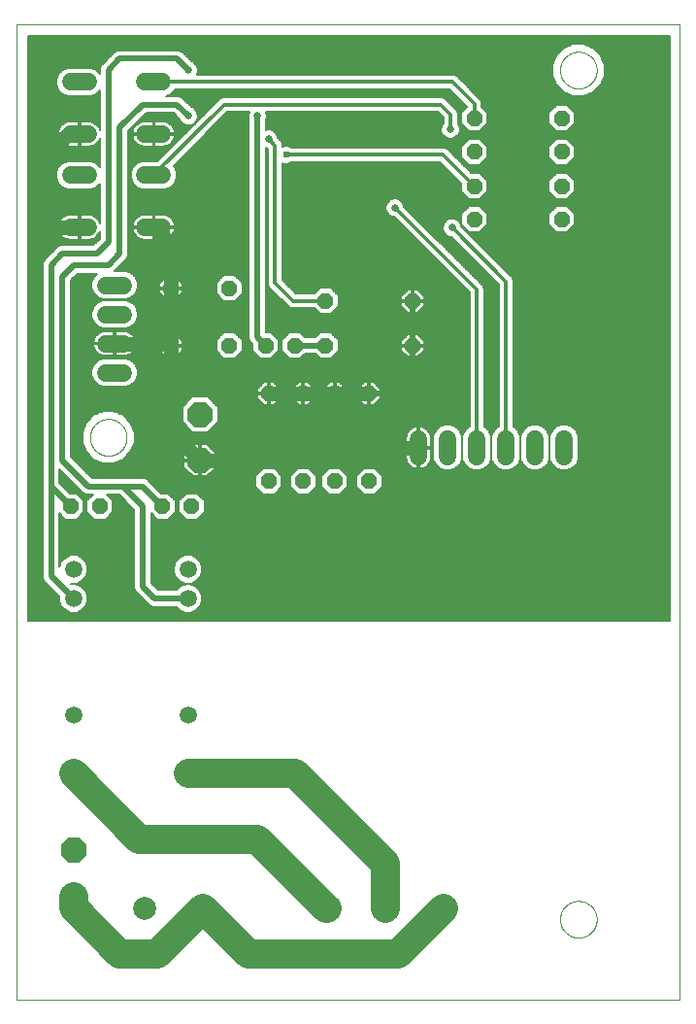
<source format=gbl>
G75*
%MOIN*%
%OFA0B0*%
%FSLAX25Y25*%
%IPPOS*%
%LPD*%
%AMOC8*
5,1,8,0,0,1.08239X$1,22.5*
%
%ADD10C,0.00000*%
%ADD11C,0.06000*%
%ADD12C,0.07874*%
%ADD13OC8,0.05200*%
%ADD14C,0.05937*%
%ADD15OC8,0.08500*%
%ADD16C,0.05000*%
%ADD17C,0.02000*%
%ADD18C,0.00600*%
%ADD19C,0.10000*%
%ADD20C,0.02578*%
%ADD21C,0.01200*%
%ADD22C,0.02400*%
D10*
X0001000Y0001000D02*
X0001000Y0335646D01*
X0228559Y0335646D01*
X0228559Y0001000D01*
X0001000Y0001000D01*
X0026197Y0193913D02*
X0026199Y0194071D01*
X0026205Y0194229D01*
X0026215Y0194387D01*
X0026229Y0194545D01*
X0026247Y0194702D01*
X0026268Y0194859D01*
X0026294Y0195015D01*
X0026324Y0195171D01*
X0026357Y0195326D01*
X0026395Y0195479D01*
X0026436Y0195632D01*
X0026481Y0195784D01*
X0026530Y0195935D01*
X0026583Y0196084D01*
X0026639Y0196232D01*
X0026699Y0196378D01*
X0026763Y0196523D01*
X0026831Y0196666D01*
X0026902Y0196808D01*
X0026976Y0196948D01*
X0027054Y0197085D01*
X0027136Y0197221D01*
X0027220Y0197355D01*
X0027309Y0197486D01*
X0027400Y0197615D01*
X0027495Y0197742D01*
X0027592Y0197867D01*
X0027693Y0197989D01*
X0027797Y0198108D01*
X0027904Y0198225D01*
X0028014Y0198339D01*
X0028127Y0198450D01*
X0028242Y0198559D01*
X0028360Y0198664D01*
X0028481Y0198766D01*
X0028604Y0198866D01*
X0028730Y0198962D01*
X0028858Y0199055D01*
X0028988Y0199145D01*
X0029121Y0199231D01*
X0029256Y0199315D01*
X0029392Y0199394D01*
X0029531Y0199471D01*
X0029672Y0199543D01*
X0029814Y0199613D01*
X0029958Y0199678D01*
X0030104Y0199740D01*
X0030251Y0199798D01*
X0030400Y0199853D01*
X0030550Y0199904D01*
X0030701Y0199951D01*
X0030853Y0199994D01*
X0031006Y0200033D01*
X0031161Y0200069D01*
X0031316Y0200100D01*
X0031472Y0200128D01*
X0031628Y0200152D01*
X0031785Y0200172D01*
X0031943Y0200188D01*
X0032100Y0200200D01*
X0032259Y0200208D01*
X0032417Y0200212D01*
X0032575Y0200212D01*
X0032733Y0200208D01*
X0032892Y0200200D01*
X0033049Y0200188D01*
X0033207Y0200172D01*
X0033364Y0200152D01*
X0033520Y0200128D01*
X0033676Y0200100D01*
X0033831Y0200069D01*
X0033986Y0200033D01*
X0034139Y0199994D01*
X0034291Y0199951D01*
X0034442Y0199904D01*
X0034592Y0199853D01*
X0034741Y0199798D01*
X0034888Y0199740D01*
X0035034Y0199678D01*
X0035178Y0199613D01*
X0035320Y0199543D01*
X0035461Y0199471D01*
X0035600Y0199394D01*
X0035736Y0199315D01*
X0035871Y0199231D01*
X0036004Y0199145D01*
X0036134Y0199055D01*
X0036262Y0198962D01*
X0036388Y0198866D01*
X0036511Y0198766D01*
X0036632Y0198664D01*
X0036750Y0198559D01*
X0036865Y0198450D01*
X0036978Y0198339D01*
X0037088Y0198225D01*
X0037195Y0198108D01*
X0037299Y0197989D01*
X0037400Y0197867D01*
X0037497Y0197742D01*
X0037592Y0197615D01*
X0037683Y0197486D01*
X0037772Y0197355D01*
X0037856Y0197221D01*
X0037938Y0197085D01*
X0038016Y0196948D01*
X0038090Y0196808D01*
X0038161Y0196666D01*
X0038229Y0196523D01*
X0038293Y0196378D01*
X0038353Y0196232D01*
X0038409Y0196084D01*
X0038462Y0195935D01*
X0038511Y0195784D01*
X0038556Y0195632D01*
X0038597Y0195479D01*
X0038635Y0195326D01*
X0038668Y0195171D01*
X0038698Y0195015D01*
X0038724Y0194859D01*
X0038745Y0194702D01*
X0038763Y0194545D01*
X0038777Y0194387D01*
X0038787Y0194229D01*
X0038793Y0194071D01*
X0038795Y0193913D01*
X0038793Y0193755D01*
X0038787Y0193597D01*
X0038777Y0193439D01*
X0038763Y0193281D01*
X0038745Y0193124D01*
X0038724Y0192967D01*
X0038698Y0192811D01*
X0038668Y0192655D01*
X0038635Y0192500D01*
X0038597Y0192347D01*
X0038556Y0192194D01*
X0038511Y0192042D01*
X0038462Y0191891D01*
X0038409Y0191742D01*
X0038353Y0191594D01*
X0038293Y0191448D01*
X0038229Y0191303D01*
X0038161Y0191160D01*
X0038090Y0191018D01*
X0038016Y0190878D01*
X0037938Y0190741D01*
X0037856Y0190605D01*
X0037772Y0190471D01*
X0037683Y0190340D01*
X0037592Y0190211D01*
X0037497Y0190084D01*
X0037400Y0189959D01*
X0037299Y0189837D01*
X0037195Y0189718D01*
X0037088Y0189601D01*
X0036978Y0189487D01*
X0036865Y0189376D01*
X0036750Y0189267D01*
X0036632Y0189162D01*
X0036511Y0189060D01*
X0036388Y0188960D01*
X0036262Y0188864D01*
X0036134Y0188771D01*
X0036004Y0188681D01*
X0035871Y0188595D01*
X0035736Y0188511D01*
X0035600Y0188432D01*
X0035461Y0188355D01*
X0035320Y0188283D01*
X0035178Y0188213D01*
X0035034Y0188148D01*
X0034888Y0188086D01*
X0034741Y0188028D01*
X0034592Y0187973D01*
X0034442Y0187922D01*
X0034291Y0187875D01*
X0034139Y0187832D01*
X0033986Y0187793D01*
X0033831Y0187757D01*
X0033676Y0187726D01*
X0033520Y0187698D01*
X0033364Y0187674D01*
X0033207Y0187654D01*
X0033049Y0187638D01*
X0032892Y0187626D01*
X0032733Y0187618D01*
X0032575Y0187614D01*
X0032417Y0187614D01*
X0032259Y0187618D01*
X0032100Y0187626D01*
X0031943Y0187638D01*
X0031785Y0187654D01*
X0031628Y0187674D01*
X0031472Y0187698D01*
X0031316Y0187726D01*
X0031161Y0187757D01*
X0031006Y0187793D01*
X0030853Y0187832D01*
X0030701Y0187875D01*
X0030550Y0187922D01*
X0030400Y0187973D01*
X0030251Y0188028D01*
X0030104Y0188086D01*
X0029958Y0188148D01*
X0029814Y0188213D01*
X0029672Y0188283D01*
X0029531Y0188355D01*
X0029392Y0188432D01*
X0029256Y0188511D01*
X0029121Y0188595D01*
X0028988Y0188681D01*
X0028858Y0188771D01*
X0028730Y0188864D01*
X0028604Y0188960D01*
X0028481Y0189060D01*
X0028360Y0189162D01*
X0028242Y0189267D01*
X0028127Y0189376D01*
X0028014Y0189487D01*
X0027904Y0189601D01*
X0027797Y0189718D01*
X0027693Y0189837D01*
X0027592Y0189959D01*
X0027495Y0190084D01*
X0027400Y0190211D01*
X0027309Y0190340D01*
X0027220Y0190471D01*
X0027136Y0190605D01*
X0027054Y0190741D01*
X0026976Y0190878D01*
X0026902Y0191018D01*
X0026831Y0191160D01*
X0026763Y0191303D01*
X0026699Y0191448D01*
X0026639Y0191594D01*
X0026583Y0191742D01*
X0026530Y0191891D01*
X0026481Y0192042D01*
X0026436Y0192194D01*
X0026395Y0192347D01*
X0026357Y0192500D01*
X0026324Y0192655D01*
X0026294Y0192811D01*
X0026268Y0192967D01*
X0026247Y0193124D01*
X0026229Y0193281D01*
X0026215Y0193439D01*
X0026205Y0193597D01*
X0026199Y0193755D01*
X0026197Y0193913D01*
X0187614Y0319898D02*
X0187616Y0320056D01*
X0187622Y0320214D01*
X0187632Y0320372D01*
X0187646Y0320530D01*
X0187664Y0320687D01*
X0187685Y0320844D01*
X0187711Y0321000D01*
X0187741Y0321156D01*
X0187774Y0321311D01*
X0187812Y0321464D01*
X0187853Y0321617D01*
X0187898Y0321769D01*
X0187947Y0321920D01*
X0188000Y0322069D01*
X0188056Y0322217D01*
X0188116Y0322363D01*
X0188180Y0322508D01*
X0188248Y0322651D01*
X0188319Y0322793D01*
X0188393Y0322933D01*
X0188471Y0323070D01*
X0188553Y0323206D01*
X0188637Y0323340D01*
X0188726Y0323471D01*
X0188817Y0323600D01*
X0188912Y0323727D01*
X0189009Y0323852D01*
X0189110Y0323974D01*
X0189214Y0324093D01*
X0189321Y0324210D01*
X0189431Y0324324D01*
X0189544Y0324435D01*
X0189659Y0324544D01*
X0189777Y0324649D01*
X0189898Y0324751D01*
X0190021Y0324851D01*
X0190147Y0324947D01*
X0190275Y0325040D01*
X0190405Y0325130D01*
X0190538Y0325216D01*
X0190673Y0325300D01*
X0190809Y0325379D01*
X0190948Y0325456D01*
X0191089Y0325528D01*
X0191231Y0325598D01*
X0191375Y0325663D01*
X0191521Y0325725D01*
X0191668Y0325783D01*
X0191817Y0325838D01*
X0191967Y0325889D01*
X0192118Y0325936D01*
X0192270Y0325979D01*
X0192423Y0326018D01*
X0192578Y0326054D01*
X0192733Y0326085D01*
X0192889Y0326113D01*
X0193045Y0326137D01*
X0193202Y0326157D01*
X0193360Y0326173D01*
X0193517Y0326185D01*
X0193676Y0326193D01*
X0193834Y0326197D01*
X0193992Y0326197D01*
X0194150Y0326193D01*
X0194309Y0326185D01*
X0194466Y0326173D01*
X0194624Y0326157D01*
X0194781Y0326137D01*
X0194937Y0326113D01*
X0195093Y0326085D01*
X0195248Y0326054D01*
X0195403Y0326018D01*
X0195556Y0325979D01*
X0195708Y0325936D01*
X0195859Y0325889D01*
X0196009Y0325838D01*
X0196158Y0325783D01*
X0196305Y0325725D01*
X0196451Y0325663D01*
X0196595Y0325598D01*
X0196737Y0325528D01*
X0196878Y0325456D01*
X0197017Y0325379D01*
X0197153Y0325300D01*
X0197288Y0325216D01*
X0197421Y0325130D01*
X0197551Y0325040D01*
X0197679Y0324947D01*
X0197805Y0324851D01*
X0197928Y0324751D01*
X0198049Y0324649D01*
X0198167Y0324544D01*
X0198282Y0324435D01*
X0198395Y0324324D01*
X0198505Y0324210D01*
X0198612Y0324093D01*
X0198716Y0323974D01*
X0198817Y0323852D01*
X0198914Y0323727D01*
X0199009Y0323600D01*
X0199100Y0323471D01*
X0199189Y0323340D01*
X0199273Y0323206D01*
X0199355Y0323070D01*
X0199433Y0322933D01*
X0199507Y0322793D01*
X0199578Y0322651D01*
X0199646Y0322508D01*
X0199710Y0322363D01*
X0199770Y0322217D01*
X0199826Y0322069D01*
X0199879Y0321920D01*
X0199928Y0321769D01*
X0199973Y0321617D01*
X0200014Y0321464D01*
X0200052Y0321311D01*
X0200085Y0321156D01*
X0200115Y0321000D01*
X0200141Y0320844D01*
X0200162Y0320687D01*
X0200180Y0320530D01*
X0200194Y0320372D01*
X0200204Y0320214D01*
X0200210Y0320056D01*
X0200212Y0319898D01*
X0200210Y0319740D01*
X0200204Y0319582D01*
X0200194Y0319424D01*
X0200180Y0319266D01*
X0200162Y0319109D01*
X0200141Y0318952D01*
X0200115Y0318796D01*
X0200085Y0318640D01*
X0200052Y0318485D01*
X0200014Y0318332D01*
X0199973Y0318179D01*
X0199928Y0318027D01*
X0199879Y0317876D01*
X0199826Y0317727D01*
X0199770Y0317579D01*
X0199710Y0317433D01*
X0199646Y0317288D01*
X0199578Y0317145D01*
X0199507Y0317003D01*
X0199433Y0316863D01*
X0199355Y0316726D01*
X0199273Y0316590D01*
X0199189Y0316456D01*
X0199100Y0316325D01*
X0199009Y0316196D01*
X0198914Y0316069D01*
X0198817Y0315944D01*
X0198716Y0315822D01*
X0198612Y0315703D01*
X0198505Y0315586D01*
X0198395Y0315472D01*
X0198282Y0315361D01*
X0198167Y0315252D01*
X0198049Y0315147D01*
X0197928Y0315045D01*
X0197805Y0314945D01*
X0197679Y0314849D01*
X0197551Y0314756D01*
X0197421Y0314666D01*
X0197288Y0314580D01*
X0197153Y0314496D01*
X0197017Y0314417D01*
X0196878Y0314340D01*
X0196737Y0314268D01*
X0196595Y0314198D01*
X0196451Y0314133D01*
X0196305Y0314071D01*
X0196158Y0314013D01*
X0196009Y0313958D01*
X0195859Y0313907D01*
X0195708Y0313860D01*
X0195556Y0313817D01*
X0195403Y0313778D01*
X0195248Y0313742D01*
X0195093Y0313711D01*
X0194937Y0313683D01*
X0194781Y0313659D01*
X0194624Y0313639D01*
X0194466Y0313623D01*
X0194309Y0313611D01*
X0194150Y0313603D01*
X0193992Y0313599D01*
X0193834Y0313599D01*
X0193676Y0313603D01*
X0193517Y0313611D01*
X0193360Y0313623D01*
X0193202Y0313639D01*
X0193045Y0313659D01*
X0192889Y0313683D01*
X0192733Y0313711D01*
X0192578Y0313742D01*
X0192423Y0313778D01*
X0192270Y0313817D01*
X0192118Y0313860D01*
X0191967Y0313907D01*
X0191817Y0313958D01*
X0191668Y0314013D01*
X0191521Y0314071D01*
X0191375Y0314133D01*
X0191231Y0314198D01*
X0191089Y0314268D01*
X0190948Y0314340D01*
X0190809Y0314417D01*
X0190673Y0314496D01*
X0190538Y0314580D01*
X0190405Y0314666D01*
X0190275Y0314756D01*
X0190147Y0314849D01*
X0190021Y0314945D01*
X0189898Y0315045D01*
X0189777Y0315147D01*
X0189659Y0315252D01*
X0189544Y0315361D01*
X0189431Y0315472D01*
X0189321Y0315586D01*
X0189214Y0315703D01*
X0189110Y0315822D01*
X0189009Y0315944D01*
X0188912Y0316069D01*
X0188817Y0316196D01*
X0188726Y0316325D01*
X0188637Y0316456D01*
X0188553Y0316590D01*
X0188471Y0316726D01*
X0188393Y0316863D01*
X0188319Y0317003D01*
X0188248Y0317145D01*
X0188180Y0317288D01*
X0188116Y0317433D01*
X0188056Y0317579D01*
X0188000Y0317727D01*
X0187947Y0317876D01*
X0187898Y0318027D01*
X0187853Y0318179D01*
X0187812Y0318332D01*
X0187774Y0318485D01*
X0187741Y0318640D01*
X0187711Y0318796D01*
X0187685Y0318952D01*
X0187664Y0319109D01*
X0187646Y0319266D01*
X0187632Y0319424D01*
X0187622Y0319582D01*
X0187616Y0319740D01*
X0187614Y0319898D01*
X0187614Y0028559D02*
X0187616Y0028717D01*
X0187622Y0028875D01*
X0187632Y0029033D01*
X0187646Y0029191D01*
X0187664Y0029348D01*
X0187685Y0029505D01*
X0187711Y0029661D01*
X0187741Y0029817D01*
X0187774Y0029972D01*
X0187812Y0030125D01*
X0187853Y0030278D01*
X0187898Y0030430D01*
X0187947Y0030581D01*
X0188000Y0030730D01*
X0188056Y0030878D01*
X0188116Y0031024D01*
X0188180Y0031169D01*
X0188248Y0031312D01*
X0188319Y0031454D01*
X0188393Y0031594D01*
X0188471Y0031731D01*
X0188553Y0031867D01*
X0188637Y0032001D01*
X0188726Y0032132D01*
X0188817Y0032261D01*
X0188912Y0032388D01*
X0189009Y0032513D01*
X0189110Y0032635D01*
X0189214Y0032754D01*
X0189321Y0032871D01*
X0189431Y0032985D01*
X0189544Y0033096D01*
X0189659Y0033205D01*
X0189777Y0033310D01*
X0189898Y0033412D01*
X0190021Y0033512D01*
X0190147Y0033608D01*
X0190275Y0033701D01*
X0190405Y0033791D01*
X0190538Y0033877D01*
X0190673Y0033961D01*
X0190809Y0034040D01*
X0190948Y0034117D01*
X0191089Y0034189D01*
X0191231Y0034259D01*
X0191375Y0034324D01*
X0191521Y0034386D01*
X0191668Y0034444D01*
X0191817Y0034499D01*
X0191967Y0034550D01*
X0192118Y0034597D01*
X0192270Y0034640D01*
X0192423Y0034679D01*
X0192578Y0034715D01*
X0192733Y0034746D01*
X0192889Y0034774D01*
X0193045Y0034798D01*
X0193202Y0034818D01*
X0193360Y0034834D01*
X0193517Y0034846D01*
X0193676Y0034854D01*
X0193834Y0034858D01*
X0193992Y0034858D01*
X0194150Y0034854D01*
X0194309Y0034846D01*
X0194466Y0034834D01*
X0194624Y0034818D01*
X0194781Y0034798D01*
X0194937Y0034774D01*
X0195093Y0034746D01*
X0195248Y0034715D01*
X0195403Y0034679D01*
X0195556Y0034640D01*
X0195708Y0034597D01*
X0195859Y0034550D01*
X0196009Y0034499D01*
X0196158Y0034444D01*
X0196305Y0034386D01*
X0196451Y0034324D01*
X0196595Y0034259D01*
X0196737Y0034189D01*
X0196878Y0034117D01*
X0197017Y0034040D01*
X0197153Y0033961D01*
X0197288Y0033877D01*
X0197421Y0033791D01*
X0197551Y0033701D01*
X0197679Y0033608D01*
X0197805Y0033512D01*
X0197928Y0033412D01*
X0198049Y0033310D01*
X0198167Y0033205D01*
X0198282Y0033096D01*
X0198395Y0032985D01*
X0198505Y0032871D01*
X0198612Y0032754D01*
X0198716Y0032635D01*
X0198817Y0032513D01*
X0198914Y0032388D01*
X0199009Y0032261D01*
X0199100Y0032132D01*
X0199189Y0032001D01*
X0199273Y0031867D01*
X0199355Y0031731D01*
X0199433Y0031594D01*
X0199507Y0031454D01*
X0199578Y0031312D01*
X0199646Y0031169D01*
X0199710Y0031024D01*
X0199770Y0030878D01*
X0199826Y0030730D01*
X0199879Y0030581D01*
X0199928Y0030430D01*
X0199973Y0030278D01*
X0200014Y0030125D01*
X0200052Y0029972D01*
X0200085Y0029817D01*
X0200115Y0029661D01*
X0200141Y0029505D01*
X0200162Y0029348D01*
X0200180Y0029191D01*
X0200194Y0029033D01*
X0200204Y0028875D01*
X0200210Y0028717D01*
X0200212Y0028559D01*
X0200210Y0028401D01*
X0200204Y0028243D01*
X0200194Y0028085D01*
X0200180Y0027927D01*
X0200162Y0027770D01*
X0200141Y0027613D01*
X0200115Y0027457D01*
X0200085Y0027301D01*
X0200052Y0027146D01*
X0200014Y0026993D01*
X0199973Y0026840D01*
X0199928Y0026688D01*
X0199879Y0026537D01*
X0199826Y0026388D01*
X0199770Y0026240D01*
X0199710Y0026094D01*
X0199646Y0025949D01*
X0199578Y0025806D01*
X0199507Y0025664D01*
X0199433Y0025524D01*
X0199355Y0025387D01*
X0199273Y0025251D01*
X0199189Y0025117D01*
X0199100Y0024986D01*
X0199009Y0024857D01*
X0198914Y0024730D01*
X0198817Y0024605D01*
X0198716Y0024483D01*
X0198612Y0024364D01*
X0198505Y0024247D01*
X0198395Y0024133D01*
X0198282Y0024022D01*
X0198167Y0023913D01*
X0198049Y0023808D01*
X0197928Y0023706D01*
X0197805Y0023606D01*
X0197679Y0023510D01*
X0197551Y0023417D01*
X0197421Y0023327D01*
X0197288Y0023241D01*
X0197153Y0023157D01*
X0197017Y0023078D01*
X0196878Y0023001D01*
X0196737Y0022929D01*
X0196595Y0022859D01*
X0196451Y0022794D01*
X0196305Y0022732D01*
X0196158Y0022674D01*
X0196009Y0022619D01*
X0195859Y0022568D01*
X0195708Y0022521D01*
X0195556Y0022478D01*
X0195403Y0022439D01*
X0195248Y0022403D01*
X0195093Y0022372D01*
X0194937Y0022344D01*
X0194781Y0022320D01*
X0194624Y0022300D01*
X0194466Y0022284D01*
X0194309Y0022272D01*
X0194150Y0022264D01*
X0193992Y0022260D01*
X0193834Y0022260D01*
X0193676Y0022264D01*
X0193517Y0022272D01*
X0193360Y0022284D01*
X0193202Y0022300D01*
X0193045Y0022320D01*
X0192889Y0022344D01*
X0192733Y0022372D01*
X0192578Y0022403D01*
X0192423Y0022439D01*
X0192270Y0022478D01*
X0192118Y0022521D01*
X0191967Y0022568D01*
X0191817Y0022619D01*
X0191668Y0022674D01*
X0191521Y0022732D01*
X0191375Y0022794D01*
X0191231Y0022859D01*
X0191089Y0022929D01*
X0190948Y0023001D01*
X0190809Y0023078D01*
X0190673Y0023157D01*
X0190538Y0023241D01*
X0190405Y0023327D01*
X0190275Y0023417D01*
X0190147Y0023510D01*
X0190021Y0023606D01*
X0189898Y0023706D01*
X0189777Y0023808D01*
X0189659Y0023913D01*
X0189544Y0024022D01*
X0189431Y0024133D01*
X0189321Y0024247D01*
X0189214Y0024364D01*
X0189110Y0024483D01*
X0189009Y0024605D01*
X0188912Y0024730D01*
X0188817Y0024857D01*
X0188726Y0024986D01*
X0188637Y0025117D01*
X0188553Y0025251D01*
X0188471Y0025387D01*
X0188393Y0025524D01*
X0188319Y0025664D01*
X0188248Y0025806D01*
X0188180Y0025949D01*
X0188116Y0026094D01*
X0188056Y0026240D01*
X0188000Y0026388D01*
X0187947Y0026537D01*
X0187898Y0026688D01*
X0187853Y0026840D01*
X0187812Y0026993D01*
X0187774Y0027146D01*
X0187741Y0027301D01*
X0187711Y0027457D01*
X0187685Y0027613D01*
X0187664Y0027770D01*
X0187646Y0027927D01*
X0187632Y0028085D01*
X0187622Y0028243D01*
X0187616Y0028401D01*
X0187614Y0028559D01*
D11*
X0189031Y0187370D02*
X0189031Y0193370D01*
X0179031Y0193370D02*
X0179031Y0187370D01*
X0169031Y0187370D02*
X0169031Y0193370D01*
X0159031Y0193370D02*
X0159031Y0187370D01*
X0149031Y0187370D02*
X0149031Y0193370D01*
X0139031Y0193370D02*
X0139031Y0187370D01*
X0051111Y0266076D02*
X0045111Y0266076D01*
X0045111Y0283876D02*
X0051111Y0283876D01*
X0051111Y0298006D02*
X0045111Y0298006D01*
X0045111Y0315806D02*
X0051111Y0315806D01*
X0025511Y0315806D02*
X0019511Y0315806D01*
X0019511Y0298006D02*
X0025511Y0298006D01*
X0025511Y0283876D02*
X0019511Y0283876D01*
X0019511Y0266076D02*
X0025511Y0266076D01*
X0031661Y0246118D02*
X0037661Y0246118D01*
X0037661Y0236118D02*
X0031661Y0236118D01*
X0031661Y0226118D02*
X0037661Y0226118D01*
X0037661Y0216118D02*
X0031661Y0216118D01*
D12*
X0045051Y0032358D03*
X0065051Y0032358D03*
X0107728Y0032358D03*
X0127728Y0032358D03*
X0147728Y0032358D03*
D13*
X0061118Y0170291D03*
X0051118Y0170291D03*
X0029622Y0170291D03*
X0019622Y0170291D03*
X0053992Y0225409D03*
X0053992Y0245094D03*
X0073992Y0245094D03*
X0073992Y0225409D03*
X0086551Y0225409D03*
X0087614Y0208913D03*
X0096551Y0225409D03*
X0107024Y0225409D03*
X0110213Y0208913D03*
X0099425Y0208913D03*
X0099425Y0178913D03*
X0110213Y0178913D03*
X0122024Y0178913D03*
X0122024Y0208913D03*
X0137024Y0225409D03*
X0137024Y0240685D03*
X0158205Y0268717D03*
X0158205Y0280055D03*
X0158205Y0291866D03*
X0158205Y0303362D03*
X0188205Y0303362D03*
X0188205Y0291866D03*
X0188205Y0280055D03*
X0188205Y0268717D03*
X0107024Y0240685D03*
X0087614Y0178913D03*
D14*
X0059878Y0148618D03*
X0059878Y0138618D03*
X0059878Y0098618D03*
X0059878Y0078618D03*
X0020567Y0078618D03*
X0020567Y0098618D03*
X0020567Y0138618D03*
X0020567Y0148618D03*
D15*
X0063992Y0186039D03*
X0063992Y0201787D03*
X0020685Y0052181D03*
X0020685Y0036433D03*
D16*
X0063992Y0186039D02*
X0071866Y0186039D01*
X0076197Y0190370D01*
X0099425Y0190370D01*
X0110213Y0201157D01*
X0110213Y0208913D01*
X0122024Y0208913D01*
X0110213Y0208913D02*
X0099425Y0208913D01*
X0087614Y0208913D01*
X0099425Y0190370D02*
X0139031Y0190370D01*
X0063992Y0186039D02*
X0053992Y0196039D01*
X0053992Y0225409D01*
X0053992Y0245094D01*
X0053992Y0260195D01*
X0048111Y0266076D01*
X0022511Y0266076D02*
X0015451Y0266076D01*
X0008874Y0272654D01*
X0008874Y0288402D01*
X0018478Y0298006D01*
X0022511Y0298006D01*
X0034661Y0226118D02*
X0053283Y0226118D01*
X0053992Y0225409D01*
D17*
X0032496Y0252969D02*
X0036433Y0256906D01*
X0036433Y0300213D01*
X0044307Y0308087D01*
X0056118Y0308087D01*
X0060055Y0304150D01*
X0060055Y0319898D02*
X0056118Y0323835D01*
X0036433Y0323835D01*
X0032496Y0319898D01*
X0032496Y0260843D01*
X0028559Y0256906D01*
X0016748Y0256906D01*
X0012811Y0252969D01*
X0012811Y0177102D01*
X0019622Y0170291D01*
X0025685Y0177102D02*
X0036433Y0177102D01*
X0037496Y0177102D01*
X0044307Y0170291D01*
X0044307Y0142732D01*
X0048421Y0138618D01*
X0059878Y0138618D01*
X0051118Y0170291D02*
X0044307Y0177102D01*
X0037496Y0177102D01*
X0025685Y0177102D02*
X0016748Y0186039D01*
X0016748Y0249031D01*
X0020685Y0252969D01*
X0032496Y0252969D01*
X0012811Y0177102D02*
X0012811Y0146374D01*
X0020567Y0138618D01*
X0086551Y0225409D02*
X0083677Y0228283D01*
X0083677Y0304150D01*
X0096551Y0225409D02*
X0107024Y0225409D01*
X0122024Y0208913D02*
X0134110Y0208913D01*
X0137024Y0211827D01*
X0137024Y0225409D01*
X0137024Y0240685D01*
D18*
X0137324Y0240405D02*
X0156531Y0240405D01*
X0156531Y0241003D02*
X0140924Y0241003D01*
X0140924Y0240985D02*
X0140924Y0242300D01*
X0138639Y0244585D01*
X0137324Y0244585D01*
X0137324Y0240985D01*
X0140924Y0240985D01*
X0140924Y0240385D02*
X0137324Y0240385D01*
X0137324Y0240985D01*
X0136724Y0240985D01*
X0136724Y0244585D01*
X0135408Y0244585D01*
X0133124Y0242300D01*
X0133124Y0240985D01*
X0136724Y0240985D01*
X0136724Y0240385D01*
X0137324Y0240385D01*
X0137324Y0236785D01*
X0138639Y0236785D01*
X0140924Y0239070D01*
X0140924Y0240385D01*
X0140924Y0239806D02*
X0156531Y0239806D01*
X0156531Y0239208D02*
X0140924Y0239208D01*
X0140463Y0238609D02*
X0156531Y0238609D01*
X0156531Y0238010D02*
X0139864Y0238010D01*
X0139266Y0237412D02*
X0156531Y0237412D01*
X0156531Y0236813D02*
X0138667Y0236813D01*
X0137324Y0236813D02*
X0136724Y0236813D01*
X0136724Y0236785D02*
X0136724Y0240385D01*
X0133124Y0240385D01*
X0133124Y0239070D01*
X0135408Y0236785D01*
X0136724Y0236785D01*
X0136724Y0237412D02*
X0137324Y0237412D01*
X0137324Y0238010D02*
X0136724Y0238010D01*
X0136724Y0238609D02*
X0137324Y0238609D01*
X0137324Y0239208D02*
X0136724Y0239208D01*
X0136724Y0239806D02*
X0137324Y0239806D01*
X0136724Y0240405D02*
X0111524Y0240405D01*
X0111524Y0241003D02*
X0133124Y0241003D01*
X0133124Y0241602D02*
X0111524Y0241602D01*
X0111524Y0242200D02*
X0133124Y0242200D01*
X0133622Y0242799D02*
X0111274Y0242799D01*
X0111524Y0242549D02*
X0108888Y0245185D01*
X0105160Y0245185D01*
X0103160Y0243185D01*
X0096996Y0243185D01*
X0092280Y0247902D01*
X0092280Y0288018D01*
X0093046Y0287700D01*
X0094280Y0287700D01*
X0095419Y0288172D01*
X0095547Y0288300D01*
X0146424Y0288300D01*
X0153705Y0281020D01*
X0153705Y0278191D01*
X0156341Y0275555D01*
X0160069Y0275555D01*
X0162705Y0278191D01*
X0162705Y0281919D01*
X0160069Y0284555D01*
X0157240Y0284555D01*
X0149579Y0292216D01*
X0148876Y0292919D01*
X0147957Y0293300D01*
X0095547Y0293300D01*
X0095419Y0293428D01*
X0094280Y0293900D01*
X0093046Y0293900D01*
X0092280Y0293582D01*
X0092280Y0294608D01*
X0091899Y0295526D01*
X0091196Y0296230D01*
X0090803Y0296622D01*
X0090803Y0296910D01*
X0090318Y0298082D01*
X0089421Y0298979D01*
X0088248Y0299465D01*
X0086980Y0299465D01*
X0086577Y0299298D01*
X0086577Y0302818D01*
X0086866Y0303515D01*
X0086866Y0304784D01*
X0086534Y0305587D01*
X0145634Y0305587D01*
X0147497Y0303724D01*
X0147497Y0301613D01*
X0147293Y0301410D01*
X0146808Y0300237D01*
X0146808Y0298969D01*
X0147293Y0297797D01*
X0148190Y0296900D01*
X0149363Y0296414D01*
X0150631Y0296414D01*
X0151803Y0296900D01*
X0152700Y0297797D01*
X0153186Y0298969D01*
X0153186Y0300237D01*
X0152700Y0301410D01*
X0152497Y0301613D01*
X0152497Y0305256D01*
X0152116Y0306175D01*
X0151413Y0306878D01*
X0148085Y0310206D01*
X0147167Y0310587D01*
X0071824Y0310587D01*
X0070905Y0310206D01*
X0070202Y0309503D01*
X0070202Y0309503D01*
X0049475Y0288776D01*
X0044136Y0288776D01*
X0042335Y0288030D01*
X0040957Y0286652D01*
X0040211Y0284851D01*
X0040211Y0282902D01*
X0040957Y0281101D01*
X0042335Y0279722D01*
X0044136Y0278976D01*
X0052086Y0278976D01*
X0053887Y0279722D01*
X0055265Y0281101D01*
X0056011Y0282902D01*
X0056011Y0284851D01*
X0055265Y0286652D01*
X0054844Y0287073D01*
X0073357Y0305587D01*
X0080821Y0305587D01*
X0080488Y0304784D01*
X0080488Y0303515D01*
X0080777Y0302818D01*
X0080777Y0227707D01*
X0081219Y0226641D01*
X0082034Y0225825D01*
X0082051Y0225808D01*
X0082051Y0223545D01*
X0084687Y0220909D01*
X0088415Y0220909D01*
X0091051Y0223545D01*
X0091051Y0227273D01*
X0088415Y0229909D01*
X0086577Y0229909D01*
X0086577Y0293253D01*
X0086980Y0293087D01*
X0087268Y0293087D01*
X0087280Y0293075D01*
X0087280Y0246369D01*
X0087660Y0245450D01*
X0094544Y0238566D01*
X0095463Y0238185D01*
X0103160Y0238185D01*
X0105160Y0236185D01*
X0108888Y0236185D01*
X0111524Y0238821D01*
X0111524Y0242549D01*
X0110676Y0243397D02*
X0134220Y0243397D01*
X0134819Y0243996D02*
X0110077Y0243996D01*
X0109478Y0244594D02*
X0155445Y0244594D01*
X0154847Y0245193D02*
X0094989Y0245193D01*
X0095587Y0244594D02*
X0104569Y0244594D01*
X0103970Y0243996D02*
X0096186Y0243996D01*
X0096784Y0243397D02*
X0103372Y0243397D01*
X0103334Y0238010D02*
X0086577Y0238010D01*
X0086577Y0237412D02*
X0103933Y0237412D01*
X0104531Y0236813D02*
X0086577Y0236813D01*
X0086577Y0236215D02*
X0105130Y0236215D01*
X0105160Y0229909D02*
X0103560Y0228309D01*
X0100015Y0228309D01*
X0098415Y0229909D01*
X0094687Y0229909D01*
X0092051Y0227273D01*
X0092051Y0223545D01*
X0094687Y0220909D01*
X0098415Y0220909D01*
X0100015Y0222509D01*
X0103560Y0222509D01*
X0105160Y0220909D01*
X0108888Y0220909D01*
X0111524Y0223545D01*
X0111524Y0227273D01*
X0108888Y0229909D01*
X0105160Y0229909D01*
X0104882Y0229631D02*
X0098693Y0229631D01*
X0099292Y0229033D02*
X0104283Y0229033D01*
X0103685Y0228434D02*
X0099890Y0228434D01*
X0099955Y0222449D02*
X0103620Y0222449D01*
X0104218Y0221851D02*
X0099356Y0221851D01*
X0098758Y0221252D02*
X0104817Y0221252D01*
X0109230Y0221252D02*
X0156531Y0221252D01*
X0156531Y0220654D02*
X0039516Y0220654D01*
X0038636Y0221018D02*
X0040437Y0220272D01*
X0041815Y0218894D01*
X0042561Y0217093D01*
X0042561Y0215143D01*
X0041815Y0213342D01*
X0040437Y0211964D01*
X0038636Y0211218D01*
X0030687Y0211218D01*
X0028886Y0211964D01*
X0027507Y0213342D01*
X0026761Y0215143D01*
X0026761Y0217093D01*
X0027507Y0218894D01*
X0028886Y0220272D01*
X0030687Y0221018D01*
X0038636Y0221018D01*
X0038668Y0221924D02*
X0039312Y0222133D01*
X0039915Y0222440D01*
X0040463Y0222838D01*
X0040941Y0223317D01*
X0041339Y0223864D01*
X0041646Y0224467D01*
X0041856Y0225111D01*
X0041961Y0225780D01*
X0041961Y0225818D01*
X0034961Y0225818D01*
X0034961Y0221818D01*
X0038000Y0221818D01*
X0038668Y0221924D01*
X0038205Y0221851D02*
X0052035Y0221851D01*
X0052377Y0221509D02*
X0053692Y0221509D01*
X0053692Y0225109D01*
X0054292Y0225109D01*
X0054292Y0221509D01*
X0055608Y0221509D01*
X0057892Y0223794D01*
X0057892Y0225109D01*
X0054292Y0225109D01*
X0054292Y0225709D01*
X0057892Y0225709D01*
X0057892Y0227025D01*
X0055608Y0229309D01*
X0054292Y0229309D01*
X0054292Y0225709D01*
X0053692Y0225709D01*
X0053692Y0225109D01*
X0050092Y0225109D01*
X0050092Y0223794D01*
X0052377Y0221509D01*
X0051437Y0222449D02*
X0039927Y0222449D01*
X0040672Y0223048D02*
X0050838Y0223048D01*
X0050240Y0223646D02*
X0041181Y0223646D01*
X0041533Y0224245D02*
X0050092Y0224245D01*
X0050092Y0224843D02*
X0041768Y0224843D01*
X0041908Y0225442D02*
X0053692Y0225442D01*
X0053692Y0225709D02*
X0050092Y0225709D01*
X0050092Y0227025D01*
X0052377Y0229309D01*
X0053692Y0229309D01*
X0053692Y0225709D01*
X0053692Y0226040D02*
X0054292Y0226040D01*
X0054292Y0225442D02*
X0069492Y0225442D01*
X0069492Y0226040D02*
X0057892Y0226040D01*
X0057892Y0226639D02*
X0069492Y0226639D01*
X0069492Y0227237D02*
X0057680Y0227237D01*
X0057081Y0227836D02*
X0070055Y0227836D01*
X0069492Y0227273D02*
X0069492Y0223545D01*
X0072128Y0220909D01*
X0075856Y0220909D01*
X0078492Y0223545D01*
X0078492Y0227273D01*
X0075856Y0229909D01*
X0072128Y0229909D01*
X0069492Y0227273D01*
X0070653Y0228434D02*
X0056483Y0228434D01*
X0055884Y0229033D02*
X0071252Y0229033D01*
X0071850Y0229631D02*
X0040141Y0229631D01*
X0039915Y0229796D02*
X0039312Y0230103D01*
X0038668Y0230312D01*
X0038000Y0230418D01*
X0034961Y0230418D01*
X0034961Y0226418D01*
X0034361Y0226418D01*
X0034361Y0225818D01*
X0027361Y0225818D01*
X0027361Y0225780D01*
X0027467Y0225111D01*
X0027676Y0224467D01*
X0027984Y0223864D01*
X0028382Y0223317D01*
X0028860Y0222838D01*
X0029408Y0222440D01*
X0030011Y0222133D01*
X0030654Y0221924D01*
X0031323Y0221818D01*
X0034361Y0221818D01*
X0034361Y0225818D01*
X0034961Y0225818D01*
X0034961Y0226418D01*
X0041961Y0226418D01*
X0041961Y0226457D01*
X0041856Y0227125D01*
X0041646Y0227769D01*
X0041339Y0228372D01*
X0040941Y0228919D01*
X0040463Y0229398D01*
X0039915Y0229796D01*
X0038922Y0230230D02*
X0080777Y0230230D01*
X0080777Y0230828D02*
X0019648Y0230828D01*
X0019648Y0230230D02*
X0030401Y0230230D01*
X0030654Y0230312D02*
X0030011Y0230103D01*
X0029408Y0229796D01*
X0028860Y0229398D01*
X0028382Y0228919D01*
X0027984Y0228372D01*
X0027676Y0227769D01*
X0027467Y0227125D01*
X0027361Y0226457D01*
X0027361Y0226418D01*
X0034361Y0226418D01*
X0034361Y0230418D01*
X0031323Y0230418D01*
X0030654Y0230312D01*
X0030687Y0231218D02*
X0028886Y0231964D01*
X0027507Y0233342D01*
X0026761Y0235143D01*
X0026761Y0237093D01*
X0027507Y0238894D01*
X0028886Y0240272D01*
X0030687Y0241018D01*
X0038636Y0241018D01*
X0040437Y0240272D01*
X0041815Y0238894D01*
X0042561Y0237093D01*
X0042561Y0235143D01*
X0041815Y0233342D01*
X0040437Y0231964D01*
X0038636Y0231218D01*
X0030687Y0231218D01*
X0030183Y0231427D02*
X0019648Y0231427D01*
X0019648Y0232025D02*
X0028825Y0232025D01*
X0028226Y0232624D02*
X0019648Y0232624D01*
X0019648Y0233222D02*
X0027627Y0233222D01*
X0027309Y0233821D02*
X0019648Y0233821D01*
X0019648Y0234419D02*
X0027061Y0234419D01*
X0026813Y0235018D02*
X0019648Y0235018D01*
X0019648Y0235616D02*
X0026761Y0235616D01*
X0026761Y0236215D02*
X0019648Y0236215D01*
X0019648Y0236813D02*
X0026761Y0236813D01*
X0026894Y0237412D02*
X0019648Y0237412D01*
X0019648Y0238010D02*
X0027142Y0238010D01*
X0027389Y0238609D02*
X0019648Y0238609D01*
X0019648Y0239208D02*
X0027821Y0239208D01*
X0028420Y0239806D02*
X0019648Y0239806D01*
X0019648Y0240405D02*
X0029205Y0240405D01*
X0029761Y0241602D02*
X0019648Y0241602D01*
X0019648Y0242200D02*
X0028650Y0242200D01*
X0028886Y0241964D02*
X0030687Y0241218D01*
X0038636Y0241218D01*
X0040437Y0241964D01*
X0041815Y0243342D01*
X0042561Y0245143D01*
X0042561Y0247093D01*
X0041815Y0248894D01*
X0040437Y0250272D01*
X0038636Y0251018D01*
X0034647Y0251018D01*
X0034955Y0251326D01*
X0038076Y0254447D01*
X0038892Y0255263D01*
X0039333Y0256329D01*
X0039333Y0299011D01*
X0045508Y0305187D01*
X0054917Y0305187D01*
X0057063Y0303041D01*
X0057352Y0302343D01*
X0058249Y0301446D01*
X0059421Y0300961D01*
X0060689Y0300961D01*
X0061862Y0301446D01*
X0062759Y0302343D01*
X0063244Y0303515D01*
X0063244Y0304784D01*
X0062759Y0305956D01*
X0061862Y0306853D01*
X0061164Y0307142D01*
X0058577Y0309729D01*
X0057761Y0310545D01*
X0056695Y0310987D01*
X0052281Y0310987D01*
X0053887Y0311651D01*
X0055265Y0313030D01*
X0055379Y0313306D01*
X0149726Y0313306D01*
X0155705Y0307327D01*
X0155705Y0307226D01*
X0153705Y0305226D01*
X0153705Y0301498D01*
X0156341Y0298862D01*
X0160069Y0298862D01*
X0162705Y0301498D01*
X0162705Y0305226D01*
X0160705Y0307226D01*
X0160705Y0308859D01*
X0160324Y0309778D01*
X0152178Y0317925D01*
X0151259Y0318305D01*
X0062847Y0318305D01*
X0063244Y0319263D01*
X0063244Y0320532D01*
X0062759Y0321704D01*
X0061862Y0322601D01*
X0061164Y0322890D01*
X0058577Y0325477D01*
X0057761Y0326293D01*
X0056695Y0326735D01*
X0035856Y0326735D01*
X0034790Y0326293D01*
X0033975Y0325477D01*
X0030853Y0322356D01*
X0030038Y0321540D01*
X0029596Y0320474D01*
X0029596Y0318650D01*
X0028287Y0319960D01*
X0026486Y0320705D01*
X0018536Y0320705D01*
X0016735Y0319960D01*
X0015357Y0318581D01*
X0014611Y0316780D01*
X0014611Y0314831D01*
X0015357Y0313030D01*
X0016735Y0311651D01*
X0018536Y0310906D01*
X0026486Y0310906D01*
X0028287Y0311651D01*
X0029596Y0312961D01*
X0029596Y0299348D01*
X0029496Y0299656D01*
X0029189Y0300259D01*
X0028791Y0300807D01*
X0028312Y0301285D01*
X0027765Y0301683D01*
X0027162Y0301990D01*
X0026518Y0302200D01*
X0025849Y0302305D01*
X0022811Y0302305D01*
X0022811Y0298306D01*
X0022211Y0298306D01*
X0022211Y0302305D01*
X0019173Y0302305D01*
X0018504Y0302200D01*
X0017860Y0301990D01*
X0017257Y0301683D01*
X0016710Y0301285D01*
X0016231Y0300807D01*
X0015833Y0300259D01*
X0015526Y0299656D01*
X0015317Y0299012D01*
X0015211Y0298344D01*
X0015211Y0298305D01*
X0022211Y0298305D01*
X0022211Y0297706D01*
X0015211Y0297706D01*
X0015211Y0297667D01*
X0015317Y0296999D01*
X0015526Y0296355D01*
X0015833Y0295752D01*
X0016231Y0295204D01*
X0016710Y0294726D01*
X0017257Y0294328D01*
X0017860Y0294021D01*
X0018504Y0293811D01*
X0019173Y0293706D01*
X0022211Y0293706D01*
X0022211Y0297705D01*
X0022811Y0297705D01*
X0022811Y0293706D01*
X0025849Y0293706D01*
X0026518Y0293811D01*
X0027162Y0294021D01*
X0027765Y0294328D01*
X0028312Y0294726D01*
X0028791Y0295204D01*
X0029189Y0295752D01*
X0029496Y0296355D01*
X0029596Y0296663D01*
X0029596Y0286721D01*
X0028287Y0288030D01*
X0026486Y0288776D01*
X0018536Y0288776D01*
X0016735Y0288030D01*
X0015357Y0286652D01*
X0014611Y0284851D01*
X0014611Y0282902D01*
X0015357Y0281101D01*
X0016735Y0279722D01*
X0018536Y0278976D01*
X0026486Y0278976D01*
X0028287Y0279722D01*
X0029596Y0281032D01*
X0029596Y0267419D01*
X0029496Y0267727D01*
X0029189Y0268330D01*
X0028791Y0268878D01*
X0028312Y0269356D01*
X0027765Y0269754D01*
X0027162Y0270061D01*
X0026518Y0270270D01*
X0025849Y0270376D01*
X0022811Y0270376D01*
X0022811Y0266376D01*
X0022211Y0266376D01*
X0022211Y0265776D01*
X0022811Y0265776D01*
X0022811Y0261776D01*
X0025849Y0261776D01*
X0026518Y0261882D01*
X0027162Y0262091D01*
X0027765Y0262399D01*
X0028312Y0262797D01*
X0028791Y0263275D01*
X0029189Y0263823D01*
X0029496Y0264426D01*
X0029596Y0264734D01*
X0029596Y0262044D01*
X0027358Y0259805D01*
X0016171Y0259805D01*
X0015105Y0259364D01*
X0010353Y0254611D01*
X0009911Y0253545D01*
X0009911Y0145797D01*
X0010353Y0144731D01*
X0015698Y0139385D01*
X0015698Y0137650D01*
X0016440Y0135860D01*
X0017809Y0134491D01*
X0019599Y0133750D01*
X0021535Y0133750D01*
X0023325Y0134491D01*
X0024694Y0135860D01*
X0025435Y0137650D01*
X0025435Y0139587D01*
X0024694Y0141376D01*
X0023325Y0142745D01*
X0021535Y0143487D01*
X0019800Y0143487D01*
X0019493Y0143793D01*
X0019599Y0143750D01*
X0021535Y0143750D01*
X0023325Y0144491D01*
X0024694Y0145860D01*
X0025435Y0147650D01*
X0025435Y0149587D01*
X0024694Y0151376D01*
X0023325Y0152745D01*
X0021535Y0153487D01*
X0019599Y0153487D01*
X0017809Y0152745D01*
X0016440Y0151376D01*
X0015711Y0149617D01*
X0015711Y0167838D01*
X0017758Y0165791D01*
X0021486Y0165791D01*
X0024122Y0168427D01*
X0024122Y0172155D01*
X0021486Y0174791D01*
X0019223Y0174791D01*
X0015711Y0178304D01*
X0015711Y0182975D01*
X0023227Y0175460D01*
X0024042Y0174644D01*
X0025108Y0174202D01*
X0027169Y0174202D01*
X0025122Y0172155D01*
X0025122Y0168427D01*
X0027758Y0165791D01*
X0031486Y0165791D01*
X0034122Y0168427D01*
X0034122Y0172155D01*
X0032075Y0174202D01*
X0036295Y0174202D01*
X0041407Y0169090D01*
X0041407Y0142155D01*
X0041849Y0141090D01*
X0042664Y0140274D01*
X0046779Y0136160D01*
X0047844Y0135718D01*
X0055893Y0135718D01*
X0057120Y0134491D01*
X0058910Y0133750D01*
X0060846Y0133750D01*
X0062636Y0134491D01*
X0064005Y0135860D01*
X0064746Y0137650D01*
X0064746Y0139587D01*
X0064005Y0141376D01*
X0062636Y0142745D01*
X0060846Y0143487D01*
X0058910Y0143487D01*
X0057120Y0142745D01*
X0055893Y0141518D01*
X0049622Y0141518D01*
X0047207Y0143933D01*
X0047207Y0167838D01*
X0049254Y0165791D01*
X0052982Y0165791D01*
X0055618Y0168427D01*
X0055618Y0172155D01*
X0052982Y0174791D01*
X0050719Y0174791D01*
X0046766Y0178745D01*
X0045950Y0179561D01*
X0044884Y0180002D01*
X0026886Y0180002D01*
X0019648Y0187241D01*
X0019648Y0247830D01*
X0021886Y0250069D01*
X0028682Y0250069D01*
X0027507Y0248894D01*
X0026761Y0247093D01*
X0026761Y0245143D01*
X0027507Y0243342D01*
X0028886Y0241964D01*
X0028051Y0242799D02*
X0019648Y0242799D01*
X0019648Y0243397D02*
X0027485Y0243397D01*
X0027237Y0243996D02*
X0019648Y0243996D01*
X0019648Y0244594D02*
X0026989Y0244594D01*
X0026761Y0245193D02*
X0019648Y0245193D01*
X0019648Y0245791D02*
X0026761Y0245791D01*
X0026761Y0246390D02*
X0019648Y0246390D01*
X0019648Y0246988D02*
X0026761Y0246988D01*
X0026966Y0247587D02*
X0019648Y0247587D01*
X0020003Y0248185D02*
X0027214Y0248185D01*
X0027462Y0248784D02*
X0020601Y0248784D01*
X0021200Y0249382D02*
X0027996Y0249382D01*
X0028594Y0249981D02*
X0021798Y0249981D01*
X0019648Y0241003D02*
X0030650Y0241003D01*
X0034806Y0251178D02*
X0080777Y0251178D01*
X0080777Y0251776D02*
X0035405Y0251776D01*
X0036004Y0252375D02*
X0080777Y0252375D01*
X0080777Y0252973D02*
X0036602Y0252973D01*
X0037201Y0253572D02*
X0080777Y0253572D01*
X0080777Y0254170D02*
X0037799Y0254170D01*
X0038398Y0254769D02*
X0080777Y0254769D01*
X0080777Y0255367D02*
X0038935Y0255367D01*
X0039183Y0255966D02*
X0080777Y0255966D01*
X0080777Y0256564D02*
X0039333Y0256564D01*
X0039333Y0257163D02*
X0080777Y0257163D01*
X0080777Y0257761D02*
X0039333Y0257761D01*
X0039333Y0258360D02*
X0080777Y0258360D01*
X0080777Y0258958D02*
X0039333Y0258958D01*
X0039333Y0259557D02*
X0080777Y0259557D01*
X0080777Y0260155D02*
X0039333Y0260155D01*
X0039333Y0260754D02*
X0080777Y0260754D01*
X0080777Y0261352D02*
X0039333Y0261352D01*
X0039333Y0261951D02*
X0043893Y0261951D01*
X0044104Y0261882D02*
X0044773Y0261776D01*
X0047811Y0261776D01*
X0047811Y0265776D01*
X0048411Y0265776D01*
X0048411Y0261776D01*
X0051449Y0261776D01*
X0052118Y0261882D01*
X0052762Y0262091D01*
X0053365Y0262399D01*
X0053912Y0262797D01*
X0054391Y0263275D01*
X0054789Y0263823D01*
X0055096Y0264426D01*
X0055305Y0265069D01*
X0055411Y0265738D01*
X0055411Y0265776D01*
X0048411Y0265776D01*
X0048411Y0266376D01*
X0055411Y0266376D01*
X0055411Y0266415D01*
X0055305Y0267083D01*
X0055096Y0267727D01*
X0054789Y0268330D01*
X0054391Y0268878D01*
X0053912Y0269356D01*
X0053365Y0269754D01*
X0052762Y0270061D01*
X0052118Y0270270D01*
X0051449Y0270376D01*
X0048411Y0270376D01*
X0048411Y0266376D01*
X0047811Y0266376D01*
X0047811Y0265776D01*
X0040811Y0265776D01*
X0040811Y0265738D01*
X0040917Y0265069D01*
X0041126Y0264426D01*
X0041433Y0263823D01*
X0041831Y0263275D01*
X0042310Y0262797D01*
X0042857Y0262399D01*
X0043460Y0262091D01*
X0044104Y0261882D01*
X0042650Y0262549D02*
X0039333Y0262549D01*
X0039333Y0263148D02*
X0041958Y0263148D01*
X0041489Y0263746D02*
X0039333Y0263746D01*
X0039333Y0264345D02*
X0041167Y0264345D01*
X0040958Y0264943D02*
X0039333Y0264943D01*
X0039333Y0265542D02*
X0040842Y0265542D01*
X0040811Y0266376D02*
X0047811Y0266376D01*
X0047811Y0270376D01*
X0044773Y0270376D01*
X0044104Y0270270D01*
X0043460Y0270061D01*
X0042857Y0269754D01*
X0042310Y0269356D01*
X0041831Y0268878D01*
X0041433Y0268330D01*
X0041126Y0267727D01*
X0040917Y0267083D01*
X0040811Y0266415D01*
X0040811Y0266376D01*
X0040862Y0266739D02*
X0039333Y0266739D01*
X0039333Y0266141D02*
X0047811Y0266141D01*
X0047811Y0266739D02*
X0048411Y0266739D01*
X0048411Y0266141D02*
X0080777Y0266141D01*
X0080777Y0266739D02*
X0055360Y0266739D01*
X0055223Y0267338D02*
X0080777Y0267338D01*
X0080777Y0267936D02*
X0054989Y0267936D01*
X0054640Y0268535D02*
X0080777Y0268535D01*
X0080777Y0269133D02*
X0054135Y0269133D01*
X0053396Y0269732D02*
X0080777Y0269732D01*
X0080777Y0270330D02*
X0051742Y0270330D01*
X0048411Y0270330D02*
X0047811Y0270330D01*
X0047811Y0269732D02*
X0048411Y0269732D01*
X0048411Y0269133D02*
X0047811Y0269133D01*
X0047811Y0268535D02*
X0048411Y0268535D01*
X0048411Y0267936D02*
X0047811Y0267936D01*
X0047811Y0267338D02*
X0048411Y0267338D01*
X0048411Y0265542D02*
X0047811Y0265542D01*
X0047811Y0264943D02*
X0048411Y0264943D01*
X0048411Y0264345D02*
X0047811Y0264345D01*
X0047811Y0263746D02*
X0048411Y0263746D01*
X0048411Y0263148D02*
X0047811Y0263148D01*
X0047811Y0262549D02*
X0048411Y0262549D01*
X0048411Y0261951D02*
X0047811Y0261951D01*
X0052329Y0261951D02*
X0080777Y0261951D01*
X0080777Y0262549D02*
X0053572Y0262549D01*
X0054264Y0263148D02*
X0080777Y0263148D01*
X0080777Y0263746D02*
X0054733Y0263746D01*
X0055055Y0264345D02*
X0080777Y0264345D01*
X0080777Y0264943D02*
X0055264Y0264943D01*
X0055380Y0265542D02*
X0080777Y0265542D01*
X0080777Y0270929D02*
X0039333Y0270929D01*
X0039333Y0271527D02*
X0080777Y0271527D01*
X0080777Y0272126D02*
X0039333Y0272126D01*
X0039333Y0272724D02*
X0080777Y0272724D01*
X0080777Y0273323D02*
X0039333Y0273323D01*
X0039333Y0273921D02*
X0080777Y0273921D01*
X0080777Y0274520D02*
X0039333Y0274520D01*
X0039333Y0275118D02*
X0080777Y0275118D01*
X0080777Y0275717D02*
X0039333Y0275717D01*
X0039333Y0276315D02*
X0080777Y0276315D01*
X0080777Y0276914D02*
X0039333Y0276914D01*
X0039333Y0277512D02*
X0080777Y0277512D01*
X0080777Y0278111D02*
X0039333Y0278111D01*
X0039333Y0278709D02*
X0080777Y0278709D01*
X0080777Y0279308D02*
X0052886Y0279308D01*
X0054071Y0279906D02*
X0080777Y0279906D01*
X0080777Y0280505D02*
X0054669Y0280505D01*
X0055266Y0281103D02*
X0080777Y0281103D01*
X0080777Y0281702D02*
X0055514Y0281702D01*
X0055762Y0282300D02*
X0080777Y0282300D01*
X0080777Y0282899D02*
X0056010Y0282899D01*
X0056011Y0283497D02*
X0080777Y0283497D01*
X0080777Y0284096D02*
X0056011Y0284096D01*
X0056011Y0284694D02*
X0080777Y0284694D01*
X0080777Y0285293D02*
X0055828Y0285293D01*
X0055580Y0285891D02*
X0080777Y0285891D01*
X0080777Y0286490D02*
X0055332Y0286490D01*
X0054859Y0287088D02*
X0080777Y0287088D01*
X0080777Y0287687D02*
X0055457Y0287687D01*
X0056056Y0288285D02*
X0080777Y0288285D01*
X0080777Y0288884D02*
X0056654Y0288884D01*
X0057253Y0289482D02*
X0080777Y0289482D01*
X0080777Y0290081D02*
X0057851Y0290081D01*
X0058450Y0290679D02*
X0080777Y0290679D01*
X0080777Y0291278D02*
X0059048Y0291278D01*
X0059647Y0291877D02*
X0080777Y0291877D01*
X0080777Y0292475D02*
X0060245Y0292475D01*
X0060844Y0293074D02*
X0080777Y0293074D01*
X0080777Y0293672D02*
X0061442Y0293672D01*
X0062041Y0294271D02*
X0080777Y0294271D01*
X0080777Y0294869D02*
X0062639Y0294869D01*
X0063238Y0295468D02*
X0080777Y0295468D01*
X0080777Y0296066D02*
X0063836Y0296066D01*
X0064435Y0296665D02*
X0080777Y0296665D01*
X0080777Y0297263D02*
X0065033Y0297263D01*
X0065632Y0297862D02*
X0080777Y0297862D01*
X0080777Y0298460D02*
X0066230Y0298460D01*
X0066829Y0299059D02*
X0080777Y0299059D01*
X0080777Y0299657D02*
X0067427Y0299657D01*
X0068026Y0300256D02*
X0080777Y0300256D01*
X0080777Y0300854D02*
X0068624Y0300854D01*
X0069223Y0301453D02*
X0080777Y0301453D01*
X0080777Y0302051D02*
X0069821Y0302051D01*
X0070420Y0302650D02*
X0080777Y0302650D01*
X0080599Y0303248D02*
X0071018Y0303248D01*
X0071617Y0303847D02*
X0080488Y0303847D01*
X0080488Y0304445D02*
X0072215Y0304445D01*
X0072814Y0305044D02*
X0080596Y0305044D01*
X0086759Y0305044D02*
X0146177Y0305044D01*
X0146775Y0304445D02*
X0086866Y0304445D01*
X0086866Y0303847D02*
X0147374Y0303847D01*
X0147497Y0303248D02*
X0086755Y0303248D01*
X0086577Y0302650D02*
X0147497Y0302650D01*
X0147497Y0302051D02*
X0086577Y0302051D01*
X0086577Y0301453D02*
X0147337Y0301453D01*
X0147063Y0300854D02*
X0086577Y0300854D01*
X0086577Y0300256D02*
X0146815Y0300256D01*
X0146808Y0299657D02*
X0086577Y0299657D01*
X0089228Y0299059D02*
X0146808Y0299059D01*
X0147019Y0298460D02*
X0089940Y0298460D01*
X0090409Y0297862D02*
X0147266Y0297862D01*
X0147827Y0297263D02*
X0090657Y0297263D01*
X0090803Y0296665D02*
X0148758Y0296665D01*
X0151236Y0296665D02*
X0225409Y0296665D01*
X0225409Y0297263D02*
X0152167Y0297263D01*
X0152727Y0297862D02*
X0225409Y0297862D01*
X0225409Y0298460D02*
X0152975Y0298460D01*
X0153186Y0299059D02*
X0156144Y0299059D01*
X0155546Y0299657D02*
X0153186Y0299657D01*
X0153178Y0300256D02*
X0154947Y0300256D01*
X0154349Y0300854D02*
X0152930Y0300854D01*
X0152657Y0301453D02*
X0153750Y0301453D01*
X0153705Y0302051D02*
X0152497Y0302051D01*
X0152497Y0302650D02*
X0153705Y0302650D01*
X0153705Y0303248D02*
X0152497Y0303248D01*
X0152497Y0303847D02*
X0153705Y0303847D01*
X0153705Y0304445D02*
X0152497Y0304445D01*
X0152497Y0305044D02*
X0153705Y0305044D01*
X0154121Y0305642D02*
X0152337Y0305642D01*
X0152051Y0306241D02*
X0154719Y0306241D01*
X0155318Y0306839D02*
X0151452Y0306839D01*
X0150854Y0307438D02*
X0155594Y0307438D01*
X0154995Y0308036D02*
X0150255Y0308036D01*
X0149657Y0308635D02*
X0154397Y0308635D01*
X0153798Y0309233D02*
X0149058Y0309233D01*
X0148460Y0309832D02*
X0153200Y0309832D01*
X0152601Y0310430D02*
X0147544Y0310430D01*
X0150207Y0312824D02*
X0055060Y0312824D01*
X0054461Y0312226D02*
X0150805Y0312226D01*
X0151404Y0311627D02*
X0053828Y0311627D01*
X0052383Y0311029D02*
X0152003Y0311029D01*
X0155483Y0314620D02*
X0186464Y0314620D01*
X0186284Y0314800D02*
X0188816Y0312268D01*
X0192123Y0310898D01*
X0195703Y0310898D01*
X0199011Y0312268D01*
X0201543Y0314800D01*
X0202913Y0318108D01*
X0202913Y0321688D01*
X0201543Y0324995D01*
X0199011Y0327527D01*
X0195703Y0328897D01*
X0192123Y0328897D01*
X0188816Y0327527D01*
X0186284Y0324995D01*
X0184914Y0321688D01*
X0184914Y0318108D01*
X0186284Y0314800D01*
X0186111Y0315218D02*
X0154884Y0315218D01*
X0154285Y0315817D02*
X0185863Y0315817D01*
X0185615Y0316415D02*
X0153687Y0316415D01*
X0153088Y0317014D02*
X0185367Y0317014D01*
X0185119Y0317612D02*
X0152490Y0317612D01*
X0151487Y0318211D02*
X0184914Y0318211D01*
X0184914Y0318810D02*
X0063056Y0318810D01*
X0063244Y0319408D02*
X0184914Y0319408D01*
X0184914Y0320007D02*
X0063244Y0320007D01*
X0063214Y0320605D02*
X0184914Y0320605D01*
X0184914Y0321204D02*
X0062966Y0321204D01*
X0062661Y0321802D02*
X0184962Y0321802D01*
X0185209Y0322401D02*
X0062062Y0322401D01*
X0061055Y0322999D02*
X0185457Y0322999D01*
X0185705Y0323598D02*
X0060456Y0323598D01*
X0059858Y0324196D02*
X0185953Y0324196D01*
X0186201Y0324795D02*
X0059259Y0324795D01*
X0058661Y0325393D02*
X0186682Y0325393D01*
X0187281Y0325992D02*
X0058062Y0325992D01*
X0058577Y0325477D02*
X0058577Y0325477D01*
X0057044Y0326590D02*
X0187879Y0326590D01*
X0188478Y0327189D02*
X0004937Y0327189D01*
X0004937Y0327787D02*
X0189444Y0327787D01*
X0190889Y0328386D02*
X0004937Y0328386D01*
X0004937Y0328984D02*
X0225409Y0328984D01*
X0225409Y0328386D02*
X0196937Y0328386D01*
X0198382Y0327787D02*
X0225409Y0327787D01*
X0225409Y0327189D02*
X0199349Y0327189D01*
X0199948Y0326590D02*
X0225409Y0326590D01*
X0225409Y0325992D02*
X0200546Y0325992D01*
X0201145Y0325393D02*
X0225409Y0325393D01*
X0225409Y0324795D02*
X0201626Y0324795D01*
X0201874Y0324196D02*
X0225409Y0324196D01*
X0225409Y0323598D02*
X0202121Y0323598D01*
X0202369Y0322999D02*
X0225409Y0322999D01*
X0225409Y0322401D02*
X0202617Y0322401D01*
X0202865Y0321802D02*
X0225409Y0321802D01*
X0225409Y0321204D02*
X0202913Y0321204D01*
X0202913Y0320605D02*
X0225409Y0320605D01*
X0225409Y0320007D02*
X0202913Y0320007D01*
X0202913Y0319408D02*
X0225409Y0319408D01*
X0225409Y0318810D02*
X0202913Y0318810D01*
X0202913Y0318211D02*
X0225409Y0318211D01*
X0225409Y0317612D02*
X0202708Y0317612D01*
X0202460Y0317014D02*
X0225409Y0317014D01*
X0225409Y0316415D02*
X0202212Y0316415D01*
X0201964Y0315817D02*
X0225409Y0315817D01*
X0225409Y0315218D02*
X0201716Y0315218D01*
X0201362Y0314620D02*
X0225409Y0314620D01*
X0225409Y0314021D02*
X0200764Y0314021D01*
X0200165Y0313423D02*
X0225409Y0313423D01*
X0225409Y0312824D02*
X0199567Y0312824D01*
X0198908Y0312226D02*
X0225409Y0312226D01*
X0225409Y0311627D02*
X0197463Y0311627D01*
X0196018Y0311029D02*
X0225409Y0311029D01*
X0225409Y0310430D02*
X0159672Y0310430D01*
X0160271Y0309832D02*
X0225409Y0309832D01*
X0225409Y0309233D02*
X0160550Y0309233D01*
X0160705Y0308635D02*
X0225409Y0308635D01*
X0225409Y0308036D02*
X0160705Y0308036D01*
X0160705Y0307438D02*
X0185916Y0307438D01*
X0186341Y0307862D02*
X0183705Y0305226D01*
X0183705Y0301498D01*
X0186341Y0298862D01*
X0190069Y0298862D01*
X0192705Y0301498D01*
X0192705Y0305226D01*
X0190069Y0307862D01*
X0186341Y0307862D01*
X0185318Y0306839D02*
X0161092Y0306839D01*
X0161690Y0306241D02*
X0184719Y0306241D01*
X0184121Y0305642D02*
X0162289Y0305642D01*
X0162705Y0305044D02*
X0183705Y0305044D01*
X0183705Y0304445D02*
X0162705Y0304445D01*
X0162705Y0303847D02*
X0183705Y0303847D01*
X0183705Y0303248D02*
X0162705Y0303248D01*
X0162705Y0302650D02*
X0183705Y0302650D01*
X0183705Y0302051D02*
X0162705Y0302051D01*
X0162659Y0301453D02*
X0183750Y0301453D01*
X0184349Y0300854D02*
X0162061Y0300854D01*
X0161462Y0300256D02*
X0184947Y0300256D01*
X0185546Y0299657D02*
X0160864Y0299657D01*
X0160265Y0299059D02*
X0186144Y0299059D01*
X0186341Y0296366D02*
X0183705Y0293730D01*
X0183705Y0290002D01*
X0186341Y0287366D01*
X0190069Y0287366D01*
X0192705Y0290002D01*
X0192705Y0293730D01*
X0190069Y0296366D01*
X0186341Y0296366D01*
X0186041Y0296066D02*
X0160369Y0296066D01*
X0160069Y0296366D02*
X0156341Y0296366D01*
X0153705Y0293730D01*
X0153705Y0290002D01*
X0156341Y0287366D01*
X0160069Y0287366D01*
X0162705Y0290002D01*
X0162705Y0293730D01*
X0160069Y0296366D01*
X0160967Y0295468D02*
X0185442Y0295468D01*
X0184844Y0294869D02*
X0161566Y0294869D01*
X0162164Y0294271D02*
X0184245Y0294271D01*
X0183705Y0293672D02*
X0162705Y0293672D01*
X0162705Y0293074D02*
X0183705Y0293074D01*
X0183705Y0292475D02*
X0162705Y0292475D01*
X0162705Y0291877D02*
X0183705Y0291877D01*
X0183705Y0291278D02*
X0162705Y0291278D01*
X0162705Y0290679D02*
X0183705Y0290679D01*
X0183705Y0290081D02*
X0162705Y0290081D01*
X0162185Y0289482D02*
X0184224Y0289482D01*
X0184823Y0288884D02*
X0161586Y0288884D01*
X0160988Y0288285D02*
X0185421Y0288285D01*
X0186020Y0287687D02*
X0160389Y0287687D01*
X0160528Y0284096D02*
X0185882Y0284096D01*
X0186341Y0284555D02*
X0183705Y0281919D01*
X0183705Y0278191D01*
X0186341Y0275555D01*
X0190069Y0275555D01*
X0192705Y0278191D01*
X0192705Y0281919D01*
X0190069Y0284555D01*
X0186341Y0284555D01*
X0185283Y0283497D02*
X0161126Y0283497D01*
X0161725Y0282899D02*
X0184684Y0282899D01*
X0184086Y0282300D02*
X0162323Y0282300D01*
X0162705Y0281702D02*
X0183705Y0281702D01*
X0183705Y0281103D02*
X0162705Y0281103D01*
X0162705Y0280505D02*
X0183705Y0280505D01*
X0183705Y0279906D02*
X0162705Y0279906D01*
X0162705Y0279308D02*
X0183705Y0279308D01*
X0183705Y0278709D02*
X0162705Y0278709D01*
X0162624Y0278111D02*
X0183785Y0278111D01*
X0184384Y0277512D02*
X0162026Y0277512D01*
X0161427Y0276914D02*
X0184982Y0276914D01*
X0185581Y0276315D02*
X0160829Y0276315D01*
X0160230Y0275717D02*
X0186179Y0275717D01*
X0186341Y0273217D02*
X0183705Y0270580D01*
X0183705Y0266853D01*
X0186341Y0264217D01*
X0190069Y0264217D01*
X0192705Y0266853D01*
X0192705Y0270580D01*
X0190069Y0273217D01*
X0186341Y0273217D01*
X0185848Y0272724D02*
X0160561Y0272724D01*
X0160069Y0273217D02*
X0156341Y0273217D01*
X0153705Y0270580D01*
X0153705Y0266853D01*
X0156341Y0264217D01*
X0160069Y0264217D01*
X0162705Y0266853D01*
X0162705Y0270580D01*
X0160069Y0273217D01*
X0161160Y0272126D02*
X0185250Y0272126D01*
X0184651Y0271527D02*
X0161758Y0271527D01*
X0162357Y0270929D02*
X0184053Y0270929D01*
X0183705Y0270330D02*
X0162705Y0270330D01*
X0162705Y0269732D02*
X0183705Y0269732D01*
X0183705Y0269133D02*
X0162705Y0269133D01*
X0162705Y0268535D02*
X0183705Y0268535D01*
X0183705Y0267936D02*
X0162705Y0267936D01*
X0162705Y0267338D02*
X0183705Y0267338D01*
X0183818Y0266739D02*
X0162591Y0266739D01*
X0161993Y0266141D02*
X0184417Y0266141D01*
X0185015Y0265542D02*
X0161394Y0265542D01*
X0160796Y0264943D02*
X0185614Y0264943D01*
X0186212Y0264345D02*
X0160197Y0264345D01*
X0158022Y0261951D02*
X0225409Y0261951D01*
X0225409Y0262549D02*
X0157424Y0262549D01*
X0156825Y0263148D02*
X0225409Y0263148D01*
X0225409Y0263746D02*
X0156227Y0263746D01*
X0156212Y0264345D02*
X0155628Y0264345D01*
X0155614Y0264943D02*
X0155030Y0264943D01*
X0155015Y0265542D02*
X0154431Y0265542D01*
X0154417Y0266141D02*
X0153833Y0266141D01*
X0153795Y0266178D02*
X0153795Y0266466D01*
X0153310Y0267638D01*
X0152413Y0268535D01*
X0151241Y0269020D01*
X0149972Y0269020D01*
X0148800Y0268535D01*
X0147903Y0267638D01*
X0147417Y0266466D01*
X0147417Y0265197D01*
X0147903Y0264025D01*
X0148800Y0263128D01*
X0149972Y0262643D01*
X0150260Y0262643D01*
X0166531Y0246371D01*
X0166531Y0197638D01*
X0166256Y0197524D01*
X0164877Y0196146D01*
X0164131Y0194345D01*
X0164131Y0186395D01*
X0164877Y0184594D01*
X0166256Y0183216D01*
X0168057Y0182470D01*
X0170006Y0182470D01*
X0171807Y0183216D01*
X0173186Y0184594D01*
X0173931Y0186395D01*
X0173931Y0194345D01*
X0173186Y0196146D01*
X0171807Y0197524D01*
X0171531Y0197638D01*
X0171531Y0247904D01*
X0171151Y0248822D01*
X0170448Y0249526D01*
X0153795Y0266178D01*
X0153818Y0266739D02*
X0153682Y0266739D01*
X0153705Y0267338D02*
X0153434Y0267338D01*
X0153705Y0267936D02*
X0153012Y0267936D01*
X0152413Y0268535D02*
X0153705Y0268535D01*
X0153705Y0269133D02*
X0137977Y0269133D01*
X0137379Y0269732D02*
X0153705Y0269732D01*
X0153705Y0270330D02*
X0136780Y0270330D01*
X0136182Y0270929D02*
X0154053Y0270929D01*
X0154651Y0271527D02*
X0135583Y0271527D01*
X0134985Y0272126D02*
X0155250Y0272126D01*
X0155848Y0272724D02*
X0134386Y0272724D01*
X0134110Y0273000D02*
X0134110Y0273288D01*
X0133625Y0274460D01*
X0132728Y0275357D01*
X0131556Y0275843D01*
X0130287Y0275843D01*
X0129115Y0275357D01*
X0128218Y0274460D01*
X0127732Y0273288D01*
X0127732Y0272019D01*
X0128218Y0270847D01*
X0129115Y0269950D01*
X0130287Y0269465D01*
X0130575Y0269465D01*
X0156531Y0243508D01*
X0156531Y0197638D01*
X0156256Y0197524D01*
X0154877Y0196146D01*
X0154131Y0194345D01*
X0154131Y0186395D01*
X0154877Y0184594D01*
X0156256Y0183216D01*
X0158057Y0182470D01*
X0160006Y0182470D01*
X0161807Y0183216D01*
X0163186Y0184594D01*
X0163931Y0186395D01*
X0163931Y0194345D01*
X0163186Y0196146D01*
X0161807Y0197524D01*
X0161531Y0197638D01*
X0161531Y0245041D01*
X0161151Y0245959D01*
X0134110Y0273000D01*
X0134096Y0273323D02*
X0225409Y0273323D01*
X0225409Y0273921D02*
X0133848Y0273921D01*
X0133565Y0274520D02*
X0225409Y0274520D01*
X0225409Y0275118D02*
X0132966Y0275118D01*
X0131859Y0275717D02*
X0156179Y0275717D01*
X0155581Y0276315D02*
X0092280Y0276315D01*
X0092280Y0275717D02*
X0129983Y0275717D01*
X0128876Y0275118D02*
X0092280Y0275118D01*
X0092280Y0274520D02*
X0128278Y0274520D01*
X0127995Y0273921D02*
X0092280Y0273921D01*
X0092280Y0273323D02*
X0127747Y0273323D01*
X0127732Y0272724D02*
X0092280Y0272724D01*
X0092280Y0272126D02*
X0127732Y0272126D01*
X0127936Y0271527D02*
X0092280Y0271527D01*
X0092280Y0270929D02*
X0128184Y0270929D01*
X0128735Y0270330D02*
X0092280Y0270330D01*
X0092280Y0269732D02*
X0129642Y0269732D01*
X0130906Y0269133D02*
X0092280Y0269133D01*
X0092280Y0268535D02*
X0131505Y0268535D01*
X0132103Y0267936D02*
X0092280Y0267936D01*
X0092280Y0267338D02*
X0132702Y0267338D01*
X0133300Y0266739D02*
X0092280Y0266739D01*
X0092280Y0266141D02*
X0133899Y0266141D01*
X0134497Y0265542D02*
X0092280Y0265542D01*
X0092280Y0264943D02*
X0135096Y0264943D01*
X0135694Y0264345D02*
X0092280Y0264345D01*
X0092280Y0263746D02*
X0136293Y0263746D01*
X0136891Y0263148D02*
X0092280Y0263148D01*
X0092280Y0262549D02*
X0137490Y0262549D01*
X0138088Y0261951D02*
X0092280Y0261951D01*
X0092280Y0261352D02*
X0138687Y0261352D01*
X0139285Y0260754D02*
X0092280Y0260754D01*
X0092280Y0260155D02*
X0139884Y0260155D01*
X0140482Y0259557D02*
X0092280Y0259557D01*
X0092280Y0258958D02*
X0141081Y0258958D01*
X0141679Y0258360D02*
X0092280Y0258360D01*
X0092280Y0257761D02*
X0142278Y0257761D01*
X0142876Y0257163D02*
X0092280Y0257163D01*
X0092280Y0256564D02*
X0143475Y0256564D01*
X0144073Y0255966D02*
X0092280Y0255966D01*
X0092280Y0255367D02*
X0144672Y0255367D01*
X0145270Y0254769D02*
X0092280Y0254769D01*
X0092280Y0254170D02*
X0145869Y0254170D01*
X0146467Y0253572D02*
X0092280Y0253572D01*
X0092280Y0252973D02*
X0147066Y0252973D01*
X0147665Y0252375D02*
X0092280Y0252375D01*
X0092280Y0251776D02*
X0148263Y0251776D01*
X0148862Y0251178D02*
X0092280Y0251178D01*
X0092280Y0250579D02*
X0149460Y0250579D01*
X0150059Y0249981D02*
X0092280Y0249981D01*
X0092280Y0249382D02*
X0150657Y0249382D01*
X0151256Y0248784D02*
X0092280Y0248784D01*
X0092280Y0248185D02*
X0151854Y0248185D01*
X0152453Y0247587D02*
X0092595Y0247587D01*
X0093193Y0246988D02*
X0153051Y0246988D01*
X0153650Y0246390D02*
X0093792Y0246390D01*
X0094390Y0245791D02*
X0154248Y0245791D01*
X0156044Y0243996D02*
X0139228Y0243996D01*
X0139827Y0243397D02*
X0156531Y0243397D01*
X0156531Y0242799D02*
X0140425Y0242799D01*
X0140924Y0242200D02*
X0156531Y0242200D01*
X0156531Y0241602D02*
X0140924Y0241602D01*
X0137324Y0241602D02*
X0136724Y0241602D01*
X0136724Y0242200D02*
X0137324Y0242200D01*
X0137324Y0242799D02*
X0136724Y0242799D01*
X0136724Y0243397D02*
X0137324Y0243397D01*
X0137324Y0243996D02*
X0136724Y0243996D01*
X0136724Y0241003D02*
X0137324Y0241003D01*
X0134183Y0238010D02*
X0110713Y0238010D01*
X0110115Y0237412D02*
X0134781Y0237412D01*
X0135380Y0236813D02*
X0109516Y0236813D01*
X0108917Y0236215D02*
X0156531Y0236215D01*
X0156531Y0235616D02*
X0086577Y0235616D01*
X0086577Y0235018D02*
X0156531Y0235018D01*
X0156531Y0234419D02*
X0086577Y0234419D01*
X0086577Y0233821D02*
X0156531Y0233821D01*
X0156531Y0233222D02*
X0086577Y0233222D01*
X0086577Y0232624D02*
X0156531Y0232624D01*
X0156531Y0232025D02*
X0086577Y0232025D01*
X0086577Y0231427D02*
X0156531Y0231427D01*
X0156531Y0230828D02*
X0086577Y0230828D01*
X0086577Y0230230D02*
X0156531Y0230230D01*
X0156531Y0229631D02*
X0109166Y0229631D01*
X0109764Y0229033D02*
X0135132Y0229033D01*
X0135408Y0229309D02*
X0133124Y0227025D01*
X0133124Y0225709D01*
X0136724Y0225709D01*
X0136724Y0225109D01*
X0137324Y0225109D01*
X0137324Y0225709D01*
X0140924Y0225709D01*
X0140924Y0227025D01*
X0138639Y0229309D01*
X0137324Y0229309D01*
X0137324Y0225709D01*
X0136724Y0225709D01*
X0136724Y0229309D01*
X0135408Y0229309D01*
X0134533Y0228434D02*
X0110363Y0228434D01*
X0110961Y0227836D02*
X0133935Y0227836D01*
X0133336Y0227237D02*
X0111524Y0227237D01*
X0111524Y0226639D02*
X0133124Y0226639D01*
X0133124Y0226040D02*
X0111524Y0226040D01*
X0111524Y0225442D02*
X0136724Y0225442D01*
X0136724Y0225109D02*
X0133124Y0225109D01*
X0133124Y0223794D01*
X0135408Y0221509D01*
X0136724Y0221509D01*
X0136724Y0225109D01*
X0136724Y0224843D02*
X0137324Y0224843D01*
X0137324Y0225109D02*
X0137324Y0221509D01*
X0138639Y0221509D01*
X0140924Y0223794D01*
X0140924Y0225109D01*
X0137324Y0225109D01*
X0137324Y0225442D02*
X0156531Y0225442D01*
X0156531Y0226040D02*
X0140924Y0226040D01*
X0140924Y0226639D02*
X0156531Y0226639D01*
X0156531Y0227237D02*
X0140711Y0227237D01*
X0140113Y0227836D02*
X0156531Y0227836D01*
X0156531Y0228434D02*
X0139514Y0228434D01*
X0138916Y0229033D02*
X0156531Y0229033D01*
X0156531Y0224843D02*
X0140924Y0224843D01*
X0140924Y0224245D02*
X0156531Y0224245D01*
X0156531Y0223646D02*
X0140776Y0223646D01*
X0140177Y0223048D02*
X0156531Y0223048D01*
X0156531Y0222449D02*
X0139579Y0222449D01*
X0138980Y0221851D02*
X0156531Y0221851D01*
X0156531Y0220055D02*
X0040654Y0220055D01*
X0041253Y0219457D02*
X0156531Y0219457D01*
X0156531Y0218858D02*
X0041830Y0218858D01*
X0042078Y0218260D02*
X0156531Y0218260D01*
X0156531Y0217661D02*
X0042326Y0217661D01*
X0042561Y0217063D02*
X0156531Y0217063D01*
X0156531Y0216464D02*
X0042561Y0216464D01*
X0042561Y0215866D02*
X0156531Y0215866D01*
X0156531Y0215267D02*
X0042561Y0215267D01*
X0042365Y0214669D02*
X0156531Y0214669D01*
X0156531Y0214070D02*
X0042117Y0214070D01*
X0041869Y0213472D02*
X0156531Y0213472D01*
X0156531Y0212873D02*
X0041346Y0212873D01*
X0040747Y0212274D02*
X0085460Y0212274D01*
X0085999Y0212813D02*
X0083714Y0210529D01*
X0083714Y0209213D01*
X0087314Y0209213D01*
X0087314Y0208613D01*
X0087914Y0208613D01*
X0087914Y0205013D01*
X0089230Y0205013D01*
X0091514Y0207298D01*
X0091514Y0208613D01*
X0087914Y0208613D01*
X0087914Y0209213D01*
X0091514Y0209213D01*
X0091514Y0210529D01*
X0089230Y0212813D01*
X0087914Y0212813D01*
X0087914Y0209213D01*
X0087314Y0209213D01*
X0087314Y0212813D01*
X0085999Y0212813D01*
X0087314Y0212274D02*
X0087914Y0212274D01*
X0087914Y0211676D02*
X0087314Y0211676D01*
X0087314Y0211077D02*
X0087914Y0211077D01*
X0087914Y0210479D02*
X0087314Y0210479D01*
X0087314Y0209880D02*
X0087914Y0209880D01*
X0087914Y0209282D02*
X0087314Y0209282D01*
X0087314Y0208683D02*
X0019648Y0208683D01*
X0019648Y0208085D02*
X0083714Y0208085D01*
X0083714Y0208613D02*
X0083714Y0207298D01*
X0085999Y0205013D01*
X0087314Y0205013D01*
X0087314Y0208613D01*
X0083714Y0208613D01*
X0083714Y0209282D02*
X0019648Y0209282D01*
X0019648Y0209880D02*
X0083714Y0209880D01*
X0083714Y0210479D02*
X0019648Y0210479D01*
X0019648Y0211077D02*
X0084263Y0211077D01*
X0084861Y0211676D02*
X0039741Y0211676D01*
X0034961Y0221851D02*
X0034361Y0221851D01*
X0034361Y0222449D02*
X0034961Y0222449D01*
X0034961Y0223048D02*
X0034361Y0223048D01*
X0034361Y0223646D02*
X0034961Y0223646D01*
X0034961Y0224245D02*
X0034361Y0224245D01*
X0034361Y0224843D02*
X0034961Y0224843D01*
X0034961Y0225442D02*
X0034361Y0225442D01*
X0034361Y0226040D02*
X0019648Y0226040D01*
X0019648Y0225442D02*
X0027415Y0225442D01*
X0027554Y0224843D02*
X0019648Y0224843D01*
X0019648Y0224245D02*
X0027790Y0224245D01*
X0028142Y0223646D02*
X0019648Y0223646D01*
X0019648Y0223048D02*
X0028651Y0223048D01*
X0029396Y0222449D02*
X0019648Y0222449D01*
X0019648Y0221851D02*
X0031117Y0221851D01*
X0029807Y0220654D02*
X0019648Y0220654D01*
X0019648Y0221252D02*
X0071785Y0221252D01*
X0071187Y0221851D02*
X0055949Y0221851D01*
X0056547Y0222449D02*
X0070588Y0222449D01*
X0069990Y0223048D02*
X0057146Y0223048D01*
X0057744Y0223646D02*
X0069492Y0223646D01*
X0069492Y0224245D02*
X0057892Y0224245D01*
X0057892Y0224843D02*
X0069492Y0224843D01*
X0076199Y0221252D02*
X0084345Y0221252D01*
X0083746Y0221851D02*
X0076797Y0221851D01*
X0077396Y0222449D02*
X0083147Y0222449D01*
X0082549Y0223048D02*
X0077994Y0223048D01*
X0078492Y0223646D02*
X0082051Y0223646D01*
X0082051Y0224245D02*
X0078492Y0224245D01*
X0078492Y0224843D02*
X0082051Y0224843D01*
X0082051Y0225442D02*
X0078492Y0225442D01*
X0078492Y0226040D02*
X0081819Y0226040D01*
X0081221Y0226639D02*
X0078492Y0226639D01*
X0078492Y0227237D02*
X0080972Y0227237D01*
X0080777Y0227836D02*
X0077930Y0227836D01*
X0077331Y0228434D02*
X0080777Y0228434D01*
X0080777Y0229033D02*
X0076733Y0229033D01*
X0076134Y0229631D02*
X0080777Y0229631D01*
X0080777Y0231427D02*
X0039140Y0231427D01*
X0040498Y0232025D02*
X0080777Y0232025D01*
X0080777Y0232624D02*
X0041097Y0232624D01*
X0041695Y0233222D02*
X0080777Y0233222D01*
X0080777Y0233821D02*
X0042014Y0233821D01*
X0042262Y0234419D02*
X0080777Y0234419D01*
X0080777Y0235018D02*
X0042509Y0235018D01*
X0042561Y0235616D02*
X0080777Y0235616D01*
X0080777Y0236215D02*
X0042561Y0236215D01*
X0042561Y0236813D02*
X0080777Y0236813D01*
X0080777Y0237412D02*
X0042429Y0237412D01*
X0042181Y0238010D02*
X0080777Y0238010D01*
X0080777Y0238609D02*
X0041933Y0238609D01*
X0041502Y0239208D02*
X0080777Y0239208D01*
X0080777Y0239806D02*
X0040903Y0239806D01*
X0040117Y0240405D02*
X0080777Y0240405D01*
X0080777Y0241003D02*
X0076265Y0241003D01*
X0075856Y0240594D02*
X0078492Y0243231D01*
X0078492Y0246958D01*
X0075856Y0249594D01*
X0072128Y0249594D01*
X0069492Y0246958D01*
X0069492Y0243231D01*
X0072128Y0240594D01*
X0075856Y0240594D01*
X0076863Y0241602D02*
X0080777Y0241602D01*
X0080777Y0242200D02*
X0077462Y0242200D01*
X0078060Y0242799D02*
X0080777Y0242799D01*
X0080777Y0243397D02*
X0078492Y0243397D01*
X0078492Y0243996D02*
X0080777Y0243996D01*
X0080777Y0244594D02*
X0078492Y0244594D01*
X0078492Y0245193D02*
X0080777Y0245193D01*
X0080777Y0245791D02*
X0078492Y0245791D01*
X0078492Y0246390D02*
X0080777Y0246390D01*
X0080777Y0246988D02*
X0078462Y0246988D01*
X0077864Y0247587D02*
X0080777Y0247587D01*
X0080777Y0248185D02*
X0077265Y0248185D01*
X0076667Y0248784D02*
X0080777Y0248784D01*
X0080777Y0249382D02*
X0076068Y0249382D01*
X0071916Y0249382D02*
X0041327Y0249382D01*
X0041861Y0248784D02*
X0052166Y0248784D01*
X0052377Y0248994D02*
X0050092Y0246710D01*
X0050092Y0245394D01*
X0053692Y0245394D01*
X0053692Y0244794D01*
X0054292Y0244794D01*
X0054292Y0241194D01*
X0055608Y0241194D01*
X0057892Y0243479D01*
X0057892Y0244794D01*
X0054292Y0244794D01*
X0054292Y0245394D01*
X0057892Y0245394D01*
X0057892Y0246710D01*
X0055608Y0248994D01*
X0054292Y0248994D01*
X0054292Y0245395D01*
X0053692Y0245395D01*
X0053692Y0248994D01*
X0052377Y0248994D01*
X0051567Y0248185D02*
X0042109Y0248185D01*
X0042357Y0247587D02*
X0050969Y0247587D01*
X0050370Y0246988D02*
X0042561Y0246988D01*
X0042561Y0246390D02*
X0050092Y0246390D01*
X0050092Y0245791D02*
X0042561Y0245791D01*
X0042561Y0245193D02*
X0053692Y0245193D01*
X0053692Y0244794D02*
X0050092Y0244794D01*
X0050092Y0243479D01*
X0052377Y0241194D01*
X0053692Y0241194D01*
X0053692Y0244794D01*
X0053692Y0244594D02*
X0054292Y0244594D01*
X0054292Y0243996D02*
X0053692Y0243996D01*
X0053692Y0243397D02*
X0054292Y0243397D01*
X0054292Y0242799D02*
X0053692Y0242799D01*
X0053692Y0242200D02*
X0054292Y0242200D01*
X0054292Y0241602D02*
X0053692Y0241602D01*
X0051970Y0241602D02*
X0039562Y0241602D01*
X0038672Y0241003D02*
X0071720Y0241003D01*
X0071121Y0241602D02*
X0056015Y0241602D01*
X0056613Y0242200D02*
X0070523Y0242200D01*
X0069924Y0242799D02*
X0057212Y0242799D01*
X0057810Y0243397D02*
X0069492Y0243397D01*
X0069492Y0243996D02*
X0057892Y0243996D01*
X0057892Y0244594D02*
X0069492Y0244594D01*
X0069492Y0245193D02*
X0054292Y0245193D01*
X0054292Y0245791D02*
X0053692Y0245791D01*
X0053692Y0246390D02*
X0054292Y0246390D01*
X0054292Y0246988D02*
X0053692Y0246988D01*
X0053692Y0247587D02*
X0054292Y0247587D01*
X0054292Y0248185D02*
X0053692Y0248185D01*
X0053692Y0248784D02*
X0054292Y0248784D01*
X0055818Y0248784D02*
X0071317Y0248784D01*
X0070719Y0248185D02*
X0056417Y0248185D01*
X0057015Y0247587D02*
X0070120Y0247587D01*
X0069522Y0246988D02*
X0057614Y0246988D01*
X0057892Y0246390D02*
X0069492Y0246390D01*
X0069492Y0245791D02*
X0057892Y0245791D01*
X0051371Y0242200D02*
X0040673Y0242200D01*
X0041272Y0242799D02*
X0050773Y0242799D01*
X0050174Y0243397D02*
X0041838Y0243397D01*
X0042086Y0243996D02*
X0050092Y0243996D01*
X0050092Y0244594D02*
X0042334Y0244594D01*
X0040728Y0249981D02*
X0080777Y0249981D01*
X0080777Y0250579D02*
X0039696Y0250579D01*
X0028905Y0261352D02*
X0004937Y0261352D01*
X0004937Y0260754D02*
X0028306Y0260754D01*
X0027708Y0260155D02*
X0004937Y0260155D01*
X0004937Y0259557D02*
X0015571Y0259557D01*
X0014700Y0258958D02*
X0004937Y0258958D01*
X0004937Y0258360D02*
X0014101Y0258360D01*
X0013503Y0257761D02*
X0004937Y0257761D01*
X0004937Y0257163D02*
X0012904Y0257163D01*
X0012306Y0256564D02*
X0004937Y0256564D01*
X0004937Y0255966D02*
X0011707Y0255966D01*
X0011109Y0255367D02*
X0004937Y0255367D01*
X0004937Y0254769D02*
X0010510Y0254769D01*
X0010170Y0254170D02*
X0004937Y0254170D01*
X0004937Y0253572D02*
X0009922Y0253572D01*
X0009911Y0252973D02*
X0004937Y0252973D01*
X0004937Y0252375D02*
X0009911Y0252375D01*
X0009911Y0251776D02*
X0004937Y0251776D01*
X0004937Y0251178D02*
X0009911Y0251178D01*
X0009911Y0250579D02*
X0004937Y0250579D01*
X0004937Y0249981D02*
X0009911Y0249981D01*
X0009911Y0249382D02*
X0004937Y0249382D01*
X0004937Y0248784D02*
X0009911Y0248784D01*
X0009911Y0248185D02*
X0004937Y0248185D01*
X0004937Y0247587D02*
X0009911Y0247587D01*
X0009911Y0246988D02*
X0004937Y0246988D01*
X0004937Y0246390D02*
X0009911Y0246390D01*
X0009911Y0245791D02*
X0004937Y0245791D01*
X0004937Y0245193D02*
X0009911Y0245193D01*
X0009911Y0244594D02*
X0004937Y0244594D01*
X0004937Y0243996D02*
X0009911Y0243996D01*
X0009911Y0243397D02*
X0004937Y0243397D01*
X0004937Y0242799D02*
X0009911Y0242799D01*
X0009911Y0242200D02*
X0004937Y0242200D01*
X0004937Y0241602D02*
X0009911Y0241602D01*
X0009911Y0241003D02*
X0004937Y0241003D01*
X0004937Y0240405D02*
X0009911Y0240405D01*
X0009911Y0239806D02*
X0004937Y0239806D01*
X0004937Y0239208D02*
X0009911Y0239208D01*
X0009911Y0238609D02*
X0004937Y0238609D01*
X0004937Y0238010D02*
X0009911Y0238010D01*
X0009911Y0237412D02*
X0004937Y0237412D01*
X0004937Y0236813D02*
X0009911Y0236813D01*
X0009911Y0236215D02*
X0004937Y0236215D01*
X0004937Y0235616D02*
X0009911Y0235616D01*
X0009911Y0235018D02*
X0004937Y0235018D01*
X0004937Y0234419D02*
X0009911Y0234419D01*
X0009911Y0233821D02*
X0004937Y0233821D01*
X0004937Y0233222D02*
X0009911Y0233222D01*
X0009911Y0232624D02*
X0004937Y0232624D01*
X0004937Y0232025D02*
X0009911Y0232025D01*
X0009911Y0231427D02*
X0004937Y0231427D01*
X0004937Y0230828D02*
X0009911Y0230828D01*
X0009911Y0230230D02*
X0004937Y0230230D01*
X0004937Y0229631D02*
X0009911Y0229631D01*
X0009911Y0229033D02*
X0004937Y0229033D01*
X0004937Y0228434D02*
X0009911Y0228434D01*
X0009911Y0227836D02*
X0004937Y0227836D01*
X0004937Y0227237D02*
X0009911Y0227237D01*
X0009911Y0226639D02*
X0004937Y0226639D01*
X0004937Y0226040D02*
X0009911Y0226040D01*
X0009911Y0225442D02*
X0004937Y0225442D01*
X0004937Y0224843D02*
X0009911Y0224843D01*
X0009911Y0224245D02*
X0004937Y0224245D01*
X0004937Y0223646D02*
X0009911Y0223646D01*
X0009911Y0223048D02*
X0004937Y0223048D01*
X0004937Y0222449D02*
X0009911Y0222449D01*
X0009911Y0221851D02*
X0004937Y0221851D01*
X0004937Y0221252D02*
X0009911Y0221252D01*
X0009911Y0220654D02*
X0004937Y0220654D01*
X0004937Y0220055D02*
X0009911Y0220055D01*
X0009911Y0219457D02*
X0004937Y0219457D01*
X0004937Y0218858D02*
X0009911Y0218858D01*
X0009911Y0218260D02*
X0004937Y0218260D01*
X0004937Y0217661D02*
X0009911Y0217661D01*
X0009911Y0217063D02*
X0004937Y0217063D01*
X0004937Y0216464D02*
X0009911Y0216464D01*
X0009911Y0215866D02*
X0004937Y0215866D01*
X0004937Y0215267D02*
X0009911Y0215267D01*
X0009911Y0214669D02*
X0004937Y0214669D01*
X0004937Y0214070D02*
X0009911Y0214070D01*
X0009911Y0213472D02*
X0004937Y0213472D01*
X0004937Y0212873D02*
X0009911Y0212873D01*
X0009911Y0212274D02*
X0004937Y0212274D01*
X0004937Y0211676D02*
X0009911Y0211676D01*
X0009911Y0211077D02*
X0004937Y0211077D01*
X0004937Y0210479D02*
X0009911Y0210479D01*
X0009911Y0209880D02*
X0004937Y0209880D01*
X0004937Y0209282D02*
X0009911Y0209282D01*
X0009911Y0208683D02*
X0004937Y0208683D01*
X0004937Y0208085D02*
X0009911Y0208085D01*
X0009911Y0207486D02*
X0004937Y0207486D01*
X0004937Y0206888D02*
X0009911Y0206888D01*
X0009911Y0206289D02*
X0004937Y0206289D01*
X0004937Y0205691D02*
X0009911Y0205691D01*
X0009911Y0205092D02*
X0004937Y0205092D01*
X0004937Y0204494D02*
X0009911Y0204494D01*
X0009911Y0203895D02*
X0004937Y0203895D01*
X0004937Y0203297D02*
X0009911Y0203297D01*
X0009911Y0202698D02*
X0004937Y0202698D01*
X0004937Y0202100D02*
X0009911Y0202100D01*
X0009911Y0201501D02*
X0004937Y0201501D01*
X0004937Y0200903D02*
X0009911Y0200903D01*
X0009911Y0200304D02*
X0004937Y0200304D01*
X0004937Y0199706D02*
X0009911Y0199706D01*
X0009911Y0199107D02*
X0004937Y0199107D01*
X0004937Y0198509D02*
X0009911Y0198509D01*
X0009911Y0197910D02*
X0004937Y0197910D01*
X0004937Y0197312D02*
X0009911Y0197312D01*
X0009911Y0196713D02*
X0004937Y0196713D01*
X0004937Y0196115D02*
X0009911Y0196115D01*
X0009911Y0195516D02*
X0004937Y0195516D01*
X0004937Y0194918D02*
X0009911Y0194918D01*
X0009911Y0194319D02*
X0004937Y0194319D01*
X0004937Y0193721D02*
X0009911Y0193721D01*
X0009911Y0193122D02*
X0004937Y0193122D01*
X0004937Y0192524D02*
X0009911Y0192524D01*
X0009911Y0191925D02*
X0004937Y0191925D01*
X0004937Y0191327D02*
X0009911Y0191327D01*
X0009911Y0190728D02*
X0004937Y0190728D01*
X0004937Y0190130D02*
X0009911Y0190130D01*
X0009911Y0189531D02*
X0004937Y0189531D01*
X0004937Y0188933D02*
X0009911Y0188933D01*
X0009911Y0188334D02*
X0004937Y0188334D01*
X0004937Y0187736D02*
X0009911Y0187736D01*
X0009911Y0187137D02*
X0004937Y0187137D01*
X0004937Y0186539D02*
X0009911Y0186539D01*
X0009911Y0185940D02*
X0004937Y0185940D01*
X0004937Y0185341D02*
X0009911Y0185341D01*
X0009911Y0184743D02*
X0004937Y0184743D01*
X0004937Y0184144D02*
X0009911Y0184144D01*
X0009911Y0183546D02*
X0004937Y0183546D01*
X0004937Y0182947D02*
X0009911Y0182947D01*
X0009911Y0182349D02*
X0004937Y0182349D01*
X0004937Y0181750D02*
X0009911Y0181750D01*
X0009911Y0181152D02*
X0004937Y0181152D01*
X0004937Y0180553D02*
X0009911Y0180553D01*
X0009911Y0179955D02*
X0004937Y0179955D01*
X0004937Y0179356D02*
X0009911Y0179356D01*
X0009911Y0178758D02*
X0004937Y0178758D01*
X0004937Y0178159D02*
X0009911Y0178159D01*
X0009911Y0177561D02*
X0004937Y0177561D01*
X0004937Y0176962D02*
X0009911Y0176962D01*
X0009911Y0176364D02*
X0004937Y0176364D01*
X0004937Y0175765D02*
X0009911Y0175765D01*
X0009911Y0175167D02*
X0004937Y0175167D01*
X0004937Y0174568D02*
X0009911Y0174568D01*
X0009911Y0173970D02*
X0004937Y0173970D01*
X0004937Y0173371D02*
X0009911Y0173371D01*
X0009911Y0172773D02*
X0004937Y0172773D01*
X0004937Y0172174D02*
X0009911Y0172174D01*
X0009911Y0171576D02*
X0004937Y0171576D01*
X0004937Y0170977D02*
X0009911Y0170977D01*
X0009911Y0170379D02*
X0004937Y0170379D01*
X0004937Y0169780D02*
X0009911Y0169780D01*
X0009911Y0169182D02*
X0004937Y0169182D01*
X0004937Y0168583D02*
X0009911Y0168583D01*
X0009911Y0167985D02*
X0004937Y0167985D01*
X0004937Y0167386D02*
X0009911Y0167386D01*
X0009911Y0166788D02*
X0004937Y0166788D01*
X0004937Y0166189D02*
X0009911Y0166189D01*
X0009911Y0165591D02*
X0004937Y0165591D01*
X0004937Y0164992D02*
X0009911Y0164992D01*
X0009911Y0164394D02*
X0004937Y0164394D01*
X0004937Y0163795D02*
X0009911Y0163795D01*
X0009911Y0163197D02*
X0004937Y0163197D01*
X0004937Y0162598D02*
X0009911Y0162598D01*
X0009911Y0162000D02*
X0004937Y0162000D01*
X0004937Y0161401D02*
X0009911Y0161401D01*
X0009911Y0160803D02*
X0004937Y0160803D01*
X0004937Y0160204D02*
X0009911Y0160204D01*
X0009911Y0159605D02*
X0004937Y0159605D01*
X0004937Y0159007D02*
X0009911Y0159007D01*
X0009911Y0158408D02*
X0004937Y0158408D01*
X0004937Y0157810D02*
X0009911Y0157810D01*
X0009911Y0157211D02*
X0004937Y0157211D01*
X0004937Y0156613D02*
X0009911Y0156613D01*
X0009911Y0156014D02*
X0004937Y0156014D01*
X0004937Y0155416D02*
X0009911Y0155416D01*
X0009911Y0154817D02*
X0004937Y0154817D01*
X0004937Y0154219D02*
X0009911Y0154219D01*
X0009911Y0153620D02*
X0004937Y0153620D01*
X0004937Y0153022D02*
X0009911Y0153022D01*
X0009911Y0152423D02*
X0004937Y0152423D01*
X0004937Y0151825D02*
X0009911Y0151825D01*
X0009911Y0151226D02*
X0004937Y0151226D01*
X0004937Y0150628D02*
X0009911Y0150628D01*
X0009911Y0150029D02*
X0004937Y0150029D01*
X0004937Y0149431D02*
X0009911Y0149431D01*
X0009911Y0148832D02*
X0004937Y0148832D01*
X0004937Y0148234D02*
X0009911Y0148234D01*
X0009911Y0147635D02*
X0004937Y0147635D01*
X0004937Y0147037D02*
X0009911Y0147037D01*
X0009911Y0146438D02*
X0004937Y0146438D01*
X0004937Y0145840D02*
X0009911Y0145840D01*
X0010141Y0145241D02*
X0004937Y0145241D01*
X0004937Y0144643D02*
X0010441Y0144643D01*
X0011040Y0144044D02*
X0004937Y0144044D01*
X0004937Y0143446D02*
X0011638Y0143446D01*
X0012237Y0142847D02*
X0004937Y0142847D01*
X0004937Y0142249D02*
X0012835Y0142249D01*
X0013434Y0141650D02*
X0004937Y0141650D01*
X0004937Y0141052D02*
X0014032Y0141052D01*
X0014631Y0140453D02*
X0004937Y0140453D01*
X0004937Y0139855D02*
X0015229Y0139855D01*
X0015698Y0139256D02*
X0004937Y0139256D01*
X0004937Y0138658D02*
X0015698Y0138658D01*
X0015698Y0138059D02*
X0004937Y0138059D01*
X0004937Y0137461D02*
X0015777Y0137461D01*
X0016025Y0136862D02*
X0004937Y0136862D01*
X0004937Y0136264D02*
X0016273Y0136264D01*
X0016635Y0135665D02*
X0004937Y0135665D01*
X0004937Y0135067D02*
X0017233Y0135067D01*
X0017864Y0134468D02*
X0004937Y0134468D01*
X0004937Y0133870D02*
X0019309Y0133870D01*
X0021825Y0133870D02*
X0058620Y0133870D01*
X0057175Y0134468D02*
X0023270Y0134468D01*
X0023900Y0135067D02*
X0056544Y0135067D01*
X0055946Y0135665D02*
X0024499Y0135665D01*
X0024861Y0136264D02*
X0046675Y0136264D01*
X0046076Y0136862D02*
X0025109Y0136862D01*
X0025357Y0137461D02*
X0045478Y0137461D01*
X0044879Y0138059D02*
X0025435Y0138059D01*
X0025435Y0138658D02*
X0044281Y0138658D01*
X0043682Y0139256D02*
X0025435Y0139256D01*
X0025324Y0139855D02*
X0043084Y0139855D01*
X0042664Y0140274D02*
X0042664Y0140274D01*
X0042485Y0140453D02*
X0025076Y0140453D01*
X0024829Y0141052D02*
X0041886Y0141052D01*
X0041616Y0141650D02*
X0024420Y0141650D01*
X0023821Y0142249D02*
X0041407Y0142249D01*
X0041407Y0142847D02*
X0023079Y0142847D01*
X0022247Y0144044D02*
X0041407Y0144044D01*
X0041407Y0143446D02*
X0021634Y0143446D01*
X0023477Y0144643D02*
X0041407Y0144643D01*
X0041407Y0145241D02*
X0024075Y0145241D01*
X0024674Y0145840D02*
X0041407Y0145840D01*
X0041407Y0146438D02*
X0024934Y0146438D01*
X0025182Y0147037D02*
X0041407Y0147037D01*
X0041407Y0147635D02*
X0025429Y0147635D01*
X0025435Y0148234D02*
X0041407Y0148234D01*
X0041407Y0148832D02*
X0025435Y0148832D01*
X0025435Y0149431D02*
X0041407Y0149431D01*
X0041407Y0150029D02*
X0025252Y0150029D01*
X0025004Y0150628D02*
X0041407Y0150628D01*
X0041407Y0151226D02*
X0024756Y0151226D01*
X0024245Y0151825D02*
X0041407Y0151825D01*
X0041407Y0152423D02*
X0023647Y0152423D01*
X0022657Y0153022D02*
X0041407Y0153022D01*
X0041407Y0153620D02*
X0015711Y0153620D01*
X0015711Y0153022D02*
X0018477Y0153022D01*
X0017487Y0152423D02*
X0015711Y0152423D01*
X0015711Y0151825D02*
X0016889Y0151825D01*
X0016378Y0151226D02*
X0015711Y0151226D01*
X0015711Y0150628D02*
X0016130Y0150628D01*
X0015882Y0150029D02*
X0015711Y0150029D01*
X0015711Y0154219D02*
X0041407Y0154219D01*
X0041407Y0154817D02*
X0015711Y0154817D01*
X0015711Y0155416D02*
X0041407Y0155416D01*
X0041407Y0156014D02*
X0015711Y0156014D01*
X0015711Y0156613D02*
X0041407Y0156613D01*
X0041407Y0157211D02*
X0015711Y0157211D01*
X0015711Y0157810D02*
X0041407Y0157810D01*
X0041407Y0158408D02*
X0015711Y0158408D01*
X0015711Y0159007D02*
X0041407Y0159007D01*
X0041407Y0159605D02*
X0015711Y0159605D01*
X0015711Y0160204D02*
X0041407Y0160204D01*
X0041407Y0160803D02*
X0015711Y0160803D01*
X0015711Y0161401D02*
X0041407Y0161401D01*
X0041407Y0162000D02*
X0015711Y0162000D01*
X0015711Y0162598D02*
X0041407Y0162598D01*
X0041407Y0163197D02*
X0015711Y0163197D01*
X0015711Y0163795D02*
X0041407Y0163795D01*
X0041407Y0164394D02*
X0015711Y0164394D01*
X0015711Y0164992D02*
X0041407Y0164992D01*
X0041407Y0165591D02*
X0015711Y0165591D01*
X0015711Y0166189D02*
X0017360Y0166189D01*
X0016762Y0166788D02*
X0015711Y0166788D01*
X0015711Y0167386D02*
X0016163Y0167386D01*
X0021884Y0166189D02*
X0027360Y0166189D01*
X0026762Y0166788D02*
X0022482Y0166788D01*
X0023081Y0167386D02*
X0026163Y0167386D01*
X0025565Y0167985D02*
X0023679Y0167985D01*
X0024122Y0168583D02*
X0025122Y0168583D01*
X0025122Y0169182D02*
X0024122Y0169182D01*
X0024122Y0169780D02*
X0025122Y0169780D01*
X0025122Y0170379D02*
X0024122Y0170379D01*
X0024122Y0170977D02*
X0025122Y0170977D01*
X0025122Y0171576D02*
X0024122Y0171576D01*
X0024103Y0172174D02*
X0025141Y0172174D01*
X0025740Y0172773D02*
X0023505Y0172773D01*
X0022906Y0173371D02*
X0026338Y0173371D01*
X0026937Y0173970D02*
X0022308Y0173970D01*
X0021709Y0174568D02*
X0024225Y0174568D01*
X0023519Y0175167D02*
X0018848Y0175167D01*
X0018249Y0175765D02*
X0022921Y0175765D01*
X0022322Y0176364D02*
X0017651Y0176364D01*
X0017052Y0176962D02*
X0021724Y0176962D01*
X0021125Y0177561D02*
X0016454Y0177561D01*
X0015855Y0178159D02*
X0020527Y0178159D01*
X0019928Y0178758D02*
X0015711Y0178758D01*
X0015711Y0179356D02*
X0019330Y0179356D01*
X0018731Y0179955D02*
X0015711Y0179955D01*
X0015711Y0180553D02*
X0018133Y0180553D01*
X0017534Y0181152D02*
X0015711Y0181152D01*
X0015711Y0181750D02*
X0016936Y0181750D01*
X0016337Y0182349D02*
X0015711Y0182349D01*
X0015711Y0182947D02*
X0015739Y0182947D01*
X0019752Y0187137D02*
X0026546Y0187137D01*
X0027144Y0186539D02*
X0020350Y0186539D01*
X0020949Y0185940D02*
X0028229Y0185940D01*
X0027398Y0186284D02*
X0030706Y0184914D01*
X0034286Y0184914D01*
X0037594Y0186284D01*
X0040125Y0188816D01*
X0041495Y0192123D01*
X0041495Y0195703D01*
X0040125Y0199011D01*
X0037594Y0201543D01*
X0034286Y0202913D01*
X0030706Y0202913D01*
X0027398Y0201543D01*
X0024867Y0199011D01*
X0023497Y0195703D01*
X0023497Y0192123D01*
X0024867Y0188816D01*
X0027398Y0186284D01*
X0025947Y0187736D02*
X0019648Y0187736D01*
X0019648Y0188334D02*
X0025349Y0188334D01*
X0024819Y0188933D02*
X0019648Y0188933D01*
X0019648Y0189531D02*
X0024571Y0189531D01*
X0024323Y0190130D02*
X0019648Y0190130D01*
X0019648Y0190728D02*
X0024075Y0190728D01*
X0023827Y0191327D02*
X0019648Y0191327D01*
X0019648Y0191925D02*
X0023579Y0191925D01*
X0023497Y0192524D02*
X0019648Y0192524D01*
X0019648Y0193122D02*
X0023497Y0193122D01*
X0023497Y0193721D02*
X0019648Y0193721D01*
X0019648Y0194319D02*
X0023497Y0194319D01*
X0023497Y0194918D02*
X0019648Y0194918D01*
X0019648Y0195516D02*
X0023497Y0195516D01*
X0023667Y0196115D02*
X0019648Y0196115D01*
X0019648Y0196713D02*
X0023915Y0196713D01*
X0024163Y0197312D02*
X0019648Y0197312D01*
X0019648Y0197910D02*
X0024411Y0197910D01*
X0024659Y0198509D02*
X0019648Y0198509D01*
X0019648Y0199107D02*
X0024963Y0199107D01*
X0025562Y0199706D02*
X0019648Y0199706D01*
X0019648Y0200304D02*
X0026160Y0200304D01*
X0026759Y0200903D02*
X0019648Y0200903D01*
X0019648Y0201501D02*
X0027357Y0201501D01*
X0028744Y0202100D02*
X0019648Y0202100D01*
X0019648Y0202698D02*
X0030189Y0202698D01*
X0034803Y0202698D02*
X0057842Y0202698D01*
X0057842Y0202100D02*
X0036248Y0202100D01*
X0037635Y0201501D02*
X0057842Y0201501D01*
X0057842Y0200903D02*
X0038233Y0200903D01*
X0038832Y0200304D02*
X0057842Y0200304D01*
X0057842Y0199706D02*
X0039430Y0199706D01*
X0040029Y0199107D02*
X0057975Y0199107D01*
X0057842Y0199240D02*
X0061445Y0195637D01*
X0066540Y0195637D01*
X0070142Y0199240D01*
X0070142Y0204335D01*
X0066540Y0207937D01*
X0061445Y0207937D01*
X0057842Y0204335D01*
X0057842Y0199240D01*
X0058573Y0198509D02*
X0040333Y0198509D01*
X0040581Y0197910D02*
X0059172Y0197910D01*
X0059770Y0197312D02*
X0040829Y0197312D01*
X0041077Y0196713D02*
X0060369Y0196713D01*
X0060967Y0196115D02*
X0041325Y0196115D01*
X0041495Y0195516D02*
X0135299Y0195516D01*
X0135354Y0195624D02*
X0135047Y0195021D01*
X0134837Y0194377D01*
X0134731Y0193708D01*
X0134731Y0190670D01*
X0138731Y0190670D01*
X0138731Y0190070D01*
X0134731Y0190070D01*
X0134731Y0187032D01*
X0134837Y0186363D01*
X0135047Y0185719D01*
X0135354Y0185116D01*
X0135752Y0184569D01*
X0136230Y0184090D01*
X0136778Y0183692D01*
X0137381Y0183385D01*
X0138025Y0183176D01*
X0138693Y0183070D01*
X0138731Y0183070D01*
X0138731Y0190070D01*
X0139331Y0190070D01*
X0139331Y0183070D01*
X0139370Y0183070D01*
X0140038Y0183176D01*
X0140682Y0183385D01*
X0141285Y0183692D01*
X0141833Y0184090D01*
X0142311Y0184569D01*
X0142709Y0185116D01*
X0143016Y0185719D01*
X0143226Y0186363D01*
X0143331Y0187032D01*
X0143331Y0190070D01*
X0139332Y0190070D01*
X0139332Y0190670D01*
X0143331Y0190670D01*
X0143331Y0193708D01*
X0143226Y0194377D01*
X0143016Y0195021D01*
X0142709Y0195624D01*
X0142311Y0196171D01*
X0141833Y0196650D01*
X0141285Y0197048D01*
X0140682Y0197355D01*
X0140038Y0197564D01*
X0139370Y0197670D01*
X0139331Y0197670D01*
X0139331Y0190670D01*
X0138731Y0190670D01*
X0138731Y0197670D01*
X0138693Y0197670D01*
X0138025Y0197564D01*
X0137381Y0197355D01*
X0136778Y0197048D01*
X0136230Y0196650D01*
X0135752Y0196171D01*
X0135354Y0195624D01*
X0135710Y0196115D02*
X0067017Y0196115D01*
X0067615Y0196713D02*
X0136317Y0196713D01*
X0137296Y0197312D02*
X0068214Y0197312D01*
X0068812Y0197910D02*
X0147188Y0197910D01*
X0148057Y0198270D02*
X0146256Y0197524D01*
X0144877Y0196146D01*
X0144131Y0194345D01*
X0144131Y0186395D01*
X0144877Y0184594D01*
X0146256Y0183216D01*
X0148057Y0182470D01*
X0150006Y0182470D01*
X0151807Y0183216D01*
X0153186Y0184594D01*
X0153931Y0186395D01*
X0153931Y0194345D01*
X0153186Y0196146D01*
X0151807Y0197524D01*
X0150006Y0198270D01*
X0148057Y0198270D01*
X0146043Y0197312D02*
X0140767Y0197312D01*
X0141746Y0196713D02*
X0145445Y0196713D01*
X0144865Y0196115D02*
X0142352Y0196115D01*
X0142764Y0195516D02*
X0144617Y0195516D01*
X0144369Y0194918D02*
X0143050Y0194918D01*
X0143235Y0194319D02*
X0144131Y0194319D01*
X0144131Y0193721D02*
X0143330Y0193721D01*
X0143331Y0193122D02*
X0144131Y0193122D01*
X0144131Y0192524D02*
X0143331Y0192524D01*
X0143331Y0191925D02*
X0144131Y0191925D01*
X0144131Y0191327D02*
X0143331Y0191327D01*
X0143331Y0190728D02*
X0144131Y0190728D01*
X0144131Y0190130D02*
X0139332Y0190130D01*
X0139331Y0190728D02*
X0138731Y0190728D01*
X0138731Y0190130D02*
X0067751Y0190130D01*
X0067152Y0190728D02*
X0134731Y0190728D01*
X0134731Y0191327D02*
X0066554Y0191327D01*
X0066291Y0191589D02*
X0064292Y0191589D01*
X0064292Y0186339D01*
X0069542Y0186339D01*
X0069542Y0188338D01*
X0066291Y0191589D01*
X0064292Y0191327D02*
X0063692Y0191327D01*
X0063692Y0191589D02*
X0061693Y0191589D01*
X0058442Y0188338D01*
X0058442Y0186339D01*
X0063692Y0186339D01*
X0063692Y0185739D01*
X0064292Y0185739D01*
X0064292Y0180489D01*
X0066291Y0180489D01*
X0069542Y0183740D01*
X0069542Y0185739D01*
X0064292Y0185739D01*
X0064292Y0186339D01*
X0063692Y0186339D01*
X0063692Y0191589D01*
X0063692Y0190728D02*
X0064292Y0190728D01*
X0064292Y0190130D02*
X0063692Y0190130D01*
X0063692Y0189531D02*
X0064292Y0189531D01*
X0064292Y0188933D02*
X0063692Y0188933D01*
X0063692Y0188334D02*
X0064292Y0188334D01*
X0064292Y0187736D02*
X0063692Y0187736D01*
X0063692Y0187137D02*
X0064292Y0187137D01*
X0064292Y0186539D02*
X0063692Y0186539D01*
X0063692Y0185940D02*
X0036763Y0185940D01*
X0037848Y0186539D02*
X0058442Y0186539D01*
X0058442Y0187137D02*
X0038447Y0187137D01*
X0039045Y0187736D02*
X0058442Y0187736D01*
X0058442Y0188334D02*
X0039644Y0188334D01*
X0040174Y0188933D02*
X0059036Y0188933D01*
X0059635Y0189531D02*
X0040422Y0189531D01*
X0040669Y0190130D02*
X0060233Y0190130D01*
X0060832Y0190728D02*
X0040917Y0190728D01*
X0041165Y0191327D02*
X0061430Y0191327D01*
X0063692Y0185739D02*
X0058442Y0185739D01*
X0058442Y0183740D01*
X0061693Y0180489D01*
X0063692Y0180489D01*
X0063692Y0185739D01*
X0063692Y0185341D02*
X0064292Y0185341D01*
X0064292Y0184743D02*
X0063692Y0184743D01*
X0063692Y0184144D02*
X0064292Y0184144D01*
X0064292Y0183546D02*
X0063692Y0183546D01*
X0063692Y0182947D02*
X0064292Y0182947D01*
X0064292Y0182349D02*
X0063692Y0182349D01*
X0063692Y0181750D02*
X0064292Y0181750D01*
X0064292Y0181152D02*
X0063692Y0181152D01*
X0063692Y0180553D02*
X0064292Y0180553D01*
X0066355Y0180553D02*
X0083114Y0180553D01*
X0083114Y0180777D02*
X0083114Y0177049D01*
X0085750Y0174413D01*
X0089478Y0174413D01*
X0092114Y0177049D01*
X0092114Y0180777D01*
X0089478Y0183413D01*
X0085750Y0183413D01*
X0083114Y0180777D01*
X0083489Y0181152D02*
X0066954Y0181152D01*
X0067552Y0181750D02*
X0084087Y0181750D01*
X0084686Y0182349D02*
X0068151Y0182349D01*
X0068749Y0182947D02*
X0085284Y0182947D01*
X0083114Y0179955D02*
X0044999Y0179955D01*
X0046154Y0179356D02*
X0083114Y0179356D01*
X0083114Y0178758D02*
X0046753Y0178758D01*
X0047351Y0178159D02*
X0083114Y0178159D01*
X0083114Y0177561D02*
X0047950Y0177561D01*
X0048548Y0176962D02*
X0083201Y0176962D01*
X0083800Y0176364D02*
X0049147Y0176364D01*
X0049745Y0175765D02*
X0084398Y0175765D01*
X0084997Y0175167D02*
X0050344Y0175167D01*
X0053205Y0174568D02*
X0059031Y0174568D01*
X0059254Y0174791D02*
X0056618Y0172155D01*
X0056618Y0168427D01*
X0059254Y0165791D01*
X0062982Y0165791D01*
X0065618Y0168427D01*
X0065618Y0172155D01*
X0062982Y0174791D01*
X0059254Y0174791D01*
X0058433Y0173970D02*
X0053804Y0173970D01*
X0054402Y0173371D02*
X0057834Y0173371D01*
X0057236Y0172773D02*
X0055001Y0172773D01*
X0055599Y0172174D02*
X0056637Y0172174D01*
X0056618Y0171576D02*
X0055618Y0171576D01*
X0055618Y0170977D02*
X0056618Y0170977D01*
X0056618Y0170379D02*
X0055618Y0170379D01*
X0055618Y0169780D02*
X0056618Y0169780D01*
X0056618Y0169182D02*
X0055618Y0169182D01*
X0055618Y0168583D02*
X0056618Y0168583D01*
X0057061Y0167985D02*
X0055175Y0167985D01*
X0054577Y0167386D02*
X0057659Y0167386D01*
X0058258Y0166788D02*
X0053978Y0166788D01*
X0053380Y0166189D02*
X0058856Y0166189D01*
X0063380Y0166189D02*
X0225409Y0166189D01*
X0225409Y0165591D02*
X0047207Y0165591D01*
X0047207Y0166189D02*
X0048856Y0166189D01*
X0048258Y0166788D02*
X0047207Y0166788D01*
X0047207Y0167386D02*
X0047659Y0167386D01*
X0047207Y0164992D02*
X0225409Y0164992D01*
X0225409Y0164394D02*
X0047207Y0164394D01*
X0047207Y0163795D02*
X0225409Y0163795D01*
X0225409Y0163197D02*
X0047207Y0163197D01*
X0047207Y0162598D02*
X0225409Y0162598D01*
X0225409Y0162000D02*
X0047207Y0162000D01*
X0047207Y0161401D02*
X0225409Y0161401D01*
X0225409Y0160803D02*
X0047207Y0160803D01*
X0047207Y0160204D02*
X0225409Y0160204D01*
X0225409Y0159605D02*
X0047207Y0159605D01*
X0047207Y0159007D02*
X0225409Y0159007D01*
X0225409Y0158408D02*
X0047207Y0158408D01*
X0047207Y0157810D02*
X0225409Y0157810D01*
X0225409Y0157211D02*
X0047207Y0157211D01*
X0047207Y0156613D02*
X0225409Y0156613D01*
X0225409Y0156014D02*
X0047207Y0156014D01*
X0047207Y0155416D02*
X0225409Y0155416D01*
X0225409Y0154817D02*
X0047207Y0154817D01*
X0047207Y0154219D02*
X0225409Y0154219D01*
X0225409Y0153620D02*
X0047207Y0153620D01*
X0047207Y0153022D02*
X0057788Y0153022D01*
X0057120Y0152745D02*
X0058910Y0153487D01*
X0060846Y0153487D01*
X0062636Y0152745D01*
X0064005Y0151376D01*
X0064746Y0149587D01*
X0064746Y0147650D01*
X0064005Y0145860D01*
X0062636Y0144491D01*
X0060846Y0143750D01*
X0058910Y0143750D01*
X0057120Y0144491D01*
X0055751Y0145860D01*
X0055009Y0147650D01*
X0055009Y0149587D01*
X0055751Y0151376D01*
X0057120Y0152745D01*
X0056798Y0152423D02*
X0047207Y0152423D01*
X0047207Y0151825D02*
X0056200Y0151825D01*
X0055689Y0151226D02*
X0047207Y0151226D01*
X0047207Y0150628D02*
X0055441Y0150628D01*
X0055193Y0150029D02*
X0047207Y0150029D01*
X0047207Y0149431D02*
X0055009Y0149431D01*
X0055009Y0148832D02*
X0047207Y0148832D01*
X0047207Y0148234D02*
X0055009Y0148234D01*
X0055015Y0147635D02*
X0047207Y0147635D01*
X0047207Y0147037D02*
X0055263Y0147037D01*
X0055511Y0146438D02*
X0047207Y0146438D01*
X0047207Y0145840D02*
X0055771Y0145840D01*
X0056370Y0145241D02*
X0047207Y0145241D01*
X0047207Y0144643D02*
X0056968Y0144643D01*
X0058198Y0144044D02*
X0047207Y0144044D01*
X0047695Y0143446D02*
X0058811Y0143446D01*
X0057366Y0142847D02*
X0048293Y0142847D01*
X0048892Y0142249D02*
X0056623Y0142249D01*
X0056025Y0141650D02*
X0049490Y0141650D01*
X0060945Y0143446D02*
X0225409Y0143446D01*
X0225409Y0144044D02*
X0061558Y0144044D01*
X0062788Y0144643D02*
X0225409Y0144643D01*
X0225409Y0145241D02*
X0063386Y0145241D01*
X0063985Y0145840D02*
X0225409Y0145840D01*
X0225409Y0146438D02*
X0064245Y0146438D01*
X0064493Y0147037D02*
X0225409Y0147037D01*
X0225409Y0147635D02*
X0064740Y0147635D01*
X0064746Y0148234D02*
X0225409Y0148234D01*
X0225409Y0148832D02*
X0064746Y0148832D01*
X0064746Y0149431D02*
X0225409Y0149431D01*
X0225409Y0150029D02*
X0064563Y0150029D01*
X0064315Y0150628D02*
X0225409Y0150628D01*
X0225409Y0151226D02*
X0064067Y0151226D01*
X0063556Y0151825D02*
X0225409Y0151825D01*
X0225409Y0152423D02*
X0062958Y0152423D01*
X0061968Y0153022D02*
X0225409Y0153022D01*
X0225409Y0142847D02*
X0062390Y0142847D01*
X0063132Y0142249D02*
X0225409Y0142249D01*
X0225409Y0141650D02*
X0063731Y0141650D01*
X0064140Y0141052D02*
X0225409Y0141052D01*
X0225409Y0140453D02*
X0064387Y0140453D01*
X0064635Y0139855D02*
X0225409Y0139855D01*
X0225409Y0139256D02*
X0064746Y0139256D01*
X0064746Y0138658D02*
X0225409Y0138658D01*
X0225409Y0138059D02*
X0064746Y0138059D01*
X0064668Y0137461D02*
X0225409Y0137461D01*
X0225409Y0136862D02*
X0064420Y0136862D01*
X0064172Y0136264D02*
X0225409Y0136264D01*
X0225409Y0135665D02*
X0063810Y0135665D01*
X0063211Y0135067D02*
X0225409Y0135067D01*
X0225409Y0134468D02*
X0062581Y0134468D01*
X0061136Y0133870D02*
X0225409Y0133870D01*
X0225409Y0133271D02*
X0004937Y0133271D01*
X0004937Y0132672D02*
X0225409Y0132672D01*
X0225409Y0132074D02*
X0004937Y0132074D01*
X0004937Y0131475D02*
X0225409Y0131475D01*
X0225409Y0130921D02*
X0004937Y0130921D01*
X0004937Y0331709D01*
X0225409Y0331709D01*
X0225409Y0130921D01*
X0225409Y0166788D02*
X0063978Y0166788D01*
X0064577Y0167386D02*
X0225409Y0167386D01*
X0225409Y0167985D02*
X0065175Y0167985D01*
X0065618Y0168583D02*
X0225409Y0168583D01*
X0225409Y0169182D02*
X0065618Y0169182D01*
X0065618Y0169780D02*
X0225409Y0169780D01*
X0225409Y0170379D02*
X0065618Y0170379D01*
X0065618Y0170977D02*
X0225409Y0170977D01*
X0225409Y0171576D02*
X0065618Y0171576D01*
X0065599Y0172174D02*
X0225409Y0172174D01*
X0225409Y0172773D02*
X0065001Y0172773D01*
X0064402Y0173371D02*
X0225409Y0173371D01*
X0225409Y0173970D02*
X0063804Y0173970D01*
X0063205Y0174568D02*
X0085595Y0174568D01*
X0089633Y0174568D02*
X0097406Y0174568D01*
X0097561Y0174413D02*
X0101289Y0174413D01*
X0103925Y0177049D01*
X0103925Y0180777D01*
X0101289Y0183413D01*
X0097561Y0183413D01*
X0094925Y0180777D01*
X0094925Y0177049D01*
X0097561Y0174413D01*
X0096808Y0175167D02*
X0090232Y0175167D01*
X0090830Y0175765D02*
X0096209Y0175765D01*
X0095611Y0176364D02*
X0091429Y0176364D01*
X0092027Y0176962D02*
X0095012Y0176962D01*
X0094925Y0177561D02*
X0092114Y0177561D01*
X0092114Y0178159D02*
X0094925Y0178159D01*
X0094925Y0178758D02*
X0092114Y0178758D01*
X0092114Y0179356D02*
X0094925Y0179356D01*
X0094925Y0179955D02*
X0092114Y0179955D01*
X0092114Y0180553D02*
X0094925Y0180553D01*
X0095300Y0181152D02*
X0091740Y0181152D01*
X0091141Y0181750D02*
X0095898Y0181750D01*
X0096497Y0182349D02*
X0090543Y0182349D01*
X0089944Y0182947D02*
X0097095Y0182947D01*
X0101755Y0182947D02*
X0107883Y0182947D01*
X0108349Y0183413D02*
X0105713Y0180777D01*
X0105713Y0177049D01*
X0108349Y0174413D01*
X0112077Y0174413D01*
X0114713Y0177049D01*
X0114713Y0180777D01*
X0112077Y0183413D01*
X0108349Y0183413D01*
X0107284Y0182349D02*
X0102354Y0182349D01*
X0102952Y0181750D02*
X0106686Y0181750D01*
X0106087Y0181152D02*
X0103551Y0181152D01*
X0103925Y0180553D02*
X0105713Y0180553D01*
X0105713Y0179955D02*
X0103925Y0179955D01*
X0103925Y0179356D02*
X0105713Y0179356D01*
X0105713Y0178758D02*
X0103925Y0178758D01*
X0103925Y0178159D02*
X0105713Y0178159D01*
X0105713Y0177561D02*
X0103925Y0177561D01*
X0103838Y0176962D02*
X0105800Y0176962D01*
X0106398Y0176364D02*
X0103240Y0176364D01*
X0102641Y0175765D02*
X0106997Y0175765D01*
X0107595Y0175167D02*
X0102043Y0175167D01*
X0101444Y0174568D02*
X0108194Y0174568D01*
X0112231Y0174568D02*
X0120005Y0174568D01*
X0120160Y0174413D02*
X0123888Y0174413D01*
X0126524Y0177049D01*
X0126524Y0180777D01*
X0123888Y0183413D01*
X0120160Y0183413D01*
X0117524Y0180777D01*
X0117524Y0177049D01*
X0120160Y0174413D01*
X0119406Y0175167D02*
X0112830Y0175167D01*
X0113428Y0175765D02*
X0118808Y0175765D01*
X0118209Y0176364D02*
X0114027Y0176364D01*
X0114625Y0176962D02*
X0117611Y0176962D01*
X0117524Y0177561D02*
X0114713Y0177561D01*
X0114713Y0178159D02*
X0117524Y0178159D01*
X0117524Y0178758D02*
X0114713Y0178758D01*
X0114713Y0179356D02*
X0117524Y0179356D01*
X0117524Y0179955D02*
X0114713Y0179955D01*
X0114713Y0180553D02*
X0117524Y0180553D01*
X0117898Y0181152D02*
X0114338Y0181152D01*
X0113740Y0181750D02*
X0118497Y0181750D01*
X0119095Y0182349D02*
X0113141Y0182349D01*
X0112542Y0182947D02*
X0119694Y0182947D01*
X0124354Y0182947D02*
X0146904Y0182947D01*
X0145926Y0183546D02*
X0140998Y0183546D01*
X0141887Y0184144D02*
X0145327Y0184144D01*
X0144816Y0184743D02*
X0142438Y0184743D01*
X0142824Y0185341D02*
X0144568Y0185341D01*
X0144320Y0185940D02*
X0143088Y0185940D01*
X0143253Y0186539D02*
X0144131Y0186539D01*
X0144131Y0187137D02*
X0143331Y0187137D01*
X0143331Y0187736D02*
X0144131Y0187736D01*
X0144131Y0188334D02*
X0143331Y0188334D01*
X0143331Y0188933D02*
X0144131Y0188933D01*
X0144131Y0189531D02*
X0143331Y0189531D01*
X0139331Y0189531D02*
X0138731Y0189531D01*
X0138731Y0188933D02*
X0139331Y0188933D01*
X0139331Y0188334D02*
X0138731Y0188334D01*
X0138731Y0187736D02*
X0139331Y0187736D01*
X0139331Y0187137D02*
X0138731Y0187137D01*
X0138731Y0186539D02*
X0139331Y0186539D01*
X0139331Y0185940D02*
X0138731Y0185940D01*
X0138731Y0185341D02*
X0139331Y0185341D01*
X0139331Y0184743D02*
X0138731Y0184743D01*
X0138731Y0184144D02*
X0139331Y0184144D01*
X0139331Y0183546D02*
X0138731Y0183546D01*
X0137065Y0183546D02*
X0069348Y0183546D01*
X0069542Y0184144D02*
X0136176Y0184144D01*
X0135625Y0184743D02*
X0069542Y0184743D01*
X0069542Y0185341D02*
X0135239Y0185341D01*
X0134975Y0185940D02*
X0064292Y0185940D01*
X0068349Y0189531D02*
X0134731Y0189531D01*
X0134731Y0188933D02*
X0068948Y0188933D01*
X0069542Y0188334D02*
X0134731Y0188334D01*
X0134731Y0187736D02*
X0069542Y0187736D01*
X0069542Y0187137D02*
X0134731Y0187137D01*
X0134810Y0186539D02*
X0069542Y0186539D01*
X0069411Y0198509D02*
X0156531Y0198509D01*
X0156531Y0199107D02*
X0070009Y0199107D01*
X0070142Y0199706D02*
X0156531Y0199706D01*
X0156531Y0200304D02*
X0070142Y0200304D01*
X0070142Y0200903D02*
X0156531Y0200903D01*
X0156531Y0201501D02*
X0070142Y0201501D01*
X0070142Y0202100D02*
X0156531Y0202100D01*
X0156531Y0202698D02*
X0070142Y0202698D01*
X0070142Y0203297D02*
X0156531Y0203297D01*
X0156531Y0203895D02*
X0070142Y0203895D01*
X0069983Y0204494D02*
X0156531Y0204494D01*
X0156531Y0205092D02*
X0123718Y0205092D01*
X0123639Y0205013D02*
X0125924Y0207298D01*
X0125924Y0208613D01*
X0122324Y0208613D01*
X0122324Y0209213D01*
X0125924Y0209213D01*
X0125924Y0210529D01*
X0123639Y0212813D01*
X0122324Y0212813D01*
X0122324Y0209213D01*
X0121724Y0209213D01*
X0121724Y0208613D01*
X0122324Y0208613D01*
X0122324Y0205013D01*
X0123639Y0205013D01*
X0124317Y0205691D02*
X0156531Y0205691D01*
X0156531Y0206289D02*
X0124915Y0206289D01*
X0125514Y0206888D02*
X0156531Y0206888D01*
X0156531Y0207486D02*
X0125924Y0207486D01*
X0125924Y0208085D02*
X0156531Y0208085D01*
X0156531Y0208683D02*
X0122324Y0208683D01*
X0122324Y0208085D02*
X0121724Y0208085D01*
X0121724Y0208613D02*
X0121724Y0205013D01*
X0120408Y0205013D01*
X0118124Y0207298D01*
X0118124Y0208613D01*
X0121724Y0208613D01*
X0121724Y0208683D02*
X0110513Y0208683D01*
X0110513Y0208613D02*
X0110513Y0209213D01*
X0114113Y0209213D01*
X0114113Y0210529D01*
X0111828Y0212813D01*
X0110513Y0212813D01*
X0110513Y0209213D01*
X0109913Y0209213D01*
X0109913Y0208613D01*
X0110513Y0208613D01*
X0114113Y0208613D01*
X0114113Y0207298D01*
X0111828Y0205013D01*
X0110513Y0205013D01*
X0110513Y0208613D01*
X0110513Y0208085D02*
X0109913Y0208085D01*
X0109913Y0208613D02*
X0109913Y0205013D01*
X0108597Y0205013D01*
X0106313Y0207298D01*
X0106313Y0208613D01*
X0109913Y0208613D01*
X0109913Y0208683D02*
X0099725Y0208683D01*
X0099725Y0208613D02*
X0099725Y0209213D01*
X0103325Y0209213D01*
X0103325Y0210529D01*
X0101041Y0212813D01*
X0099725Y0212813D01*
X0099725Y0209213D01*
X0099125Y0209213D01*
X0099125Y0208613D01*
X0099725Y0208613D01*
X0099725Y0205013D01*
X0101041Y0205013D01*
X0103325Y0207298D01*
X0103325Y0208613D01*
X0099725Y0208613D01*
X0099725Y0208085D02*
X0099125Y0208085D01*
X0099125Y0208613D02*
X0099125Y0205013D01*
X0097810Y0205013D01*
X0095525Y0207298D01*
X0095525Y0208613D01*
X0099125Y0208613D01*
X0099125Y0208683D02*
X0087914Y0208683D01*
X0087914Y0208085D02*
X0087314Y0208085D01*
X0087314Y0207486D02*
X0087914Y0207486D01*
X0087914Y0206888D02*
X0087314Y0206888D01*
X0087314Y0206289D02*
X0087914Y0206289D01*
X0087914Y0205691D02*
X0087314Y0205691D01*
X0087314Y0205092D02*
X0087914Y0205092D01*
X0089309Y0205092D02*
X0097731Y0205092D01*
X0097132Y0205691D02*
X0089907Y0205691D01*
X0090506Y0206289D02*
X0096534Y0206289D01*
X0095935Y0206888D02*
X0091104Y0206888D01*
X0091514Y0207486D02*
X0095525Y0207486D01*
X0095525Y0208085D02*
X0091514Y0208085D01*
X0091514Y0209282D02*
X0095525Y0209282D01*
X0095525Y0209213D02*
X0099125Y0209213D01*
X0099125Y0212813D01*
X0097810Y0212813D01*
X0095525Y0210529D01*
X0095525Y0209213D01*
X0095525Y0209880D02*
X0091514Y0209880D01*
X0091514Y0210479D02*
X0095525Y0210479D01*
X0096074Y0211077D02*
X0090965Y0211077D01*
X0090367Y0211676D02*
X0096672Y0211676D01*
X0097271Y0212274D02*
X0089768Y0212274D01*
X0085321Y0205691D02*
X0068786Y0205691D01*
X0068188Y0206289D02*
X0084723Y0206289D01*
X0084124Y0206888D02*
X0067589Y0206888D01*
X0066991Y0207486D02*
X0083714Y0207486D01*
X0085920Y0205092D02*
X0069385Y0205092D01*
X0060994Y0207486D02*
X0019648Y0207486D01*
X0019648Y0206888D02*
X0060395Y0206888D01*
X0059797Y0206289D02*
X0019648Y0206289D01*
X0019648Y0205691D02*
X0059198Y0205691D01*
X0058600Y0205092D02*
X0019648Y0205092D01*
X0019648Y0204494D02*
X0058001Y0204494D01*
X0057842Y0203895D02*
X0019648Y0203895D01*
X0019648Y0203297D02*
X0057842Y0203297D01*
X0058442Y0185341D02*
X0035318Y0185341D01*
X0029674Y0185341D02*
X0021547Y0185341D01*
X0022146Y0184743D02*
X0058442Y0184743D01*
X0058442Y0184144D02*
X0022744Y0184144D01*
X0023343Y0183546D02*
X0058637Y0183546D01*
X0059235Y0182947D02*
X0023941Y0182947D01*
X0024540Y0182349D02*
X0059834Y0182349D01*
X0060432Y0181750D02*
X0025138Y0181750D01*
X0025737Y0181152D02*
X0061031Y0181152D01*
X0061629Y0180553D02*
X0026335Y0180553D01*
X0032308Y0173970D02*
X0036527Y0173970D01*
X0037126Y0173371D02*
X0032906Y0173371D01*
X0033505Y0172773D02*
X0037724Y0172773D01*
X0038323Y0172174D02*
X0034103Y0172174D01*
X0034122Y0171576D02*
X0038921Y0171576D01*
X0039520Y0170977D02*
X0034122Y0170977D01*
X0034122Y0170379D02*
X0040118Y0170379D01*
X0040717Y0169780D02*
X0034122Y0169780D01*
X0034122Y0169182D02*
X0041316Y0169182D01*
X0041407Y0168583D02*
X0034122Y0168583D01*
X0033679Y0167985D02*
X0041407Y0167985D01*
X0041407Y0167386D02*
X0033081Y0167386D01*
X0032482Y0166788D02*
X0041407Y0166788D01*
X0041407Y0166189D02*
X0031884Y0166189D01*
X0041413Y0191925D02*
X0134731Y0191925D01*
X0134731Y0192524D02*
X0041495Y0192524D01*
X0041495Y0193122D02*
X0134731Y0193122D01*
X0134733Y0193721D02*
X0041495Y0193721D01*
X0041495Y0194319D02*
X0134828Y0194319D01*
X0135013Y0194918D02*
X0041495Y0194918D01*
X0029581Y0211676D02*
X0019648Y0211676D01*
X0019648Y0212274D02*
X0028575Y0212274D01*
X0027977Y0212873D02*
X0019648Y0212873D01*
X0019648Y0213472D02*
X0027454Y0213472D01*
X0027206Y0214070D02*
X0019648Y0214070D01*
X0019648Y0214669D02*
X0026958Y0214669D01*
X0026761Y0215267D02*
X0019648Y0215267D01*
X0019648Y0215866D02*
X0026761Y0215866D01*
X0026761Y0216464D02*
X0019648Y0216464D01*
X0019648Y0217063D02*
X0026761Y0217063D01*
X0026997Y0217661D02*
X0019648Y0217661D01*
X0019648Y0218260D02*
X0027245Y0218260D01*
X0027493Y0218858D02*
X0019648Y0218858D01*
X0019648Y0219457D02*
X0028070Y0219457D01*
X0028669Y0220055D02*
X0019648Y0220055D01*
X0019648Y0226639D02*
X0027390Y0226639D01*
X0027504Y0227237D02*
X0019648Y0227237D01*
X0019648Y0227836D02*
X0027711Y0227836D01*
X0028029Y0228434D02*
X0019648Y0228434D01*
X0019648Y0229033D02*
X0028495Y0229033D01*
X0029181Y0229631D02*
X0019648Y0229631D01*
X0034361Y0229631D02*
X0034961Y0229631D01*
X0034961Y0229033D02*
X0034361Y0229033D01*
X0034361Y0228434D02*
X0034961Y0228434D01*
X0034961Y0227836D02*
X0034361Y0227836D01*
X0034361Y0227237D02*
X0034961Y0227237D01*
X0034961Y0226639D02*
X0034361Y0226639D01*
X0034961Y0226040D02*
X0050092Y0226040D01*
X0050092Y0226639D02*
X0041933Y0226639D01*
X0041819Y0227237D02*
X0050305Y0227237D01*
X0050903Y0227836D02*
X0041612Y0227836D01*
X0041294Y0228434D02*
X0051502Y0228434D01*
X0052100Y0229033D02*
X0040828Y0229033D01*
X0034961Y0230230D02*
X0034361Y0230230D01*
X0029503Y0261951D02*
X0026729Y0261951D01*
X0027972Y0262549D02*
X0029596Y0262549D01*
X0029596Y0263148D02*
X0028664Y0263148D01*
X0029133Y0263746D02*
X0029596Y0263746D01*
X0029596Y0264345D02*
X0029455Y0264345D01*
X0029389Y0267936D02*
X0029596Y0267936D01*
X0029596Y0268535D02*
X0029040Y0268535D01*
X0028535Y0269133D02*
X0029596Y0269133D01*
X0029596Y0269732D02*
X0027796Y0269732D01*
X0026142Y0270330D02*
X0029596Y0270330D01*
X0029596Y0270929D02*
X0004937Y0270929D01*
X0004937Y0271527D02*
X0029596Y0271527D01*
X0029596Y0272126D02*
X0004937Y0272126D01*
X0004937Y0272724D02*
X0029596Y0272724D01*
X0029596Y0273323D02*
X0004937Y0273323D01*
X0004937Y0273921D02*
X0029596Y0273921D01*
X0029596Y0274520D02*
X0004937Y0274520D01*
X0004937Y0275118D02*
X0029596Y0275118D01*
X0029596Y0275717D02*
X0004937Y0275717D01*
X0004937Y0276315D02*
X0029596Y0276315D01*
X0029596Y0276914D02*
X0004937Y0276914D01*
X0004937Y0277512D02*
X0029596Y0277512D01*
X0029596Y0278111D02*
X0004937Y0278111D01*
X0004937Y0278709D02*
X0029596Y0278709D01*
X0029596Y0279308D02*
X0027286Y0279308D01*
X0028471Y0279906D02*
X0029596Y0279906D01*
X0029596Y0280505D02*
X0029069Y0280505D01*
X0029229Y0287088D02*
X0029596Y0287088D01*
X0029596Y0287687D02*
X0028630Y0287687D01*
X0027671Y0288285D02*
X0029596Y0288285D01*
X0029596Y0288884D02*
X0004937Y0288884D01*
X0004937Y0289482D02*
X0029596Y0289482D01*
X0029596Y0290081D02*
X0004937Y0290081D01*
X0004937Y0290679D02*
X0029596Y0290679D01*
X0029596Y0291278D02*
X0004937Y0291278D01*
X0004937Y0291877D02*
X0029596Y0291877D01*
X0029596Y0292475D02*
X0004937Y0292475D01*
X0004937Y0293074D02*
X0029596Y0293074D01*
X0029596Y0293672D02*
X0004937Y0293672D01*
X0004937Y0294271D02*
X0017370Y0294271D01*
X0016566Y0294869D02*
X0004937Y0294869D01*
X0004937Y0295468D02*
X0016040Y0295468D01*
X0015673Y0296066D02*
X0004937Y0296066D01*
X0004937Y0296665D02*
X0015425Y0296665D01*
X0015275Y0297263D02*
X0004937Y0297263D01*
X0004937Y0297862D02*
X0022211Y0297862D01*
X0022211Y0298460D02*
X0022811Y0298460D01*
X0022811Y0299059D02*
X0022211Y0299059D01*
X0022211Y0299657D02*
X0022811Y0299657D01*
X0022811Y0300256D02*
X0022211Y0300256D01*
X0022211Y0300854D02*
X0022811Y0300854D01*
X0022811Y0301453D02*
X0022211Y0301453D01*
X0022211Y0302051D02*
X0022811Y0302051D01*
X0022811Y0297263D02*
X0022211Y0297263D01*
X0022211Y0296665D02*
X0022811Y0296665D01*
X0022811Y0296066D02*
X0022211Y0296066D01*
X0022211Y0295468D02*
X0022811Y0295468D01*
X0022811Y0294869D02*
X0022211Y0294869D01*
X0022211Y0294271D02*
X0022811Y0294271D01*
X0017351Y0288285D02*
X0004937Y0288285D01*
X0004937Y0287687D02*
X0016392Y0287687D01*
X0015793Y0287088D02*
X0004937Y0287088D01*
X0004937Y0286490D02*
X0015290Y0286490D01*
X0015042Y0285891D02*
X0004937Y0285891D01*
X0004937Y0285293D02*
X0014794Y0285293D01*
X0014611Y0284694D02*
X0004937Y0284694D01*
X0004937Y0284096D02*
X0014611Y0284096D01*
X0014611Y0283497D02*
X0004937Y0283497D01*
X0004937Y0282899D02*
X0014612Y0282899D01*
X0014860Y0282300D02*
X0004937Y0282300D01*
X0004937Y0281702D02*
X0015108Y0281702D01*
X0015356Y0281103D02*
X0004937Y0281103D01*
X0004937Y0280505D02*
X0015953Y0280505D01*
X0016551Y0279906D02*
X0004937Y0279906D01*
X0004937Y0279308D02*
X0017736Y0279308D01*
X0019173Y0270376D02*
X0018504Y0270270D01*
X0017860Y0270061D01*
X0017257Y0269754D01*
X0016710Y0269356D01*
X0016231Y0268878D01*
X0015833Y0268330D01*
X0015526Y0267727D01*
X0015317Y0267083D01*
X0015211Y0266415D01*
X0015211Y0266376D01*
X0022211Y0266376D01*
X0022211Y0270376D01*
X0019173Y0270376D01*
X0018880Y0270330D02*
X0004937Y0270330D01*
X0004937Y0269732D02*
X0017226Y0269732D01*
X0016487Y0269133D02*
X0004937Y0269133D01*
X0004937Y0268535D02*
X0015982Y0268535D01*
X0015633Y0267936D02*
X0004937Y0267936D01*
X0004937Y0267338D02*
X0015400Y0267338D01*
X0015262Y0266739D02*
X0004937Y0266739D01*
X0004937Y0266141D02*
X0022211Y0266141D01*
X0022211Y0265776D02*
X0015211Y0265776D01*
X0015211Y0265738D01*
X0015317Y0265069D01*
X0015526Y0264426D01*
X0015833Y0263823D01*
X0016231Y0263275D01*
X0016710Y0262797D01*
X0017257Y0262399D01*
X0017860Y0262091D01*
X0018504Y0261882D01*
X0019173Y0261776D01*
X0022211Y0261776D01*
X0022211Y0265776D01*
X0022211Y0265542D02*
X0022811Y0265542D01*
X0022811Y0264943D02*
X0022211Y0264943D01*
X0022211Y0264345D02*
X0022811Y0264345D01*
X0022811Y0263746D02*
X0022211Y0263746D01*
X0022211Y0263148D02*
X0022811Y0263148D01*
X0022811Y0262549D02*
X0022211Y0262549D01*
X0022211Y0261951D02*
X0022811Y0261951D01*
X0018293Y0261951D02*
X0004937Y0261951D01*
X0004937Y0262549D02*
X0017050Y0262549D01*
X0016358Y0263148D02*
X0004937Y0263148D01*
X0004937Y0263746D02*
X0015889Y0263746D01*
X0015567Y0264345D02*
X0004937Y0264345D01*
X0004937Y0264943D02*
X0015358Y0264943D01*
X0015242Y0265542D02*
X0004937Y0265542D01*
X0022211Y0266739D02*
X0022811Y0266739D01*
X0022811Y0267338D02*
X0022211Y0267338D01*
X0022211Y0267936D02*
X0022811Y0267936D01*
X0022811Y0268535D02*
X0022211Y0268535D01*
X0022211Y0269133D02*
X0022811Y0269133D01*
X0022811Y0269732D02*
X0022211Y0269732D01*
X0022211Y0270330D02*
X0022811Y0270330D01*
X0027652Y0294271D02*
X0029596Y0294271D01*
X0029596Y0294869D02*
X0028456Y0294869D01*
X0028982Y0295468D02*
X0029596Y0295468D01*
X0029596Y0296066D02*
X0029349Y0296066D01*
X0029495Y0299657D02*
X0029596Y0299657D01*
X0029596Y0300256D02*
X0029191Y0300256D01*
X0029596Y0300854D02*
X0028743Y0300854D01*
X0028082Y0301453D02*
X0029596Y0301453D01*
X0029596Y0302051D02*
X0026975Y0302051D01*
X0029596Y0302650D02*
X0004937Y0302650D01*
X0004937Y0303248D02*
X0029596Y0303248D01*
X0029596Y0303847D02*
X0004937Y0303847D01*
X0004937Y0304445D02*
X0029596Y0304445D01*
X0029596Y0305044D02*
X0004937Y0305044D01*
X0004937Y0305642D02*
X0029596Y0305642D01*
X0029596Y0306241D02*
X0004937Y0306241D01*
X0004937Y0306839D02*
X0029596Y0306839D01*
X0029596Y0307438D02*
X0004937Y0307438D01*
X0004937Y0308036D02*
X0029596Y0308036D01*
X0029596Y0308635D02*
X0004937Y0308635D01*
X0004937Y0309233D02*
X0029596Y0309233D01*
X0029596Y0309832D02*
X0004937Y0309832D01*
X0004937Y0310430D02*
X0029596Y0310430D01*
X0029596Y0311029D02*
X0026783Y0311029D01*
X0028228Y0311627D02*
X0029596Y0311627D01*
X0029596Y0312226D02*
X0028861Y0312226D01*
X0029460Y0312824D02*
X0029596Y0312824D01*
X0029596Y0318810D02*
X0029437Y0318810D01*
X0029596Y0319408D02*
X0028838Y0319408D01*
X0028173Y0320007D02*
X0029596Y0320007D01*
X0029650Y0320605D02*
X0026728Y0320605D01*
X0029898Y0321204D02*
X0004937Y0321204D01*
X0004937Y0321802D02*
X0030299Y0321802D01*
X0030853Y0322356D02*
X0030853Y0322356D01*
X0030898Y0322401D02*
X0004937Y0322401D01*
X0004937Y0322999D02*
X0031496Y0322999D01*
X0032095Y0323598D02*
X0004937Y0323598D01*
X0004937Y0324196D02*
X0032693Y0324196D01*
X0033292Y0324795D02*
X0004937Y0324795D01*
X0004937Y0325393D02*
X0033890Y0325393D01*
X0033975Y0325477D02*
X0033975Y0325477D01*
X0034489Y0325992D02*
X0004937Y0325992D01*
X0004937Y0326590D02*
X0035507Y0326590D01*
X0045365Y0305044D02*
X0055060Y0305044D01*
X0055658Y0304445D02*
X0044767Y0304445D01*
X0044168Y0303847D02*
X0056257Y0303847D01*
X0056855Y0303248D02*
X0043570Y0303248D01*
X0042971Y0302650D02*
X0057225Y0302650D01*
X0057644Y0302051D02*
X0052575Y0302051D01*
X0052762Y0301990D02*
X0052118Y0302200D01*
X0051449Y0302305D01*
X0048411Y0302305D01*
X0048411Y0298306D01*
X0047811Y0298306D01*
X0047811Y0302305D01*
X0044773Y0302305D01*
X0044104Y0302200D01*
X0043460Y0301990D01*
X0042857Y0301683D01*
X0042310Y0301285D01*
X0041831Y0300807D01*
X0041433Y0300259D01*
X0041126Y0299656D01*
X0040917Y0299012D01*
X0040811Y0298344D01*
X0040811Y0298305D01*
X0047811Y0298305D01*
X0047811Y0297706D01*
X0040811Y0297706D01*
X0040811Y0297667D01*
X0040917Y0296999D01*
X0041126Y0296355D01*
X0041433Y0295752D01*
X0041831Y0295204D01*
X0042310Y0294726D01*
X0042857Y0294328D01*
X0043460Y0294021D01*
X0044104Y0293811D01*
X0044773Y0293706D01*
X0047811Y0293706D01*
X0047811Y0297705D01*
X0048411Y0297705D01*
X0048411Y0293706D01*
X0051449Y0293706D01*
X0052118Y0293811D01*
X0052762Y0294021D01*
X0053365Y0294328D01*
X0053912Y0294726D01*
X0054391Y0295204D01*
X0054789Y0295752D01*
X0055096Y0296355D01*
X0055305Y0296999D01*
X0055411Y0297667D01*
X0055411Y0297706D01*
X0048411Y0297706D01*
X0048411Y0298305D01*
X0055411Y0298305D01*
X0055411Y0298344D01*
X0055305Y0299012D01*
X0055096Y0299656D01*
X0054789Y0300259D01*
X0054391Y0300807D01*
X0053912Y0301285D01*
X0053365Y0301683D01*
X0052762Y0301990D01*
X0053682Y0301453D02*
X0058242Y0301453D01*
X0060356Y0299657D02*
X0055095Y0299657D01*
X0055290Y0299059D02*
X0059758Y0299059D01*
X0059159Y0298460D02*
X0055393Y0298460D01*
X0055347Y0297263D02*
X0057962Y0297263D01*
X0057364Y0296665D02*
X0055197Y0296665D01*
X0054949Y0296066D02*
X0056765Y0296066D01*
X0056167Y0295468D02*
X0054582Y0295468D01*
X0054056Y0294869D02*
X0055568Y0294869D01*
X0054970Y0294271D02*
X0053252Y0294271D01*
X0054371Y0293672D02*
X0039333Y0293672D01*
X0039333Y0293074D02*
X0053773Y0293074D01*
X0053174Y0292475D02*
X0039333Y0292475D01*
X0039333Y0291877D02*
X0052576Y0291877D01*
X0051977Y0291278D02*
X0039333Y0291278D01*
X0039333Y0290679D02*
X0051379Y0290679D01*
X0050780Y0290081D02*
X0039333Y0290081D01*
X0039333Y0289482D02*
X0050182Y0289482D01*
X0049583Y0288884D02*
X0039333Y0288884D01*
X0039333Y0288285D02*
X0042951Y0288285D01*
X0041992Y0287687D02*
X0039333Y0287687D01*
X0039333Y0287088D02*
X0041393Y0287088D01*
X0040890Y0286490D02*
X0039333Y0286490D01*
X0039333Y0285891D02*
X0040642Y0285891D01*
X0040394Y0285293D02*
X0039333Y0285293D01*
X0039333Y0284694D02*
X0040211Y0284694D01*
X0040211Y0284096D02*
X0039333Y0284096D01*
X0039333Y0283497D02*
X0040211Y0283497D01*
X0040212Y0282899D02*
X0039333Y0282899D01*
X0039333Y0282300D02*
X0040460Y0282300D01*
X0040708Y0281702D02*
X0039333Y0281702D01*
X0039333Y0281103D02*
X0040956Y0281103D01*
X0041553Y0280505D02*
X0039333Y0280505D01*
X0039333Y0279906D02*
X0042151Y0279906D01*
X0043336Y0279308D02*
X0039333Y0279308D01*
X0039333Y0270330D02*
X0044480Y0270330D01*
X0042826Y0269732D02*
X0039333Y0269732D01*
X0039333Y0269133D02*
X0042087Y0269133D01*
X0041582Y0268535D02*
X0039333Y0268535D01*
X0039333Y0267936D02*
X0041233Y0267936D01*
X0041000Y0267338D02*
X0039333Y0267338D01*
X0039333Y0294271D02*
X0042970Y0294271D01*
X0042166Y0294869D02*
X0039333Y0294869D01*
X0039333Y0295468D02*
X0041640Y0295468D01*
X0041273Y0296066D02*
X0039333Y0296066D01*
X0039333Y0296665D02*
X0041025Y0296665D01*
X0040875Y0297263D02*
X0039333Y0297263D01*
X0039333Y0297862D02*
X0047811Y0297862D01*
X0047811Y0298460D02*
X0048411Y0298460D01*
X0048411Y0297862D02*
X0058561Y0297862D01*
X0060955Y0300256D02*
X0054791Y0300256D01*
X0054343Y0300854D02*
X0061553Y0300854D01*
X0061868Y0301453D02*
X0062152Y0301453D01*
X0062467Y0302051D02*
X0062750Y0302051D01*
X0062886Y0302650D02*
X0063349Y0302650D01*
X0063133Y0303248D02*
X0063947Y0303248D01*
X0064546Y0303847D02*
X0063244Y0303847D01*
X0063244Y0304445D02*
X0065144Y0304445D01*
X0065743Y0305044D02*
X0063136Y0305044D01*
X0062889Y0305642D02*
X0066341Y0305642D01*
X0066940Y0306241D02*
X0062474Y0306241D01*
X0061875Y0306839D02*
X0067538Y0306839D01*
X0068137Y0307438D02*
X0060868Y0307438D01*
X0060270Y0308036D02*
X0068735Y0308036D01*
X0069334Y0308635D02*
X0059671Y0308635D01*
X0059073Y0309233D02*
X0069932Y0309233D01*
X0070531Y0309832D02*
X0058474Y0309832D01*
X0057876Y0310430D02*
X0071447Y0310430D01*
X0086577Y0293074D02*
X0087280Y0293074D01*
X0087280Y0292475D02*
X0086577Y0292475D01*
X0086577Y0291877D02*
X0087280Y0291877D01*
X0087280Y0291278D02*
X0086577Y0291278D01*
X0086577Y0290679D02*
X0087280Y0290679D01*
X0087280Y0290081D02*
X0086577Y0290081D01*
X0086577Y0289482D02*
X0087280Y0289482D01*
X0087280Y0288884D02*
X0086577Y0288884D01*
X0086577Y0288285D02*
X0087280Y0288285D01*
X0087280Y0287687D02*
X0086577Y0287687D01*
X0086577Y0287088D02*
X0087280Y0287088D01*
X0087280Y0286490D02*
X0086577Y0286490D01*
X0086577Y0285891D02*
X0087280Y0285891D01*
X0087280Y0285293D02*
X0086577Y0285293D01*
X0086577Y0284694D02*
X0087280Y0284694D01*
X0087280Y0284096D02*
X0086577Y0284096D01*
X0086577Y0283497D02*
X0087280Y0283497D01*
X0087280Y0282899D02*
X0086577Y0282899D01*
X0086577Y0282300D02*
X0087280Y0282300D01*
X0087280Y0281702D02*
X0086577Y0281702D01*
X0086577Y0281103D02*
X0087280Y0281103D01*
X0087280Y0280505D02*
X0086577Y0280505D01*
X0086577Y0279906D02*
X0087280Y0279906D01*
X0087280Y0279308D02*
X0086577Y0279308D01*
X0086577Y0278709D02*
X0087280Y0278709D01*
X0087280Y0278111D02*
X0086577Y0278111D01*
X0086577Y0277512D02*
X0087280Y0277512D01*
X0087280Y0276914D02*
X0086577Y0276914D01*
X0086577Y0276315D02*
X0087280Y0276315D01*
X0087280Y0275717D02*
X0086577Y0275717D01*
X0086577Y0275118D02*
X0087280Y0275118D01*
X0087280Y0274520D02*
X0086577Y0274520D01*
X0086577Y0273921D02*
X0087280Y0273921D01*
X0087280Y0273323D02*
X0086577Y0273323D01*
X0086577Y0272724D02*
X0087280Y0272724D01*
X0087280Y0272126D02*
X0086577Y0272126D01*
X0086577Y0271527D02*
X0087280Y0271527D01*
X0087280Y0270929D02*
X0086577Y0270929D01*
X0086577Y0270330D02*
X0087280Y0270330D01*
X0087280Y0269732D02*
X0086577Y0269732D01*
X0086577Y0269133D02*
X0087280Y0269133D01*
X0087280Y0268535D02*
X0086577Y0268535D01*
X0086577Y0267936D02*
X0087280Y0267936D01*
X0087280Y0267338D02*
X0086577Y0267338D01*
X0086577Y0266739D02*
X0087280Y0266739D01*
X0087280Y0266141D02*
X0086577Y0266141D01*
X0086577Y0265542D02*
X0087280Y0265542D01*
X0087280Y0264943D02*
X0086577Y0264943D01*
X0086577Y0264345D02*
X0087280Y0264345D01*
X0087280Y0263746D02*
X0086577Y0263746D01*
X0086577Y0263148D02*
X0087280Y0263148D01*
X0087280Y0262549D02*
X0086577Y0262549D01*
X0086577Y0261951D02*
X0087280Y0261951D01*
X0087280Y0261352D02*
X0086577Y0261352D01*
X0086577Y0260754D02*
X0087280Y0260754D01*
X0087280Y0260155D02*
X0086577Y0260155D01*
X0086577Y0259557D02*
X0087280Y0259557D01*
X0087280Y0258958D02*
X0086577Y0258958D01*
X0086577Y0258360D02*
X0087280Y0258360D01*
X0087280Y0257761D02*
X0086577Y0257761D01*
X0086577Y0257163D02*
X0087280Y0257163D01*
X0087280Y0256564D02*
X0086577Y0256564D01*
X0086577Y0255966D02*
X0087280Y0255966D01*
X0087280Y0255367D02*
X0086577Y0255367D01*
X0086577Y0254769D02*
X0087280Y0254769D01*
X0087280Y0254170D02*
X0086577Y0254170D01*
X0086577Y0253572D02*
X0087280Y0253572D01*
X0087280Y0252973D02*
X0086577Y0252973D01*
X0086577Y0252375D02*
X0087280Y0252375D01*
X0087280Y0251776D02*
X0086577Y0251776D01*
X0086577Y0251178D02*
X0087280Y0251178D01*
X0087280Y0250579D02*
X0086577Y0250579D01*
X0086577Y0249981D02*
X0087280Y0249981D01*
X0087280Y0249382D02*
X0086577Y0249382D01*
X0086577Y0248784D02*
X0087280Y0248784D01*
X0087280Y0248185D02*
X0086577Y0248185D01*
X0086577Y0247587D02*
X0087280Y0247587D01*
X0087280Y0246988D02*
X0086577Y0246988D01*
X0086577Y0246390D02*
X0087280Y0246390D01*
X0087519Y0245791D02*
X0086577Y0245791D01*
X0086577Y0245193D02*
X0087918Y0245193D01*
X0088516Y0244594D02*
X0086577Y0244594D01*
X0086577Y0243996D02*
X0089115Y0243996D01*
X0089713Y0243397D02*
X0086577Y0243397D01*
X0086577Y0242799D02*
X0090312Y0242799D01*
X0090910Y0242200D02*
X0086577Y0242200D01*
X0086577Y0241602D02*
X0091509Y0241602D01*
X0092107Y0241003D02*
X0086577Y0241003D01*
X0086577Y0240405D02*
X0092706Y0240405D01*
X0093304Y0239806D02*
X0086577Y0239806D01*
X0086577Y0239208D02*
X0093903Y0239208D01*
X0094501Y0238609D02*
X0086577Y0238609D01*
X0088693Y0229631D02*
X0094409Y0229631D01*
X0093811Y0229033D02*
X0089292Y0229033D01*
X0089890Y0228434D02*
X0093212Y0228434D01*
X0092614Y0227836D02*
X0090489Y0227836D01*
X0091051Y0227237D02*
X0092051Y0227237D01*
X0092051Y0226639D02*
X0091051Y0226639D01*
X0091051Y0226040D02*
X0092051Y0226040D01*
X0092051Y0225442D02*
X0091051Y0225442D01*
X0091051Y0224843D02*
X0092051Y0224843D01*
X0092051Y0224245D02*
X0091051Y0224245D01*
X0091051Y0223646D02*
X0092051Y0223646D01*
X0092549Y0223048D02*
X0090553Y0223048D01*
X0089955Y0222449D02*
X0093147Y0222449D01*
X0093746Y0221851D02*
X0089356Y0221851D01*
X0088758Y0221252D02*
X0094345Y0221252D01*
X0099125Y0212274D02*
X0099725Y0212274D01*
X0099725Y0211676D02*
X0099125Y0211676D01*
X0099125Y0211077D02*
X0099725Y0211077D01*
X0099725Y0210479D02*
X0099125Y0210479D01*
X0099125Y0209880D02*
X0099725Y0209880D01*
X0099725Y0209282D02*
X0099125Y0209282D01*
X0099125Y0207486D02*
X0099725Y0207486D01*
X0099725Y0206888D02*
X0099125Y0206888D01*
X0099125Y0206289D02*
X0099725Y0206289D01*
X0099725Y0205691D02*
X0099125Y0205691D01*
X0099125Y0205092D02*
X0099725Y0205092D01*
X0101120Y0205092D02*
X0108518Y0205092D01*
X0107920Y0205691D02*
X0101718Y0205691D01*
X0102317Y0206289D02*
X0107321Y0206289D01*
X0106723Y0206888D02*
X0102915Y0206888D01*
X0103325Y0207486D02*
X0106313Y0207486D01*
X0106313Y0208085D02*
X0103325Y0208085D01*
X0103325Y0209282D02*
X0106313Y0209282D01*
X0106313Y0209213D02*
X0109913Y0209213D01*
X0109913Y0212813D01*
X0108597Y0212813D01*
X0106313Y0210529D01*
X0106313Y0209213D01*
X0106313Y0209880D02*
X0103325Y0209880D01*
X0103325Y0210479D02*
X0106313Y0210479D01*
X0106861Y0211077D02*
X0102777Y0211077D01*
X0102178Y0211676D02*
X0107460Y0211676D01*
X0108058Y0212274D02*
X0101579Y0212274D01*
X0109913Y0212274D02*
X0110513Y0212274D01*
X0110513Y0211676D02*
X0109913Y0211676D01*
X0109913Y0211077D02*
X0110513Y0211077D01*
X0110513Y0210479D02*
X0109913Y0210479D01*
X0109913Y0209880D02*
X0110513Y0209880D01*
X0110513Y0209282D02*
X0109913Y0209282D01*
X0109913Y0207486D02*
X0110513Y0207486D01*
X0110513Y0206888D02*
X0109913Y0206888D01*
X0109913Y0206289D02*
X0110513Y0206289D01*
X0110513Y0205691D02*
X0109913Y0205691D01*
X0109913Y0205092D02*
X0110513Y0205092D01*
X0111907Y0205092D02*
X0120329Y0205092D01*
X0119731Y0205691D02*
X0112505Y0205691D01*
X0113104Y0206289D02*
X0119132Y0206289D01*
X0118534Y0206888D02*
X0113703Y0206888D01*
X0114113Y0207486D02*
X0118124Y0207486D01*
X0118124Y0208085D02*
X0114113Y0208085D01*
X0114113Y0209282D02*
X0118124Y0209282D01*
X0118124Y0209213D02*
X0121724Y0209213D01*
X0121724Y0212813D01*
X0120408Y0212813D01*
X0118124Y0210529D01*
X0118124Y0209213D01*
X0118124Y0209880D02*
X0114113Y0209880D01*
X0114113Y0210479D02*
X0118124Y0210479D01*
X0118672Y0211077D02*
X0113564Y0211077D01*
X0112965Y0211676D02*
X0119271Y0211676D01*
X0119869Y0212274D02*
X0112367Y0212274D01*
X0109829Y0221851D02*
X0135067Y0221851D01*
X0134468Y0222449D02*
X0110427Y0222449D01*
X0111026Y0223048D02*
X0133870Y0223048D01*
X0133271Y0223646D02*
X0111524Y0223646D01*
X0111524Y0224245D02*
X0133124Y0224245D01*
X0133124Y0224843D02*
X0111524Y0224843D01*
X0111312Y0238609D02*
X0133584Y0238609D01*
X0133124Y0239208D02*
X0111524Y0239208D01*
X0111524Y0239806D02*
X0133124Y0239806D01*
X0136724Y0229033D02*
X0137324Y0229033D01*
X0137324Y0228434D02*
X0136724Y0228434D01*
X0136724Y0227836D02*
X0137324Y0227836D01*
X0137324Y0227237D02*
X0136724Y0227237D01*
X0136724Y0226639D02*
X0137324Y0226639D01*
X0137324Y0226040D02*
X0136724Y0226040D01*
X0136724Y0224245D02*
X0137324Y0224245D01*
X0137324Y0223646D02*
X0136724Y0223646D01*
X0136724Y0223048D02*
X0137324Y0223048D01*
X0137324Y0222449D02*
X0136724Y0222449D01*
X0136724Y0221851D02*
X0137324Y0221851D01*
X0125375Y0211077D02*
X0156531Y0211077D01*
X0156531Y0210479D02*
X0125924Y0210479D01*
X0125924Y0209880D02*
X0156531Y0209880D01*
X0156531Y0209282D02*
X0125924Y0209282D01*
X0124776Y0211676D02*
X0156531Y0211676D01*
X0156531Y0212274D02*
X0124178Y0212274D01*
X0122324Y0212274D02*
X0121724Y0212274D01*
X0121724Y0211676D02*
X0122324Y0211676D01*
X0122324Y0211077D02*
X0121724Y0211077D01*
X0121724Y0210479D02*
X0122324Y0210479D01*
X0122324Y0209880D02*
X0121724Y0209880D01*
X0121724Y0209282D02*
X0122324Y0209282D01*
X0122324Y0207486D02*
X0121724Y0207486D01*
X0121724Y0206888D02*
X0122324Y0206888D01*
X0122324Y0206289D02*
X0121724Y0206289D01*
X0121724Y0205691D02*
X0122324Y0205691D01*
X0122324Y0205092D02*
X0121724Y0205092D01*
X0124952Y0182349D02*
X0225409Y0182349D01*
X0225409Y0182947D02*
X0191159Y0182947D01*
X0191807Y0183216D02*
X0193186Y0184594D01*
X0193931Y0186395D01*
X0193931Y0194345D01*
X0193186Y0196146D01*
X0191807Y0197524D01*
X0190006Y0198270D01*
X0188057Y0198270D01*
X0186256Y0197524D01*
X0184877Y0196146D01*
X0184131Y0194345D01*
X0184131Y0186395D01*
X0184877Y0184594D01*
X0186256Y0183216D01*
X0188057Y0182470D01*
X0190006Y0182470D01*
X0191807Y0183216D01*
X0192137Y0183546D02*
X0225409Y0183546D01*
X0225409Y0184144D02*
X0192736Y0184144D01*
X0193247Y0184743D02*
X0225409Y0184743D01*
X0225409Y0185341D02*
X0193495Y0185341D01*
X0193743Y0185940D02*
X0225409Y0185940D01*
X0225409Y0186539D02*
X0193931Y0186539D01*
X0193931Y0187137D02*
X0225409Y0187137D01*
X0225409Y0187736D02*
X0193931Y0187736D01*
X0193931Y0188334D02*
X0225409Y0188334D01*
X0225409Y0188933D02*
X0193931Y0188933D01*
X0193931Y0189531D02*
X0225409Y0189531D01*
X0225409Y0190130D02*
X0193931Y0190130D01*
X0193931Y0190728D02*
X0225409Y0190728D01*
X0225409Y0191327D02*
X0193931Y0191327D01*
X0193931Y0191925D02*
X0225409Y0191925D01*
X0225409Y0192524D02*
X0193931Y0192524D01*
X0193931Y0193122D02*
X0225409Y0193122D01*
X0225409Y0193721D02*
X0193931Y0193721D01*
X0193931Y0194319D02*
X0225409Y0194319D01*
X0225409Y0194918D02*
X0193694Y0194918D01*
X0193446Y0195516D02*
X0225409Y0195516D01*
X0225409Y0196115D02*
X0193198Y0196115D01*
X0192618Y0196713D02*
X0225409Y0196713D01*
X0225409Y0197312D02*
X0192019Y0197312D01*
X0190875Y0197910D02*
X0225409Y0197910D01*
X0225409Y0198509D02*
X0171531Y0198509D01*
X0171531Y0199107D02*
X0225409Y0199107D01*
X0225409Y0199706D02*
X0171531Y0199706D01*
X0171531Y0200304D02*
X0225409Y0200304D01*
X0225409Y0200903D02*
X0171531Y0200903D01*
X0171531Y0201501D02*
X0225409Y0201501D01*
X0225409Y0202100D02*
X0171531Y0202100D01*
X0171531Y0202698D02*
X0225409Y0202698D01*
X0225409Y0203297D02*
X0171531Y0203297D01*
X0171531Y0203895D02*
X0225409Y0203895D01*
X0225409Y0204494D02*
X0171531Y0204494D01*
X0171531Y0205092D02*
X0225409Y0205092D01*
X0225409Y0205691D02*
X0171531Y0205691D01*
X0171531Y0206289D02*
X0225409Y0206289D01*
X0225409Y0206888D02*
X0171531Y0206888D01*
X0171531Y0207486D02*
X0225409Y0207486D01*
X0225409Y0208085D02*
X0171531Y0208085D01*
X0171531Y0208683D02*
X0225409Y0208683D01*
X0225409Y0209282D02*
X0171531Y0209282D01*
X0171531Y0209880D02*
X0225409Y0209880D01*
X0225409Y0210479D02*
X0171531Y0210479D01*
X0171531Y0211077D02*
X0225409Y0211077D01*
X0225409Y0211676D02*
X0171531Y0211676D01*
X0171531Y0212274D02*
X0225409Y0212274D01*
X0225409Y0212873D02*
X0171531Y0212873D01*
X0171531Y0213472D02*
X0225409Y0213472D01*
X0225409Y0214070D02*
X0171531Y0214070D01*
X0171531Y0214669D02*
X0225409Y0214669D01*
X0225409Y0215267D02*
X0171531Y0215267D01*
X0171531Y0215866D02*
X0225409Y0215866D01*
X0225409Y0216464D02*
X0171531Y0216464D01*
X0171531Y0217063D02*
X0225409Y0217063D01*
X0225409Y0217661D02*
X0171531Y0217661D01*
X0171531Y0218260D02*
X0225409Y0218260D01*
X0225409Y0218858D02*
X0171531Y0218858D01*
X0171531Y0219457D02*
X0225409Y0219457D01*
X0225409Y0220055D02*
X0171531Y0220055D01*
X0171531Y0220654D02*
X0225409Y0220654D01*
X0225409Y0221252D02*
X0171531Y0221252D01*
X0171531Y0221851D02*
X0225409Y0221851D01*
X0225409Y0222449D02*
X0171531Y0222449D01*
X0171531Y0223048D02*
X0225409Y0223048D01*
X0225409Y0223646D02*
X0171531Y0223646D01*
X0171531Y0224245D02*
X0225409Y0224245D01*
X0225409Y0224843D02*
X0171531Y0224843D01*
X0171531Y0225442D02*
X0225409Y0225442D01*
X0225409Y0226040D02*
X0171531Y0226040D01*
X0171531Y0226639D02*
X0225409Y0226639D01*
X0225409Y0227237D02*
X0171531Y0227237D01*
X0171531Y0227836D02*
X0225409Y0227836D01*
X0225409Y0228434D02*
X0171531Y0228434D01*
X0171531Y0229033D02*
X0225409Y0229033D01*
X0225409Y0229631D02*
X0171531Y0229631D01*
X0171531Y0230230D02*
X0225409Y0230230D01*
X0225409Y0230828D02*
X0171531Y0230828D01*
X0171531Y0231427D02*
X0225409Y0231427D01*
X0225409Y0232025D02*
X0171531Y0232025D01*
X0171531Y0232624D02*
X0225409Y0232624D01*
X0225409Y0233222D02*
X0171531Y0233222D01*
X0171531Y0233821D02*
X0225409Y0233821D01*
X0225409Y0234419D02*
X0171531Y0234419D01*
X0171531Y0235018D02*
X0225409Y0235018D01*
X0225409Y0235616D02*
X0171531Y0235616D01*
X0171531Y0236215D02*
X0225409Y0236215D01*
X0225409Y0236813D02*
X0171531Y0236813D01*
X0171531Y0237412D02*
X0225409Y0237412D01*
X0225409Y0238010D02*
X0171531Y0238010D01*
X0171531Y0238609D02*
X0225409Y0238609D01*
X0225409Y0239208D02*
X0171531Y0239208D01*
X0171531Y0239806D02*
X0225409Y0239806D01*
X0225409Y0240405D02*
X0171531Y0240405D01*
X0171531Y0241003D02*
X0225409Y0241003D01*
X0225409Y0241602D02*
X0171531Y0241602D01*
X0171531Y0242200D02*
X0225409Y0242200D01*
X0225409Y0242799D02*
X0171531Y0242799D01*
X0171531Y0243397D02*
X0225409Y0243397D01*
X0225409Y0243996D02*
X0171531Y0243996D01*
X0171531Y0244594D02*
X0225409Y0244594D01*
X0225409Y0245193D02*
X0171531Y0245193D01*
X0171531Y0245791D02*
X0225409Y0245791D01*
X0225409Y0246390D02*
X0171531Y0246390D01*
X0171531Y0246988D02*
X0225409Y0246988D01*
X0225409Y0247587D02*
X0171531Y0247587D01*
X0171415Y0248185D02*
X0225409Y0248185D01*
X0225409Y0248784D02*
X0171167Y0248784D01*
X0170591Y0249382D02*
X0225409Y0249382D01*
X0225409Y0249981D02*
X0169993Y0249981D01*
X0169394Y0250579D02*
X0225409Y0250579D01*
X0225409Y0251178D02*
X0168796Y0251178D01*
X0168197Y0251776D02*
X0225409Y0251776D01*
X0225409Y0252375D02*
X0167599Y0252375D01*
X0167000Y0252973D02*
X0225409Y0252973D01*
X0225409Y0253572D02*
X0166402Y0253572D01*
X0165803Y0254170D02*
X0225409Y0254170D01*
X0225409Y0254769D02*
X0165205Y0254769D01*
X0164606Y0255367D02*
X0225409Y0255367D01*
X0225409Y0255966D02*
X0164007Y0255966D01*
X0163409Y0256564D02*
X0225409Y0256564D01*
X0225409Y0257163D02*
X0162810Y0257163D01*
X0162212Y0257761D02*
X0225409Y0257761D01*
X0225409Y0258360D02*
X0161613Y0258360D01*
X0161015Y0258958D02*
X0225409Y0258958D01*
X0225409Y0259557D02*
X0160416Y0259557D01*
X0159818Y0260155D02*
X0225409Y0260155D01*
X0225409Y0260754D02*
X0159219Y0260754D01*
X0158621Y0261352D02*
X0225409Y0261352D01*
X0225409Y0264345D02*
X0190197Y0264345D01*
X0190796Y0264943D02*
X0225409Y0264943D01*
X0225409Y0265542D02*
X0191394Y0265542D01*
X0191993Y0266141D02*
X0225409Y0266141D01*
X0225409Y0266739D02*
X0192591Y0266739D01*
X0192705Y0267338D02*
X0225409Y0267338D01*
X0225409Y0267936D02*
X0192705Y0267936D01*
X0192705Y0268535D02*
X0225409Y0268535D01*
X0225409Y0269133D02*
X0192705Y0269133D01*
X0192705Y0269732D02*
X0225409Y0269732D01*
X0225409Y0270330D02*
X0192705Y0270330D01*
X0192357Y0270929D02*
X0225409Y0270929D01*
X0225409Y0271527D02*
X0191758Y0271527D01*
X0191160Y0272126D02*
X0225409Y0272126D01*
X0225409Y0272724D02*
X0190561Y0272724D01*
X0190230Y0275717D02*
X0225409Y0275717D01*
X0225409Y0276315D02*
X0190829Y0276315D01*
X0191427Y0276914D02*
X0225409Y0276914D01*
X0225409Y0277512D02*
X0192026Y0277512D01*
X0192624Y0278111D02*
X0225409Y0278111D01*
X0225409Y0278709D02*
X0192705Y0278709D01*
X0192705Y0279308D02*
X0225409Y0279308D01*
X0225409Y0279906D02*
X0192705Y0279906D01*
X0192705Y0280505D02*
X0225409Y0280505D01*
X0225409Y0281103D02*
X0192705Y0281103D01*
X0192705Y0281702D02*
X0225409Y0281702D01*
X0225409Y0282300D02*
X0192323Y0282300D01*
X0191725Y0282899D02*
X0225409Y0282899D01*
X0225409Y0283497D02*
X0191126Y0283497D01*
X0190528Y0284096D02*
X0225409Y0284096D01*
X0225409Y0284694D02*
X0157101Y0284694D01*
X0156502Y0285293D02*
X0225409Y0285293D01*
X0225409Y0285891D02*
X0155904Y0285891D01*
X0155305Y0286490D02*
X0225409Y0286490D01*
X0225409Y0287088D02*
X0154707Y0287088D01*
X0154108Y0287687D02*
X0156020Y0287687D01*
X0155421Y0288285D02*
X0153510Y0288285D01*
X0152911Y0288884D02*
X0154823Y0288884D01*
X0154224Y0289482D02*
X0152313Y0289482D01*
X0151714Y0290081D02*
X0153705Y0290081D01*
X0153705Y0290679D02*
X0151116Y0290679D01*
X0150517Y0291278D02*
X0153705Y0291278D01*
X0153705Y0291877D02*
X0149919Y0291877D01*
X0149320Y0292475D02*
X0153705Y0292475D01*
X0153705Y0293074D02*
X0148504Y0293074D01*
X0146439Y0288285D02*
X0095532Y0288285D01*
X0092280Y0287687D02*
X0147037Y0287687D01*
X0147636Y0287088D02*
X0092280Y0287088D01*
X0092280Y0286490D02*
X0148234Y0286490D01*
X0148833Y0285891D02*
X0092280Y0285891D01*
X0092280Y0285293D02*
X0149431Y0285293D01*
X0150030Y0284694D02*
X0092280Y0284694D01*
X0092280Y0284096D02*
X0150628Y0284096D01*
X0151227Y0283497D02*
X0092280Y0283497D01*
X0092280Y0282899D02*
X0151825Y0282899D01*
X0152424Y0282300D02*
X0092280Y0282300D01*
X0092280Y0281702D02*
X0153022Y0281702D01*
X0153621Y0281103D02*
X0092280Y0281103D01*
X0092280Y0280505D02*
X0153705Y0280505D01*
X0153705Y0279906D02*
X0092280Y0279906D01*
X0092280Y0279308D02*
X0153705Y0279308D01*
X0153705Y0278709D02*
X0092280Y0278709D01*
X0092280Y0278111D02*
X0153785Y0278111D01*
X0154384Y0277512D02*
X0092280Y0277512D01*
X0092280Y0276914D02*
X0154982Y0276914D01*
X0148799Y0268535D02*
X0138576Y0268535D01*
X0139174Y0267936D02*
X0148201Y0267936D01*
X0147778Y0267338D02*
X0139773Y0267338D01*
X0140371Y0266739D02*
X0147530Y0266739D01*
X0147417Y0266141D02*
X0140970Y0266141D01*
X0141568Y0265542D02*
X0147417Y0265542D01*
X0147522Y0264943D02*
X0142167Y0264943D01*
X0142765Y0264345D02*
X0147770Y0264345D01*
X0148181Y0263746D02*
X0143364Y0263746D01*
X0143962Y0263148D02*
X0148780Y0263148D01*
X0150353Y0262549D02*
X0144561Y0262549D01*
X0145159Y0261951D02*
X0150951Y0261951D01*
X0151550Y0261352D02*
X0145758Y0261352D01*
X0146356Y0260754D02*
X0152148Y0260754D01*
X0152747Y0260155D02*
X0146955Y0260155D01*
X0147553Y0259557D02*
X0153345Y0259557D01*
X0153944Y0258958D02*
X0148152Y0258958D01*
X0148750Y0258360D02*
X0154542Y0258360D01*
X0155141Y0257761D02*
X0149349Y0257761D01*
X0149947Y0257163D02*
X0155739Y0257163D01*
X0156338Y0256564D02*
X0150546Y0256564D01*
X0151145Y0255966D02*
X0156936Y0255966D01*
X0157535Y0255367D02*
X0151743Y0255367D01*
X0152342Y0254769D02*
X0158133Y0254769D01*
X0158732Y0254170D02*
X0152940Y0254170D01*
X0153539Y0253572D02*
X0159330Y0253572D01*
X0159929Y0252973D02*
X0154137Y0252973D01*
X0154736Y0252375D02*
X0160527Y0252375D01*
X0161126Y0251776D02*
X0155334Y0251776D01*
X0155933Y0251178D02*
X0161725Y0251178D01*
X0162323Y0250579D02*
X0156531Y0250579D01*
X0157130Y0249981D02*
X0162922Y0249981D01*
X0163520Y0249382D02*
X0157728Y0249382D01*
X0158327Y0248784D02*
X0164119Y0248784D01*
X0164717Y0248185D02*
X0158925Y0248185D01*
X0159524Y0247587D02*
X0165316Y0247587D01*
X0165914Y0246988D02*
X0160122Y0246988D01*
X0160721Y0246390D02*
X0166513Y0246390D01*
X0166531Y0245791D02*
X0161221Y0245791D01*
X0161469Y0245193D02*
X0166531Y0245193D01*
X0166531Y0244594D02*
X0161531Y0244594D01*
X0161531Y0243996D02*
X0166531Y0243996D01*
X0166531Y0243397D02*
X0161531Y0243397D01*
X0161531Y0242799D02*
X0166531Y0242799D01*
X0166531Y0242200D02*
X0161531Y0242200D01*
X0161531Y0241602D02*
X0166531Y0241602D01*
X0166531Y0241003D02*
X0161531Y0241003D01*
X0161531Y0240405D02*
X0166531Y0240405D01*
X0166531Y0239806D02*
X0161531Y0239806D01*
X0161531Y0239208D02*
X0166531Y0239208D01*
X0166531Y0238609D02*
X0161531Y0238609D01*
X0161531Y0238010D02*
X0166531Y0238010D01*
X0166531Y0237412D02*
X0161531Y0237412D01*
X0161531Y0236813D02*
X0166531Y0236813D01*
X0166531Y0236215D02*
X0161531Y0236215D01*
X0161531Y0235616D02*
X0166531Y0235616D01*
X0166531Y0235018D02*
X0161531Y0235018D01*
X0161531Y0234419D02*
X0166531Y0234419D01*
X0166531Y0233821D02*
X0161531Y0233821D01*
X0161531Y0233222D02*
X0166531Y0233222D01*
X0166531Y0232624D02*
X0161531Y0232624D01*
X0161531Y0232025D02*
X0166531Y0232025D01*
X0166531Y0231427D02*
X0161531Y0231427D01*
X0161531Y0230828D02*
X0166531Y0230828D01*
X0166531Y0230230D02*
X0161531Y0230230D01*
X0161531Y0229631D02*
X0166531Y0229631D01*
X0166531Y0229033D02*
X0161531Y0229033D01*
X0161531Y0228434D02*
X0166531Y0228434D01*
X0166531Y0227836D02*
X0161531Y0227836D01*
X0161531Y0227237D02*
X0166531Y0227237D01*
X0166531Y0226639D02*
X0161531Y0226639D01*
X0161531Y0226040D02*
X0166531Y0226040D01*
X0166531Y0225442D02*
X0161531Y0225442D01*
X0161531Y0224843D02*
X0166531Y0224843D01*
X0166531Y0224245D02*
X0161531Y0224245D01*
X0161531Y0223646D02*
X0166531Y0223646D01*
X0166531Y0223048D02*
X0161531Y0223048D01*
X0161531Y0222449D02*
X0166531Y0222449D01*
X0166531Y0221851D02*
X0161531Y0221851D01*
X0161531Y0221252D02*
X0166531Y0221252D01*
X0166531Y0220654D02*
X0161531Y0220654D01*
X0161531Y0220055D02*
X0166531Y0220055D01*
X0166531Y0219457D02*
X0161531Y0219457D01*
X0161531Y0218858D02*
X0166531Y0218858D01*
X0166531Y0218260D02*
X0161531Y0218260D01*
X0161531Y0217661D02*
X0166531Y0217661D01*
X0166531Y0217063D02*
X0161531Y0217063D01*
X0161531Y0216464D02*
X0166531Y0216464D01*
X0166531Y0215866D02*
X0161531Y0215866D01*
X0161531Y0215267D02*
X0166531Y0215267D01*
X0166531Y0214669D02*
X0161531Y0214669D01*
X0161531Y0214070D02*
X0166531Y0214070D01*
X0166531Y0213472D02*
X0161531Y0213472D01*
X0161531Y0212873D02*
X0166531Y0212873D01*
X0166531Y0212274D02*
X0161531Y0212274D01*
X0161531Y0211676D02*
X0166531Y0211676D01*
X0166531Y0211077D02*
X0161531Y0211077D01*
X0161531Y0210479D02*
X0166531Y0210479D01*
X0166531Y0209880D02*
X0161531Y0209880D01*
X0161531Y0209282D02*
X0166531Y0209282D01*
X0166531Y0208683D02*
X0161531Y0208683D01*
X0161531Y0208085D02*
X0166531Y0208085D01*
X0166531Y0207486D02*
X0161531Y0207486D01*
X0161531Y0206888D02*
X0166531Y0206888D01*
X0166531Y0206289D02*
X0161531Y0206289D01*
X0161531Y0205691D02*
X0166531Y0205691D01*
X0166531Y0205092D02*
X0161531Y0205092D01*
X0161531Y0204494D02*
X0166531Y0204494D01*
X0166531Y0203895D02*
X0161531Y0203895D01*
X0161531Y0203297D02*
X0166531Y0203297D01*
X0166531Y0202698D02*
X0161531Y0202698D01*
X0161531Y0202100D02*
X0166531Y0202100D01*
X0166531Y0201501D02*
X0161531Y0201501D01*
X0161531Y0200903D02*
X0166531Y0200903D01*
X0166531Y0200304D02*
X0161531Y0200304D01*
X0161531Y0199706D02*
X0166531Y0199706D01*
X0166531Y0199107D02*
X0161531Y0199107D01*
X0161531Y0198509D02*
X0166531Y0198509D01*
X0166531Y0197910D02*
X0161531Y0197910D01*
X0162019Y0197312D02*
X0166043Y0197312D01*
X0165445Y0196713D02*
X0162618Y0196713D01*
X0163198Y0196115D02*
X0164865Y0196115D01*
X0164617Y0195516D02*
X0163446Y0195516D01*
X0163694Y0194918D02*
X0164369Y0194918D01*
X0164131Y0194319D02*
X0163931Y0194319D01*
X0163931Y0193721D02*
X0164131Y0193721D01*
X0164131Y0193122D02*
X0163931Y0193122D01*
X0163931Y0192524D02*
X0164131Y0192524D01*
X0164131Y0191925D02*
X0163931Y0191925D01*
X0163931Y0191327D02*
X0164131Y0191327D01*
X0164131Y0190728D02*
X0163931Y0190728D01*
X0163931Y0190130D02*
X0164131Y0190130D01*
X0164131Y0189531D02*
X0163931Y0189531D01*
X0163931Y0188933D02*
X0164131Y0188933D01*
X0164131Y0188334D02*
X0163931Y0188334D01*
X0163931Y0187736D02*
X0164131Y0187736D01*
X0164131Y0187137D02*
X0163931Y0187137D01*
X0163931Y0186539D02*
X0164131Y0186539D01*
X0164320Y0185940D02*
X0163743Y0185940D01*
X0163495Y0185341D02*
X0164568Y0185341D01*
X0164816Y0184743D02*
X0163247Y0184743D01*
X0162736Y0184144D02*
X0165327Y0184144D01*
X0165926Y0183546D02*
X0162137Y0183546D01*
X0161159Y0182947D02*
X0166904Y0182947D01*
X0171159Y0182947D02*
X0176904Y0182947D01*
X0176256Y0183216D02*
X0178057Y0182470D01*
X0180006Y0182470D01*
X0181807Y0183216D01*
X0183186Y0184594D01*
X0183931Y0186395D01*
X0183931Y0194345D01*
X0183186Y0196146D01*
X0181807Y0197524D01*
X0180006Y0198270D01*
X0178057Y0198270D01*
X0176256Y0197524D01*
X0174877Y0196146D01*
X0174131Y0194345D01*
X0174131Y0186395D01*
X0174877Y0184594D01*
X0176256Y0183216D01*
X0175926Y0183546D02*
X0172137Y0183546D01*
X0172736Y0184144D02*
X0175327Y0184144D01*
X0174816Y0184743D02*
X0173247Y0184743D01*
X0173495Y0185341D02*
X0174568Y0185341D01*
X0174320Y0185940D02*
X0173743Y0185940D01*
X0173931Y0186539D02*
X0174131Y0186539D01*
X0174131Y0187137D02*
X0173931Y0187137D01*
X0173931Y0187736D02*
X0174131Y0187736D01*
X0174131Y0188334D02*
X0173931Y0188334D01*
X0173931Y0188933D02*
X0174131Y0188933D01*
X0174131Y0189531D02*
X0173931Y0189531D01*
X0173931Y0190130D02*
X0174131Y0190130D01*
X0174131Y0190728D02*
X0173931Y0190728D01*
X0173931Y0191327D02*
X0174131Y0191327D01*
X0174131Y0191925D02*
X0173931Y0191925D01*
X0173931Y0192524D02*
X0174131Y0192524D01*
X0174131Y0193122D02*
X0173931Y0193122D01*
X0173931Y0193721D02*
X0174131Y0193721D01*
X0174131Y0194319D02*
X0173931Y0194319D01*
X0173694Y0194918D02*
X0174369Y0194918D01*
X0174617Y0195516D02*
X0173446Y0195516D01*
X0173198Y0196115D02*
X0174865Y0196115D01*
X0175445Y0196713D02*
X0172618Y0196713D01*
X0172019Y0197312D02*
X0176043Y0197312D01*
X0177188Y0197910D02*
X0171531Y0197910D01*
X0180875Y0197910D02*
X0187188Y0197910D01*
X0186043Y0197312D02*
X0182019Y0197312D01*
X0182618Y0196713D02*
X0185445Y0196713D01*
X0184865Y0196115D02*
X0183198Y0196115D01*
X0183446Y0195516D02*
X0184617Y0195516D01*
X0184369Y0194918D02*
X0183694Y0194918D01*
X0183931Y0194319D02*
X0184131Y0194319D01*
X0184131Y0193721D02*
X0183931Y0193721D01*
X0183931Y0193122D02*
X0184131Y0193122D01*
X0184131Y0192524D02*
X0183931Y0192524D01*
X0183931Y0191925D02*
X0184131Y0191925D01*
X0184131Y0191327D02*
X0183931Y0191327D01*
X0183931Y0190728D02*
X0184131Y0190728D01*
X0184131Y0190130D02*
X0183931Y0190130D01*
X0183931Y0189531D02*
X0184131Y0189531D01*
X0184131Y0188933D02*
X0183931Y0188933D01*
X0183931Y0188334D02*
X0184131Y0188334D01*
X0184131Y0187736D02*
X0183931Y0187736D01*
X0183931Y0187137D02*
X0184131Y0187137D01*
X0184131Y0186539D02*
X0183931Y0186539D01*
X0183743Y0185940D02*
X0184320Y0185940D01*
X0184568Y0185341D02*
X0183495Y0185341D01*
X0183247Y0184743D02*
X0184816Y0184743D01*
X0185327Y0184144D02*
X0182736Y0184144D01*
X0182137Y0183546D02*
X0185926Y0183546D01*
X0186904Y0182947D02*
X0181159Y0182947D01*
X0156904Y0182947D02*
X0151159Y0182947D01*
X0152137Y0183546D02*
X0155926Y0183546D01*
X0155327Y0184144D02*
X0152736Y0184144D01*
X0153247Y0184743D02*
X0154816Y0184743D01*
X0154568Y0185341D02*
X0153495Y0185341D01*
X0153743Y0185940D02*
X0154320Y0185940D01*
X0154131Y0186539D02*
X0153931Y0186539D01*
X0153931Y0187137D02*
X0154131Y0187137D01*
X0154131Y0187736D02*
X0153931Y0187736D01*
X0153931Y0188334D02*
X0154131Y0188334D01*
X0154131Y0188933D02*
X0153931Y0188933D01*
X0153931Y0189531D02*
X0154131Y0189531D01*
X0154131Y0190130D02*
X0153931Y0190130D01*
X0153931Y0190728D02*
X0154131Y0190728D01*
X0154131Y0191327D02*
X0153931Y0191327D01*
X0153931Y0191925D02*
X0154131Y0191925D01*
X0154131Y0192524D02*
X0153931Y0192524D01*
X0153931Y0193122D02*
X0154131Y0193122D01*
X0154131Y0193721D02*
X0153931Y0193721D01*
X0153931Y0194319D02*
X0154131Y0194319D01*
X0154369Y0194918D02*
X0153694Y0194918D01*
X0153446Y0195516D02*
X0154617Y0195516D01*
X0154865Y0196115D02*
X0153198Y0196115D01*
X0152618Y0196713D02*
X0155445Y0196713D01*
X0156043Y0197312D02*
X0152019Y0197312D01*
X0150875Y0197910D02*
X0156531Y0197910D01*
X0139331Y0197312D02*
X0138731Y0197312D01*
X0138731Y0196713D02*
X0139331Y0196713D01*
X0139331Y0196115D02*
X0138731Y0196115D01*
X0138731Y0195516D02*
X0139331Y0195516D01*
X0139331Y0194918D02*
X0138731Y0194918D01*
X0138731Y0194319D02*
X0139331Y0194319D01*
X0139331Y0193721D02*
X0138731Y0193721D01*
X0138731Y0193122D02*
X0139331Y0193122D01*
X0139331Y0192524D02*
X0138731Y0192524D01*
X0138731Y0191925D02*
X0139331Y0191925D01*
X0139331Y0191327D02*
X0138731Y0191327D01*
X0126524Y0180553D02*
X0225409Y0180553D01*
X0225409Y0179955D02*
X0126524Y0179955D01*
X0126524Y0179356D02*
X0225409Y0179356D01*
X0225409Y0178758D02*
X0126524Y0178758D01*
X0126524Y0178159D02*
X0225409Y0178159D01*
X0225409Y0177561D02*
X0126524Y0177561D01*
X0126437Y0176962D02*
X0225409Y0176962D01*
X0225409Y0176364D02*
X0125838Y0176364D01*
X0125239Y0175765D02*
X0225409Y0175765D01*
X0225409Y0175167D02*
X0124641Y0175167D01*
X0124042Y0174568D02*
X0225409Y0174568D01*
X0225409Y0181152D02*
X0126149Y0181152D01*
X0125551Y0181750D02*
X0225409Y0181750D01*
X0225409Y0287687D02*
X0190389Y0287687D01*
X0190988Y0288285D02*
X0225409Y0288285D01*
X0225409Y0288884D02*
X0191586Y0288884D01*
X0192185Y0289482D02*
X0225409Y0289482D01*
X0225409Y0290081D02*
X0192705Y0290081D01*
X0192705Y0290679D02*
X0225409Y0290679D01*
X0225409Y0291278D02*
X0192705Y0291278D01*
X0192705Y0291877D02*
X0225409Y0291877D01*
X0225409Y0292475D02*
X0192705Y0292475D01*
X0192705Y0293074D02*
X0225409Y0293074D01*
X0225409Y0293672D02*
X0192705Y0293672D01*
X0192164Y0294271D02*
X0225409Y0294271D01*
X0225409Y0294869D02*
X0191566Y0294869D01*
X0190967Y0295468D02*
X0225409Y0295468D01*
X0225409Y0296066D02*
X0190369Y0296066D01*
X0190265Y0299059D02*
X0225409Y0299059D01*
X0225409Y0299657D02*
X0190864Y0299657D01*
X0191462Y0300256D02*
X0225409Y0300256D01*
X0225409Y0300854D02*
X0192061Y0300854D01*
X0192659Y0301453D02*
X0225409Y0301453D01*
X0225409Y0302051D02*
X0192705Y0302051D01*
X0192705Y0302650D02*
X0225409Y0302650D01*
X0225409Y0303248D02*
X0192705Y0303248D01*
X0192705Y0303847D02*
X0225409Y0303847D01*
X0225409Y0304445D02*
X0192705Y0304445D01*
X0192705Y0305044D02*
X0225409Y0305044D01*
X0225409Y0305642D02*
X0192289Y0305642D01*
X0191690Y0306241D02*
X0225409Y0306241D01*
X0225409Y0306839D02*
X0191092Y0306839D01*
X0190493Y0307438D02*
X0225409Y0307438D01*
X0225409Y0329583D02*
X0004937Y0329583D01*
X0004937Y0330181D02*
X0225409Y0330181D01*
X0225409Y0330780D02*
X0004937Y0330780D01*
X0004937Y0331378D02*
X0225409Y0331378D01*
X0191808Y0311029D02*
X0159074Y0311029D01*
X0158475Y0311627D02*
X0190363Y0311627D01*
X0188919Y0312226D02*
X0157877Y0312226D01*
X0157278Y0312824D02*
X0188260Y0312824D01*
X0187661Y0313423D02*
X0156680Y0313423D01*
X0156081Y0314021D02*
X0187063Y0314021D01*
X0156041Y0296066D02*
X0091359Y0296066D01*
X0091923Y0295468D02*
X0155442Y0295468D01*
X0154844Y0294869D02*
X0092171Y0294869D01*
X0092280Y0294271D02*
X0154245Y0294271D01*
X0153705Y0293672D02*
X0094830Y0293672D01*
X0092496Y0293672D02*
X0092280Y0293672D01*
X0054292Y0229033D02*
X0053692Y0229033D01*
X0053692Y0228434D02*
X0054292Y0228434D01*
X0054292Y0227836D02*
X0053692Y0227836D01*
X0053692Y0227237D02*
X0054292Y0227237D01*
X0054292Y0226639D02*
X0053692Y0226639D01*
X0053692Y0224843D02*
X0054292Y0224843D01*
X0054292Y0224245D02*
X0053692Y0224245D01*
X0053692Y0223646D02*
X0054292Y0223646D01*
X0054292Y0223048D02*
X0053692Y0223048D01*
X0053692Y0222449D02*
X0054292Y0222449D01*
X0054292Y0221851D02*
X0053692Y0221851D01*
X0048411Y0294271D02*
X0047811Y0294271D01*
X0047811Y0294869D02*
X0048411Y0294869D01*
X0048411Y0295468D02*
X0047811Y0295468D01*
X0047811Y0296066D02*
X0048411Y0296066D01*
X0048411Y0296665D02*
X0047811Y0296665D01*
X0047811Y0297263D02*
X0048411Y0297263D01*
X0048411Y0299059D02*
X0047811Y0299059D01*
X0047811Y0299657D02*
X0048411Y0299657D01*
X0048411Y0300256D02*
X0047811Y0300256D01*
X0047811Y0300854D02*
X0048411Y0300854D01*
X0048411Y0301453D02*
X0047811Y0301453D01*
X0047811Y0302051D02*
X0048411Y0302051D01*
X0043647Y0302051D02*
X0042373Y0302051D01*
X0042540Y0301453D02*
X0041774Y0301453D01*
X0041879Y0300854D02*
X0041176Y0300854D01*
X0041432Y0300256D02*
X0040577Y0300256D01*
X0041127Y0299657D02*
X0039979Y0299657D01*
X0039380Y0299059D02*
X0040932Y0299059D01*
X0040829Y0298460D02*
X0039333Y0298460D01*
X0018047Y0302051D02*
X0004937Y0302051D01*
X0004937Y0301453D02*
X0016940Y0301453D01*
X0016279Y0300854D02*
X0004937Y0300854D01*
X0004937Y0300256D02*
X0015832Y0300256D01*
X0015527Y0299657D02*
X0004937Y0299657D01*
X0004937Y0299059D02*
X0015332Y0299059D01*
X0015229Y0298460D02*
X0004937Y0298460D01*
X0004937Y0311029D02*
X0018239Y0311029D01*
X0016794Y0311627D02*
X0004937Y0311627D01*
X0004937Y0312226D02*
X0016161Y0312226D01*
X0015562Y0312824D02*
X0004937Y0312824D01*
X0004937Y0313423D02*
X0015194Y0313423D01*
X0014946Y0314021D02*
X0004937Y0314021D01*
X0004937Y0314620D02*
X0014698Y0314620D01*
X0014611Y0315218D02*
X0004937Y0315218D01*
X0004937Y0315817D02*
X0014611Y0315817D01*
X0014611Y0316415D02*
X0004937Y0316415D01*
X0004937Y0317014D02*
X0014708Y0317014D01*
X0014956Y0317612D02*
X0004937Y0317612D01*
X0004937Y0318211D02*
X0015204Y0318211D01*
X0015585Y0318810D02*
X0004937Y0318810D01*
X0004937Y0319408D02*
X0016184Y0319408D01*
X0016849Y0320007D02*
X0004937Y0320007D01*
X0004937Y0320605D02*
X0018294Y0320605D01*
D19*
X0020567Y0078618D02*
X0043067Y0056118D01*
X0083677Y0056118D01*
X0107437Y0032358D01*
X0107728Y0032358D01*
X0127728Y0032358D02*
X0127728Y0047500D01*
X0096610Y0078618D01*
X0059878Y0078618D01*
X0065051Y0032358D02*
X0049441Y0016748D01*
X0036433Y0016748D01*
X0020685Y0032496D01*
X0020685Y0036433D01*
X0065051Y0032358D02*
X0080661Y0016748D01*
X0132118Y0016748D01*
X0147728Y0032358D01*
D20*
X0150606Y0265831D03*
X0130921Y0272654D03*
X0149997Y0299603D03*
X0087614Y0296276D03*
X0083677Y0304150D03*
X0060055Y0304150D03*
X0060055Y0319898D03*
D21*
X0072321Y0308087D02*
X0146669Y0308087D01*
X0149997Y0304759D01*
X0149997Y0299603D01*
X0158205Y0303362D02*
X0158205Y0308362D01*
X0150761Y0315806D01*
X0048111Y0315806D01*
X0072321Y0308087D02*
X0048111Y0283876D01*
X0087614Y0296276D02*
X0089780Y0294110D01*
X0089780Y0246866D01*
X0095961Y0240685D01*
X0107024Y0240685D01*
X0130921Y0272654D02*
X0159031Y0244543D01*
X0159031Y0190370D01*
X0169031Y0190370D02*
X0169031Y0247406D01*
X0150606Y0265831D01*
X0158205Y0280055D02*
X0147460Y0290800D01*
X0093663Y0290800D01*
D22*
X0093663Y0290800D03*
M02*

</source>
